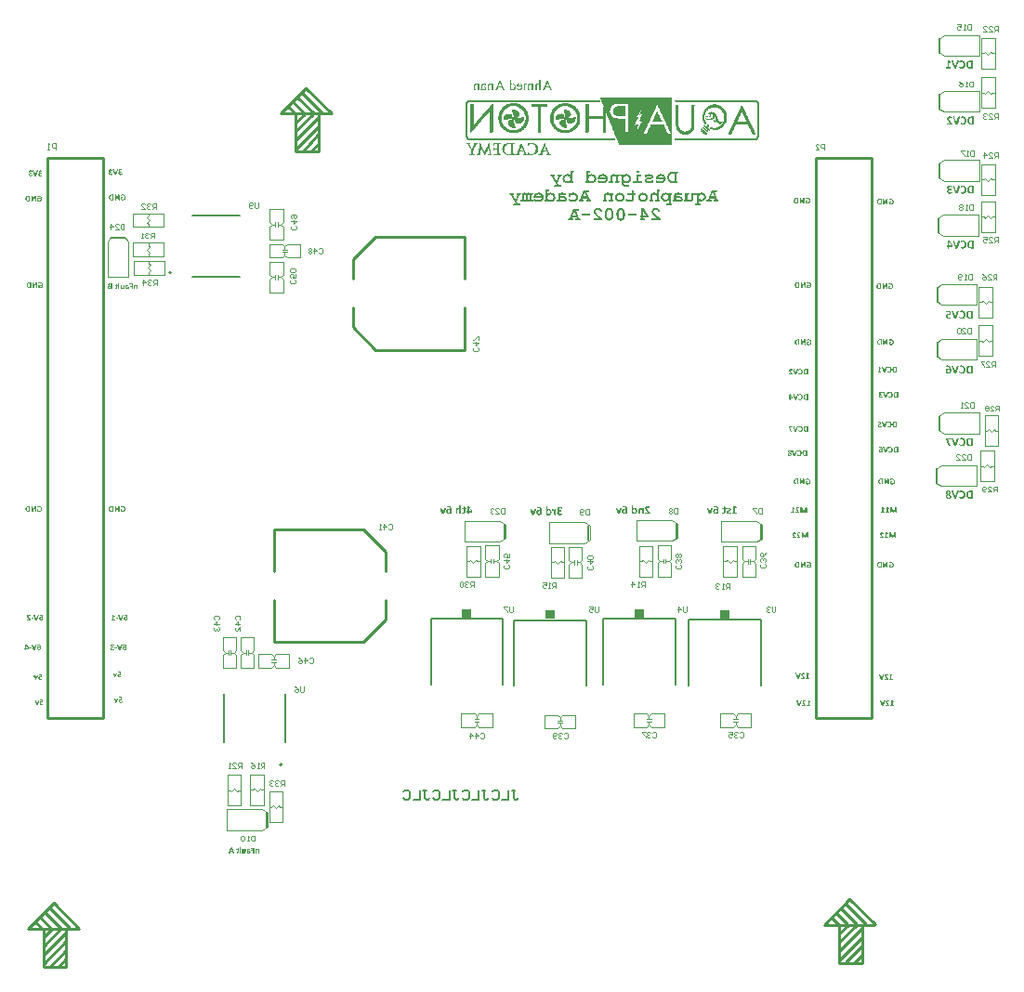
<source format=gbo>
G04*
G04 #@! TF.GenerationSoftware,Altium Limited,Altium Designer,22.5.1 (42)*
G04*
G04 Layer_Color=32896*
%FSLAX44Y44*%
%MOMM*%
G71*
G04*
G04 #@! TF.SameCoordinates,7C753EF8-EF55-4721-AF4D-FDC1614254BA*
G04*
G04*
G04 #@! TF.FilePolarity,Positive*
G04*
G01*
G75*
%ADD10C,0.2000*%
%ADD12C,0.1000*%
%ADD13C,0.2540*%
%ADD14C,0.1500*%
%ADD15C,0.1270*%
%ADD17C,0.2032*%
G36*
X126484Y308188D02*
X126828D01*
Y307844D01*
X127172D01*
Y307156D01*
X127516D01*
Y306812D01*
X126484D01*
Y306469D01*
X96578D01*
Y306812D01*
X95547D01*
Y306469D01*
X93828D01*
Y306812D01*
X92109D01*
Y306469D01*
X49484D01*
Y306812D01*
X49141D01*
Y306469D01*
X46734D01*
Y306812D01*
X45703D01*
Y306469D01*
X7547D01*
Y306125D01*
X7203D01*
Y305438D01*
X6859D01*
Y274844D01*
X7203D01*
Y274156D01*
X7547D01*
Y273813D01*
X8234D01*
Y273469D01*
X141266D01*
Y271750D01*
X7547D01*
Y272094D01*
X6859D01*
Y272437D01*
X6172D01*
Y272781D01*
X5828D01*
Y273125D01*
X5484D01*
Y274156D01*
X5141D01*
Y306125D01*
X5484D01*
Y306812D01*
X5828D01*
Y307500D01*
X6516D01*
Y307844D01*
X6859D01*
Y308188D01*
X7547D01*
Y308531D01*
X126484D01*
Y308188D01*
D02*
G37*
G36*
X226172Y294781D02*
X225828D01*
Y295469D01*
X226172D01*
Y294781D01*
D02*
G37*
G36*
X192828Y310250D02*
X193172D01*
Y267625D01*
X192828D01*
Y267281D01*
X145734D01*
Y266938D01*
X145391D01*
Y267281D01*
X144703D01*
Y267969D01*
X144359D01*
Y269000D01*
X144016D01*
Y269688D01*
X143672D01*
Y270375D01*
X143328D01*
Y271406D01*
X142984D01*
Y272094D01*
X142641D01*
Y273125D01*
X142297D01*
Y273813D01*
X141953D01*
Y274844D01*
X141609D01*
Y275531D01*
X141266D01*
Y276562D01*
X140922D01*
Y277250D01*
X140578D01*
Y277938D01*
X140234D01*
Y278969D01*
X139891D01*
Y280000D01*
X139547D01*
Y280688D01*
X139203D01*
Y281375D01*
X138859D01*
Y282406D01*
X138516D01*
Y283094D01*
X138172D01*
Y284125D01*
X137828D01*
Y285156D01*
X137484D01*
Y285844D01*
X137141D01*
Y286531D01*
X136797D01*
Y287563D01*
X136453D01*
Y288250D01*
X136109D01*
Y289281D01*
X135766D01*
Y289969D01*
X135422D01*
Y291000D01*
X135078D01*
Y291688D01*
X134734D01*
Y292719D01*
X134391D01*
Y293406D01*
X134047D01*
Y294094D01*
X133703D01*
Y295125D01*
X133359D01*
Y296156D01*
X133016D01*
Y278625D01*
X130266D01*
Y278969D01*
X129922D01*
Y279312D01*
X130266D01*
Y291344D01*
X117203D01*
Y278969D01*
X116859D01*
Y278625D01*
X114453D01*
Y278969D01*
X114109D01*
Y304750D01*
X114453D01*
Y305094D01*
X117203D01*
Y294094D01*
X130266D01*
Y299250D01*
X129922D01*
Y299594D01*
X130266D01*
Y302000D01*
X130609D01*
Y302687D01*
X130266D01*
Y303719D01*
X129922D01*
Y304406D01*
X129578D01*
Y305438D01*
X129234D01*
Y306125D01*
X128891D01*
Y306812D01*
X128547D01*
Y307844D01*
X128203D01*
Y308875D01*
X127859D01*
Y310594D01*
X192828D01*
Y310250D01*
D02*
G37*
G36*
X228234Y289281D02*
X227547D01*
Y289625D01*
X228234D01*
Y289281D01*
D02*
G37*
G36*
X229266Y288594D02*
X228922D01*
Y288937D01*
X229266D01*
Y288594D01*
D02*
G37*
G36*
X234422Y286531D02*
X234078D01*
Y286875D01*
X234422D01*
Y286531D01*
D02*
G37*
G36*
X234078Y286187D02*
X233734D01*
Y286531D01*
X234078D01*
Y286187D01*
D02*
G37*
G36*
X29891Y278969D02*
X29547D01*
Y278625D01*
X27141D01*
Y278969D01*
X26797D01*
Y297875D01*
X26453D01*
Y297531D01*
X26109D01*
Y297188D01*
X25766D01*
Y296500D01*
X25078D01*
Y295812D01*
X24734D01*
Y295469D01*
X24391D01*
Y295125D01*
X24047D01*
Y294781D01*
X23703D01*
Y294438D01*
X23359D01*
Y294094D01*
X23016D01*
Y293406D01*
X22672D01*
Y293062D01*
X22328D01*
Y292719D01*
X21984D01*
Y292375D01*
X21641D01*
Y292031D01*
X21297D01*
Y291688D01*
X20953D01*
Y291000D01*
X20266D01*
Y290312D01*
X19922D01*
Y289969D01*
X19578D01*
Y289625D01*
X19234D01*
Y289281D01*
X18891D01*
Y288937D01*
X18547D01*
Y288594D01*
X18203D01*
Y288250D01*
X17859D01*
Y287563D01*
X17516D01*
Y287219D01*
X17172D01*
Y286875D01*
X16828D01*
Y286531D01*
X16484D01*
Y286187D01*
X16141D01*
Y285844D01*
X15797D01*
Y285156D01*
X15453D01*
Y284813D01*
X15109D01*
Y284469D01*
X14766D01*
Y284125D01*
X14422D01*
Y283781D01*
X14078D01*
Y283438D01*
X13734D01*
Y282750D01*
X13391D01*
Y282406D01*
X13047D01*
Y282062D01*
X12703D01*
Y281719D01*
X12359D01*
Y281375D01*
X12016D01*
Y281031D01*
X11672D01*
Y280688D01*
X11328D01*
Y280000D01*
X10984D01*
Y279656D01*
X10641D01*
Y279312D01*
X10297D01*
Y278969D01*
X9953D01*
Y278625D01*
X9266D01*
Y305094D01*
X12016D01*
Y285500D01*
X12359D01*
Y285844D01*
X12703D01*
Y286531D01*
X13047D01*
Y286875D01*
X13391D01*
Y287219D01*
X13734D01*
Y287563D01*
X14078D01*
Y287906D01*
X14422D01*
Y288250D01*
X14766D01*
Y288594D01*
X15109D01*
Y289281D01*
X15453D01*
Y289625D01*
X15797D01*
Y289969D01*
X16141D01*
Y290312D01*
X16484D01*
Y290656D01*
X16828D01*
Y291000D01*
X17172D01*
Y291344D01*
X17516D01*
Y292031D01*
X17859D01*
Y292375D01*
X18203D01*
Y292719D01*
X18547D01*
Y293062D01*
X18891D01*
Y293406D01*
X19234D01*
Y293750D01*
X19578D01*
Y294094D01*
X19922D01*
Y294781D01*
X20266D01*
Y295125D01*
X20609D01*
Y295469D01*
X20953D01*
Y295812D01*
X21297D01*
Y296156D01*
X21641D01*
Y296500D01*
X21984D01*
Y297188D01*
X22328D01*
Y297531D01*
X22672D01*
Y297875D01*
X23016D01*
Y298219D01*
X23359D01*
Y298563D01*
X23703D01*
Y298906D01*
X24047D01*
Y299250D01*
X24391D01*
Y299937D01*
X24734D01*
Y300281D01*
X25078D01*
Y300625D01*
X25422D01*
Y300969D01*
X25766D01*
Y301313D01*
X26109D01*
Y301656D01*
X26453D01*
Y302344D01*
X26797D01*
Y302687D01*
X27141D01*
Y303031D01*
X27484D01*
Y303375D01*
X27828D01*
Y303719D01*
X28172D01*
Y304062D01*
X28516D01*
Y304406D01*
X28859D01*
Y305094D01*
X29891D01*
Y278969D01*
D02*
G37*
G36*
X226172Y285844D02*
X226516D01*
Y285500D01*
X226859D01*
Y284813D01*
X226516D01*
Y283781D01*
X226172D01*
Y283094D01*
X225828D01*
Y282750D01*
X226172D01*
Y282406D01*
X226859D01*
Y282062D01*
X227203D01*
Y281375D01*
X227547D01*
Y281031D01*
X227203D01*
Y280344D01*
X226516D01*
Y280688D01*
X226172D01*
Y281031D01*
X225484D01*
Y281375D01*
X225141D01*
Y281719D01*
X224797D01*
Y282062D01*
X224453D01*
Y282406D01*
X223766D01*
Y282750D01*
X223422D01*
Y283094D01*
X223078D01*
Y283438D01*
X222734D01*
Y283781D01*
X222047D01*
Y284469D01*
X221703D01*
Y285156D01*
X222047D01*
Y285500D01*
X223078D01*
Y285156D01*
X223422D01*
Y284813D01*
X223766D01*
Y284469D01*
X224109D01*
Y284125D01*
X225141D01*
Y286187D01*
X226172D01*
Y285844D01*
D02*
G37*
G36*
X233734Y304062D02*
X235109D01*
Y303719D01*
X236141D01*
Y303375D01*
X236828D01*
Y303031D01*
X237172D01*
Y302687D01*
X237859D01*
Y302344D01*
X238203D01*
Y302000D01*
X238891D01*
Y301656D01*
X239234D01*
Y301313D01*
X239578D01*
Y300969D01*
X239922D01*
Y300625D01*
X240266D01*
Y300281D01*
X240609D01*
Y299594D01*
X240953D01*
Y299250D01*
X241297D01*
Y298563D01*
X241641D01*
Y297875D01*
X241984D01*
Y297188D01*
X242328D01*
Y295812D01*
X242672D01*
Y294781D01*
X243016D01*
Y290656D01*
X242672D01*
Y289281D01*
X242328D01*
Y288250D01*
X241984D01*
Y287563D01*
X241641D01*
Y286875D01*
X241297D01*
Y286187D01*
X240953D01*
Y285844D01*
X240609D01*
Y285500D01*
X240266D01*
Y284813D01*
X239922D01*
Y284469D01*
X239578D01*
Y284125D01*
X239234D01*
Y283781D01*
X238891D01*
Y283438D01*
X238547D01*
Y283094D01*
X238203D01*
Y282750D01*
X237516D01*
Y282406D01*
X237172D01*
Y282062D01*
X236141D01*
Y281719D01*
X235453D01*
Y281375D01*
X234422D01*
Y281031D01*
X230641D01*
Y281375D01*
X229609D01*
Y281719D01*
X228578D01*
Y282062D01*
X227547D01*
Y282406D01*
X227203D01*
Y283094D01*
X227547D01*
Y283438D01*
X227891D01*
Y283781D01*
X228922D01*
Y283438D01*
X230297D01*
Y283094D01*
X233391D01*
Y283438D01*
X234766D01*
Y283781D01*
X235453D01*
Y284125D01*
X236141D01*
Y284469D01*
X236484D01*
Y284813D01*
X237172D01*
Y285156D01*
X237516D01*
Y285500D01*
X237859D01*
Y285844D01*
X238203D01*
Y286187D01*
X238547D01*
Y286875D01*
X238891D01*
Y287219D01*
X239234D01*
Y287906D01*
X239578D01*
Y288594D01*
X239922D01*
Y289625D01*
X240266D01*
Y290656D01*
X240609D01*
Y294094D01*
X240266D01*
Y295125D01*
X239922D01*
Y296156D01*
X239578D01*
Y297188D01*
X239234D01*
Y297531D01*
X238891D01*
Y298219D01*
X238547D01*
Y298563D01*
X238203D01*
Y298906D01*
X237859D01*
Y299250D01*
X237516D01*
Y299594D01*
X237172D01*
Y299937D01*
X236828D01*
Y300281D01*
X236484D01*
Y300625D01*
X235797D01*
Y300969D01*
X235109D01*
Y301313D01*
X234078D01*
Y301656D01*
X229266D01*
Y301313D01*
X228234D01*
Y300969D01*
X227547D01*
Y300625D01*
X226859D01*
Y300281D01*
X226172D01*
Y299937D01*
X225828D01*
Y299594D01*
X225484D01*
Y299250D01*
X225141D01*
Y298906D01*
X224797D01*
Y298563D01*
X224453D01*
Y297875D01*
X224109D01*
Y297531D01*
X223766D01*
Y296844D01*
X223422D01*
Y295812D01*
X223078D01*
Y294781D01*
X222734D01*
Y292031D01*
X223078D01*
Y292375D01*
X223422D01*
Y292031D01*
X223766D01*
Y291688D01*
X224453D01*
Y291344D01*
X225484D01*
Y291000D01*
X225828D01*
Y291344D01*
X226172D01*
Y291000D01*
X226516D01*
Y291344D01*
X227547D01*
Y291000D01*
X227891D01*
Y291344D01*
X228234D01*
Y291688D01*
X228922D01*
Y292031D01*
X229953D01*
Y293062D01*
X230297D01*
Y294094D01*
X229953D01*
Y294781D01*
X229609D01*
Y295125D01*
X229266D01*
Y295469D01*
X228578D01*
Y295812D01*
X228234D01*
Y293062D01*
X227547D01*
Y292719D01*
X227203D01*
Y293062D01*
X226516D01*
Y293406D01*
X226172D01*
Y293062D01*
X225484D01*
Y292719D01*
X224453D01*
Y292375D01*
X224109D01*
Y293062D01*
X223422D01*
Y293406D01*
X224453D01*
Y293750D01*
X224797D01*
Y294094D01*
X225484D01*
Y294438D01*
X225828D01*
Y294094D01*
X226516D01*
Y294438D01*
X226859D01*
Y294094D01*
X227547D01*
Y295125D01*
X227203D01*
Y295469D01*
X226859D01*
Y295125D01*
X226516D01*
Y295469D01*
X226172D01*
Y296500D01*
X226859D01*
Y296844D01*
X227203D01*
Y297188D01*
X227547D01*
Y297531D01*
X228578D01*
Y297875D01*
X228922D01*
Y297531D01*
X230641D01*
Y297188D01*
X230984D01*
Y296844D01*
X231328D01*
Y296500D01*
X232016D01*
Y296156D01*
X232703D01*
Y295125D01*
X233391D01*
Y294438D01*
X233047D01*
Y294094D01*
X234078D01*
Y292719D01*
X234422D01*
Y291344D01*
X234766D01*
Y289969D01*
X235109D01*
Y289625D01*
X235797D01*
Y289281D01*
X236141D01*
Y288937D01*
X237172D01*
Y288594D01*
X239234D01*
Y288250D01*
X238891D01*
Y287906D01*
X238547D01*
Y287219D01*
X238203D01*
Y286875D01*
X237516D01*
Y286531D01*
X236141D01*
Y286875D01*
X235109D01*
Y287219D01*
X234766D01*
Y287563D01*
X234422D01*
Y287906D01*
X234078D01*
Y288250D01*
X233734D01*
Y288594D01*
X233391D01*
Y288937D01*
X233047D01*
Y288594D01*
X232703D01*
Y288250D01*
X232016D01*
Y288594D01*
X231328D01*
Y288937D01*
X230984D01*
Y289281D01*
X231328D01*
Y289625D01*
X230641D01*
Y290312D01*
X232016D01*
Y289625D01*
X232359D01*
Y289969D01*
X232703D01*
Y293750D01*
X232359D01*
Y293062D01*
X232016D01*
Y292375D01*
X231672D01*
Y292031D01*
X231328D01*
Y291344D01*
X230641D01*
Y291000D01*
X229953D01*
Y290656D01*
X229266D01*
Y290312D01*
X225141D01*
Y290656D01*
X224109D01*
Y291000D01*
X223766D01*
Y291344D01*
X223078D01*
Y291688D01*
X222734D01*
Y290656D01*
X223078D01*
Y289281D01*
X223422D01*
Y288594D01*
X223766D01*
Y287906D01*
X224109D01*
Y287563D01*
X224453D01*
Y285844D01*
X223078D01*
Y286187D01*
X222734D01*
Y286875D01*
X222391D01*
Y287219D01*
X222047D01*
Y287906D01*
X221703D01*
Y288937D01*
X221359D01*
Y289625D01*
X221016D01*
Y291000D01*
X220672D01*
Y294438D01*
X221016D01*
Y295812D01*
X221359D01*
Y296844D01*
X221703D01*
Y297875D01*
X222047D01*
Y298563D01*
X222391D01*
Y299250D01*
X222734D01*
Y299594D01*
X223078D01*
Y299937D01*
X223422D01*
Y300281D01*
X223766D01*
Y300969D01*
X224109D01*
Y301313D01*
X224797D01*
Y301656D01*
X225141D01*
Y302000D01*
X225484D01*
Y302344D01*
X225828D01*
Y302687D01*
X226516D01*
Y303031D01*
X226859D01*
Y303375D01*
X227891D01*
Y303719D01*
X228578D01*
Y304062D01*
X229953D01*
Y304406D01*
X233734D01*
Y304062D01*
D02*
G37*
G36*
X213797Y303375D02*
X213453D01*
Y303031D01*
X213797D01*
Y302687D01*
X213453D01*
Y283094D01*
X213109D01*
Y282062D01*
X212766D01*
Y281031D01*
X212422D01*
Y280688D01*
X212078D01*
Y280000D01*
X211734D01*
Y279656D01*
X211391D01*
Y279312D01*
X211047D01*
Y278969D01*
X210359D01*
Y278625D01*
X210016D01*
Y278281D01*
X209672D01*
Y277938D01*
X208984D01*
Y277594D01*
X207953D01*
Y277250D01*
X206578D01*
Y276906D01*
X202797D01*
Y277250D01*
X201766D01*
Y277594D01*
X200734D01*
Y277938D01*
X200047D01*
Y278281D01*
X199703D01*
Y278625D01*
X199359D01*
Y278969D01*
X199016D01*
Y279312D01*
X198672D01*
Y279656D01*
X198328D01*
Y280000D01*
X197984D01*
Y280344D01*
X197641D01*
Y281031D01*
X197297D01*
Y281375D01*
X196953D01*
Y282406D01*
X196609D01*
Y284125D01*
X196266D01*
Y292031D01*
Y292375D01*
Y303719D01*
X199016D01*
Y284125D01*
X199359D01*
Y283094D01*
X199703D01*
Y282406D01*
X200047D01*
Y282062D01*
X200391D01*
Y281375D01*
X201078D01*
Y281031D01*
X201422D01*
Y280688D01*
X201766D01*
Y280344D01*
X202453D01*
Y280000D01*
X203828D01*
Y279656D01*
X205891D01*
Y280000D01*
X206922D01*
Y280344D01*
X207953D01*
Y280688D01*
X208297D01*
Y281031D01*
X208984D01*
Y281375D01*
X209328D01*
Y281719D01*
X209672D01*
Y282062D01*
X210016D01*
Y282750D01*
X210359D01*
Y284125D01*
X210703D01*
Y303719D01*
X213797D01*
Y303375D01*
D02*
G37*
G36*
X221703Y283438D02*
X222391D01*
Y283094D01*
X222734D01*
Y282750D01*
X223078D01*
Y282406D01*
X223422D01*
Y282062D01*
X223766D01*
Y281719D01*
X224109D01*
Y281375D01*
X224797D01*
Y281031D01*
X225141D01*
Y280688D01*
X225484D01*
Y280344D01*
X225828D01*
Y280000D01*
X226172D01*
Y278969D01*
X225828D01*
Y278625D01*
X225484D01*
Y278969D01*
X224797D01*
Y279312D01*
X224453D01*
Y279656D01*
X224109D01*
Y280000D01*
X223422D01*
Y280688D01*
X222734D01*
Y281031D01*
X222391D01*
Y281375D01*
X222047D01*
Y281719D01*
X221703D01*
Y282062D01*
X221359D01*
Y282406D01*
X220672D01*
Y283781D01*
X221703D01*
Y283438D01*
D02*
G37*
G36*
X79391Y302344D02*
X73547D01*
Y278969D01*
X73203D01*
Y278625D01*
X70797D01*
Y302344D01*
X64609D01*
Y303031D01*
X64953D01*
Y303375D01*
X64609D01*
Y304062D01*
X64953D01*
Y304406D01*
X64609D01*
Y304750D01*
X64953D01*
Y305094D01*
X79391D01*
Y302344D01*
D02*
G37*
G36*
X98984Y305094D02*
X100016D01*
Y304750D01*
X100703D01*
Y304406D01*
X101734D01*
Y304062D01*
X102422D01*
Y303719D01*
X102766D01*
Y303375D01*
X103453D01*
Y303031D01*
X104141D01*
Y302687D01*
X104484D01*
Y302344D01*
X104828D01*
Y302000D01*
X105172D01*
Y301656D01*
X105516D01*
Y301313D01*
X105859D01*
Y300969D01*
X106203D01*
Y300625D01*
X106547D01*
Y300281D01*
X106891D01*
Y299594D01*
X107234D01*
Y299250D01*
X107578D01*
Y298563D01*
X107922D01*
Y297875D01*
X108266D01*
Y296844D01*
X108609D01*
Y296156D01*
X108953D01*
Y294781D01*
X109297D01*
Y288937D01*
X108953D01*
Y287219D01*
X108609D01*
Y286531D01*
X108266D01*
Y285844D01*
X107922D01*
Y285156D01*
X107578D01*
Y284469D01*
X107234D01*
Y284125D01*
X106891D01*
Y283781D01*
X106547D01*
Y283094D01*
X106203D01*
Y282750D01*
X105859D01*
Y282406D01*
X105516D01*
Y282062D01*
X105172D01*
Y281719D01*
X104828D01*
Y281375D01*
X104484D01*
Y281031D01*
X103797D01*
Y280688D01*
X103453D01*
Y280344D01*
X102766D01*
Y280000D01*
X102422D01*
Y279656D01*
X101734D01*
Y279312D01*
X100703D01*
Y278969D01*
X100016D01*
Y278625D01*
X98297D01*
Y278281D01*
X93141D01*
Y278625D01*
X91422D01*
Y278969D01*
X90391D01*
Y279312D01*
X89703D01*
Y279656D01*
X89016D01*
Y280000D01*
X88328D01*
Y280344D01*
X87984D01*
Y280688D01*
X87297D01*
Y281031D01*
X86953D01*
Y281375D01*
X86609D01*
Y281719D01*
X86266D01*
Y282062D01*
X85578D01*
Y282750D01*
X85234D01*
Y283094D01*
X84891D01*
Y283438D01*
X84547D01*
Y283781D01*
X84203D01*
Y284469D01*
X83859D01*
Y284813D01*
X83516D01*
Y285500D01*
X83172D01*
Y286187D01*
X82828D01*
Y286875D01*
X82484D01*
Y287906D01*
X82141D01*
Y289969D01*
X81797D01*
Y293750D01*
X82141D01*
Y295812D01*
X82484D01*
Y296844D01*
X82828D01*
Y297531D01*
X83172D01*
Y298219D01*
X83516D01*
Y298906D01*
X83859D01*
Y299594D01*
X84203D01*
Y299937D01*
X84547D01*
Y300281D01*
X84891D01*
Y300969D01*
X85234D01*
Y301313D01*
X85578D01*
Y301656D01*
X85922D01*
Y302000D01*
X86609D01*
Y302687D01*
X87297D01*
Y303031D01*
X87641D01*
Y303375D01*
X88328D01*
Y303719D01*
X88672D01*
Y304062D01*
X89359D01*
Y304406D01*
X90391D01*
Y304750D01*
X91078D01*
Y305094D01*
X92453D01*
Y305438D01*
X98984D01*
Y305094D01*
D02*
G37*
G36*
X51891D02*
X52922D01*
Y304750D01*
X53953D01*
Y304406D01*
X54641D01*
Y304062D01*
X55328D01*
Y303719D01*
X55672D01*
Y303375D01*
X56359D01*
Y303031D01*
X57047D01*
Y302687D01*
X57391D01*
Y302344D01*
X57734D01*
Y302000D01*
X58078D01*
Y301656D01*
X58422D01*
Y301313D01*
X58766D01*
Y300969D01*
X59109D01*
Y300625D01*
X59453D01*
Y299937D01*
X59797D01*
Y299594D01*
X60141D01*
Y298906D01*
X60484D01*
Y298563D01*
X60828D01*
Y297875D01*
X61172D01*
Y296844D01*
X61516D01*
Y296156D01*
X61859D01*
Y294438D01*
X62203D01*
Y288937D01*
X61859D01*
Y287563D01*
X61516D01*
Y286531D01*
X61172D01*
Y285844D01*
X60828D01*
Y285156D01*
X60484D01*
Y284469D01*
X60141D01*
Y284125D01*
X59797D01*
Y283781D01*
X59453D01*
Y283094D01*
X59109D01*
Y282750D01*
X58766D01*
Y282406D01*
X58422D01*
Y282062D01*
X58078D01*
Y281719D01*
X57734D01*
Y281375D01*
X57391D01*
Y281031D01*
X56703D01*
Y280688D01*
X56359D01*
Y280344D01*
X55672D01*
Y280000D01*
X55328D01*
Y279656D01*
X54641D01*
Y279312D01*
X53609D01*
Y278969D01*
X52922D01*
Y278625D01*
X50859D01*
Y278281D01*
X45703D01*
Y278625D01*
X44328D01*
Y278969D01*
X43297D01*
Y279312D01*
X42609D01*
Y279656D01*
X41922D01*
Y280000D01*
X41234D01*
Y280344D01*
X40891D01*
Y280688D01*
X40203D01*
Y281031D01*
X39859D01*
Y281375D01*
X39516D01*
Y281719D01*
X39172D01*
Y282062D01*
X38484D01*
Y282406D01*
X38141D01*
Y283094D01*
X37797D01*
Y283438D01*
X37453D01*
Y283781D01*
X37109D01*
Y284469D01*
X36766D01*
Y284813D01*
X36422D01*
Y285500D01*
X36078D01*
Y286187D01*
X35734D01*
Y286875D01*
X35391D01*
Y287906D01*
X35047D01*
Y289969D01*
X34703D01*
Y294094D01*
X35047D01*
Y296156D01*
X35391D01*
Y296844D01*
X35734D01*
Y297531D01*
X36078D01*
Y298219D01*
X36422D01*
Y298906D01*
X36766D01*
Y299594D01*
X37109D01*
Y299937D01*
X37453D01*
Y300281D01*
X37797D01*
Y300969D01*
X38141D01*
Y301313D01*
X38484D01*
Y301656D01*
X38828D01*
Y302000D01*
X39172D01*
Y302344D01*
X39859D01*
Y302687D01*
X40203D01*
Y303031D01*
X40547D01*
Y303375D01*
X41234D01*
Y303719D01*
X41578D01*
Y304062D01*
X42266D01*
Y304406D01*
X43297D01*
Y304750D01*
X43984D01*
Y305094D01*
X45359D01*
Y305438D01*
X51891D01*
Y305094D01*
D02*
G37*
G36*
X257109Y303031D02*
X257453D01*
Y302344D01*
X257797D01*
Y301313D01*
X258141D01*
Y300625D01*
X258484D01*
Y299937D01*
X258828D01*
Y299250D01*
X259172D01*
Y298563D01*
X259516D01*
Y297875D01*
X259859D01*
Y297188D01*
X260203D01*
Y296156D01*
X260547D01*
Y295469D01*
X260891D01*
Y294781D01*
X261234D01*
Y294094D01*
X261578D01*
Y293406D01*
X261922D01*
Y292719D01*
X262266D01*
Y292031D01*
X262609D01*
Y291000D01*
X262953D01*
Y290312D01*
X263297D01*
Y289625D01*
X263641D01*
Y288937D01*
X263984D01*
Y288250D01*
X264328D01*
Y287563D01*
X264672D01*
Y286875D01*
X265016D01*
Y286187D01*
X265359D01*
Y285156D01*
X265703D01*
Y284469D01*
X266047D01*
Y283781D01*
X266391D01*
Y283094D01*
X266734D01*
Y282406D01*
X267078D01*
Y281719D01*
X267422D01*
Y280688D01*
X267766D01*
Y280344D01*
X268109D01*
Y279656D01*
X268453D01*
Y278625D01*
X268797D01*
Y277938D01*
X269141D01*
Y277250D01*
X266047D01*
Y277938D01*
X265703D01*
Y278625D01*
X265359D01*
Y279312D01*
X265016D01*
Y280000D01*
X264672D01*
Y281031D01*
X264328D01*
Y281719D01*
X263984D01*
Y282406D01*
X263641D01*
Y283094D01*
X263297D01*
Y283781D01*
X262953D01*
Y284469D01*
X262609D01*
Y285156D01*
X262266D01*
Y285844D01*
X250922D01*
Y285156D01*
X250578D01*
Y284125D01*
X250234D01*
Y283781D01*
X249891D01*
Y283094D01*
X249547D01*
Y282062D01*
X249203D01*
Y281375D01*
X248859D01*
Y280688D01*
X248516D01*
Y280000D01*
X248172D01*
Y279312D01*
X247828D01*
Y278625D01*
X247484D01*
Y277938D01*
X247141D01*
Y277250D01*
X244047D01*
Y277594D01*
X244391D01*
Y278281D01*
X244734D01*
Y279312D01*
X245078D01*
Y280000D01*
X245422D01*
Y280688D01*
X245766D01*
Y281375D01*
X246109D01*
Y282406D01*
X246453D01*
Y282750D01*
X246797D01*
Y283781D01*
X247141D01*
Y284469D01*
X247484D01*
Y285156D01*
X247828D01*
Y285844D01*
X248172D01*
Y286531D01*
X248516D01*
Y287219D01*
X248859D01*
Y288250D01*
X249203D01*
Y288937D01*
X249547D01*
Y289625D01*
X249891D01*
Y290312D01*
X250234D01*
Y291000D01*
X250578D01*
Y292031D01*
X250922D01*
Y292719D01*
X251266D01*
Y293406D01*
X251609D01*
Y293750D01*
Y294094D01*
X251953D01*
Y294781D01*
X252297D01*
Y295469D01*
X252641D01*
Y296156D01*
X252984D01*
Y296844D01*
X253328D01*
Y297531D01*
X253672D01*
Y298219D01*
X254016D01*
Y299250D01*
X254359D01*
Y299937D01*
X254703D01*
Y300625D01*
X255047D01*
Y301313D01*
X255391D01*
Y302344D01*
X255734D01*
Y303031D01*
X256078D01*
Y303375D01*
X257109D01*
Y303031D01*
D02*
G37*
G36*
X220328Y282062D02*
X220672D01*
Y281719D01*
X221016D01*
Y281375D01*
X221359D01*
Y281031D01*
X222047D01*
Y280688D01*
X222391D01*
Y280344D01*
X222734D01*
Y280000D01*
X223078D01*
Y279656D01*
X223422D01*
Y279312D01*
X224109D01*
Y278969D01*
X224453D01*
Y278625D01*
X224797D01*
Y278281D01*
X225141D01*
Y277594D01*
X224797D01*
Y277250D01*
X223766D01*
Y276906D01*
X222391D01*
Y277250D01*
X222047D01*
Y277594D01*
X221359D01*
Y277938D01*
X221016D01*
Y278281D01*
X220672D01*
Y278625D01*
X220328D01*
Y278969D01*
X219984D01*
Y279312D01*
X219641D01*
Y279656D01*
X219297D01*
Y280344D01*
X219641D01*
Y281031D01*
X219297D01*
Y282062D01*
X219641D01*
Y282406D01*
X220328D01*
Y282062D01*
D02*
G37*
G36*
X269484Y308188D02*
X270516D01*
Y307844D01*
X270859D01*
Y307500D01*
X271203D01*
Y307156D01*
X271547D01*
Y306812D01*
X271891D01*
Y306125D01*
X272234D01*
Y274156D01*
X271891D01*
Y273469D01*
X271547D01*
Y272781D01*
X271203D01*
Y272437D01*
X270516D01*
Y272094D01*
X269828D01*
Y271750D01*
X195234D01*
Y273469D01*
X269141D01*
Y273813D01*
X269828D01*
Y274156D01*
X270172D01*
Y274844D01*
X270516D01*
Y305438D01*
X270172D01*
Y306125D01*
X269828D01*
Y306469D01*
X268453D01*
Y306812D01*
X267766D01*
Y306469D01*
X267078D01*
Y306812D01*
X266734D01*
Y306469D01*
X230984D01*
Y306812D01*
X228234D01*
Y306469D01*
X197984D01*
Y306812D01*
X197641D01*
Y306469D01*
X197297D01*
Y306812D01*
X195922D01*
Y307156D01*
X195578D01*
Y307500D01*
X195234D01*
Y308531D01*
X269484D01*
Y308188D01*
D02*
G37*
G36*
X36766Y268656D02*
X35734D01*
Y267969D01*
X35391D01*
Y261781D01*
Y261437D01*
Y259719D01*
X35734D01*
Y258687D01*
X36766D01*
Y258344D01*
X29891D01*
Y260406D01*
X30234D01*
Y259719D01*
X30578D01*
Y259375D01*
X33328D01*
Y259719D01*
X33672D01*
Y263500D01*
X31609D01*
Y263156D01*
X31266D01*
Y262812D01*
X30922D01*
Y262125D01*
X30578D01*
Y263500D01*
X30234D01*
Y264875D01*
X30922D01*
Y264531D01*
X31266D01*
Y264188D01*
X33672D01*
Y268312D01*
X31609D01*
Y267969D01*
X30922D01*
Y266938D01*
X30578D01*
Y267625D01*
X30234D01*
Y269000D01*
X36766D01*
Y268656D01*
D02*
G37*
G36*
X16141D02*
X15453D01*
Y268312D01*
X15109D01*
Y267969D01*
X14766D01*
Y267625D01*
X14422D01*
Y266938D01*
X14078D01*
Y266594D01*
X13734D01*
Y265906D01*
X13391D01*
Y265219D01*
X13047D01*
Y264875D01*
X12703D01*
Y264188D01*
X12359D01*
Y263500D01*
X12016D01*
Y262469D01*
X11672D01*
Y259375D01*
X12016D01*
Y258687D01*
X13047D01*
Y258344D01*
X8234D01*
Y258687D01*
X9609D01*
Y259375D01*
X9953D01*
Y262812D01*
X9609D01*
Y263844D01*
X9266D01*
Y264531D01*
X8922D01*
Y264875D01*
X8578D01*
Y265562D01*
X8234D01*
Y266250D01*
X7891D01*
Y266938D01*
X7547D01*
Y267281D01*
X7203D01*
Y267969D01*
X6859D01*
Y268312D01*
X6172D01*
Y268656D01*
X5484D01*
Y269000D01*
X8922D01*
Y268656D01*
X8234D01*
Y267969D01*
X8578D01*
Y267281D01*
X8922D01*
Y266594D01*
X9266D01*
Y265906D01*
X9609D01*
Y265219D01*
X9953D01*
Y264875D01*
X10297D01*
Y264188D01*
X10641D01*
Y264531D01*
X10984D01*
Y265219D01*
X11328D01*
Y265906D01*
X11672D01*
Y266594D01*
X12016D01*
Y267281D01*
X12359D01*
Y267625D01*
X12703D01*
Y267969D01*
Y268312D01*
Y268656D01*
X12359D01*
Y269000D01*
X16141D01*
Y268656D01*
D02*
G37*
G36*
X26453Y267969D02*
X26797D01*
Y265562D01*
X27141D01*
Y263500D01*
X27484D01*
Y261094D01*
X27828D01*
Y259031D01*
X28172D01*
Y258687D01*
X28859D01*
Y258344D01*
X25422D01*
Y258687D01*
X26453D01*
Y262125D01*
X26109D01*
Y264531D01*
X25766D01*
Y264188D01*
X25422D01*
Y263156D01*
X25078D01*
Y262812D01*
X24734D01*
Y261781D01*
X24391D01*
Y261094D01*
X24047D01*
Y260406D01*
X23703D01*
Y259719D01*
X23359D01*
Y259031D01*
X23016D01*
Y258687D01*
X22672D01*
Y258344D01*
X21984D01*
Y259031D01*
X21641D01*
Y259719D01*
X21297D01*
Y260406D01*
X20953D01*
Y261094D01*
X20609D01*
Y261781D01*
X20266D01*
Y262812D01*
X19922D01*
Y263156D01*
X19578D01*
Y264188D01*
X19234D01*
Y264875D01*
X18891D01*
Y262812D01*
X18547D01*
Y260406D01*
X18203D01*
Y258687D01*
X18547D01*
Y258344D01*
X14766D01*
Y258687D01*
X15797D01*
Y259031D01*
X16141D01*
Y259719D01*
X16484D01*
Y262125D01*
X16828D01*
Y264188D01*
X17172D01*
Y266594D01*
X17516D01*
Y269000D01*
X18547D01*
Y267969D01*
X18891D01*
Y267281D01*
X19234D01*
Y266594D01*
X19578D01*
Y265906D01*
X19922D01*
Y265219D01*
X20266D01*
Y264531D01*
X20609D01*
Y263844D01*
X20953D01*
Y263156D01*
X21297D01*
Y262469D01*
X21641D01*
Y261781D01*
X21984D01*
Y261437D01*
X22328D01*
Y262125D01*
X22672D01*
Y262812D01*
X23016D01*
Y263500D01*
X23359D01*
Y264188D01*
X23703D01*
Y264875D01*
X24047D01*
Y265906D01*
X24391D01*
Y266250D01*
X24734D01*
Y266938D01*
X25078D01*
Y267625D01*
X25422D01*
Y268312D01*
X25766D01*
Y269000D01*
X26453D01*
Y267969D01*
D02*
G37*
G36*
X67359Y268656D02*
X68391D01*
Y268312D01*
X69078D01*
Y267969D01*
X69422D01*
Y267625D01*
X69766D01*
Y267281D01*
X70109D01*
Y266594D01*
X70453D01*
Y266250D01*
X70797D01*
Y265219D01*
X71141D01*
Y262125D01*
X70797D01*
Y261094D01*
X70453D01*
Y260750D01*
X70109D01*
Y260406D01*
X69766D01*
Y259719D01*
X69422D01*
Y259375D01*
X68734D01*
Y259031D01*
X68047D01*
Y258687D01*
X67016D01*
Y258344D01*
X61859D01*
Y258687D01*
X61516D01*
Y260406D01*
X61172D01*
Y261094D01*
X61859D01*
Y260406D01*
X62203D01*
Y259719D01*
X62891D01*
Y259375D01*
X66328D01*
Y259719D01*
X67016D01*
Y260063D01*
X67359D01*
Y260406D01*
X67703D01*
Y260750D01*
X68047D01*
Y261437D01*
X68391D01*
Y261781D01*
X68734D01*
Y263156D01*
X69078D01*
Y264875D01*
X68734D01*
Y266250D01*
X68391D01*
Y266938D01*
X68047D01*
Y267281D01*
X67703D01*
Y267625D01*
X67016D01*
Y267969D01*
X65984D01*
Y268312D01*
X64266D01*
Y267969D01*
X63234D01*
Y267625D01*
X62547D01*
Y267281D01*
X62203D01*
Y266594D01*
X61859D01*
Y265906D01*
X61516D01*
Y268312D01*
X61172D01*
Y268656D01*
X61859D01*
Y269000D01*
X67359D01*
Y268656D01*
D02*
G37*
G36*
X77328Y268312D02*
X77672D01*
Y267281D01*
X78016D01*
Y266250D01*
X78359D01*
Y265562D01*
X78703D01*
Y264875D01*
X79047D01*
Y263844D01*
X79391D01*
Y263156D01*
X79734D01*
Y262125D01*
X80078D01*
Y261094D01*
X80422D01*
Y260406D01*
X80766D01*
Y259719D01*
X81109D01*
Y259031D01*
X81797D01*
Y258687D01*
X82484D01*
Y258344D01*
X78703D01*
Y258687D01*
X79734D01*
Y259719D01*
X79391D01*
Y260406D01*
X79047D01*
Y261437D01*
X78703D01*
Y261781D01*
X75609D01*
Y260750D01*
X75266D01*
Y260063D01*
X74922D01*
Y259031D01*
X74578D01*
Y258687D01*
X74922D01*
Y258344D01*
X71141D01*
Y258687D01*
X72172D01*
Y259031D01*
X72516D01*
Y259719D01*
X72859D01*
Y260063D01*
X73203D01*
Y261094D01*
X73547D01*
Y262125D01*
X73891D01*
Y262812D01*
X74234D01*
Y263500D01*
X74578D01*
Y264531D01*
X74922D01*
Y265219D01*
X75266D01*
Y266250D01*
X75609D01*
Y266938D01*
X75953D01*
Y267969D01*
X76297D01*
Y268656D01*
X76641D01*
Y269000D01*
X77328D01*
Y268312D01*
D02*
G37*
G36*
X56016D02*
X56359D01*
Y267281D01*
X56703D01*
Y266594D01*
X57047D01*
Y265562D01*
X57391D01*
Y264875D01*
X57734D01*
Y263844D01*
X58078D01*
Y263156D01*
X58422D01*
Y262125D01*
X58766D01*
Y261437D01*
X59109D01*
Y260406D01*
X59453D01*
Y259719D01*
X59797D01*
Y259031D01*
X60141D01*
Y258687D01*
X61172D01*
Y258344D01*
X57391D01*
Y258687D01*
X58422D01*
Y259719D01*
X58078D01*
Y260406D01*
X57734D01*
Y261437D01*
X57391D01*
Y261781D01*
X54297D01*
Y261094D01*
X53953D01*
Y260063D01*
X53609D01*
Y259375D01*
X53266D01*
Y258687D01*
X53609D01*
Y258344D01*
X49828D01*
Y258687D01*
X50859D01*
Y259031D01*
X51203D01*
Y259375D01*
X51547D01*
Y260063D01*
X51891D01*
Y261094D01*
X52234D01*
Y261781D01*
X52578D01*
Y262125D01*
Y262812D01*
X52922D01*
Y263500D01*
X53266D01*
Y264531D01*
X53609D01*
Y265219D01*
X53953D01*
Y266250D01*
X54297D01*
Y267281D01*
X54641D01*
Y267969D01*
X54984D01*
Y268656D01*
X55328D01*
Y269000D01*
X56016D01*
Y268312D01*
D02*
G37*
G36*
X49484Y268656D02*
X48453D01*
Y267969D01*
X48109D01*
Y267625D01*
Y267281D01*
Y259719D01*
X48453D01*
Y258687D01*
X49484D01*
Y258344D01*
X46391D01*
Y258000D01*
X45703D01*
Y258344D01*
X42266D01*
Y258687D01*
X41234D01*
Y259031D01*
X40547D01*
Y259375D01*
X40203D01*
Y259719D01*
X39859D01*
Y260063D01*
X39516D01*
Y260406D01*
X39172D01*
Y260750D01*
X38828D01*
Y261781D01*
X38484D01*
Y263156D01*
X38141D01*
Y264531D01*
X38484D01*
Y265906D01*
X38828D01*
Y266938D01*
X39172D01*
Y267281D01*
X39516D01*
Y267625D01*
X39859D01*
Y267969D01*
X40203D01*
Y268312D01*
X40891D01*
Y268656D01*
X41922D01*
Y269000D01*
X49484D01*
Y268656D01*
D02*
G37*
G36*
X167318Y-163393D02*
X158682D01*
Y-155773D01*
X167318D01*
Y-163393D01*
D02*
G37*
G36*
X10318D02*
X1682D01*
Y-155773D01*
X10318D01*
Y-163393D01*
D02*
G37*
G36*
X245318Y-164393D02*
X236682D01*
Y-156773D01*
X245318D01*
Y-164393D01*
D02*
G37*
G36*
X86318Y-164553D02*
X77682D01*
Y-156933D01*
X86318D01*
Y-164553D01*
D02*
G37*
G36*
X162917Y242216D02*
X160811D01*
Y244088D01*
X162917D01*
Y242216D01*
D02*
G37*
G36*
X172652Y240928D02*
X173217Y240831D01*
X173705Y240694D01*
X173919Y240616D01*
X174114Y240538D01*
X174290Y240441D01*
X174446Y240362D01*
X174563Y240284D01*
X174680Y240226D01*
X174758Y240167D01*
X174817Y240128D01*
X174856Y240109D01*
X174875Y240089D01*
X175129Y239836D01*
X175324Y239582D01*
X175460Y239329D01*
X175558Y239075D01*
X175617Y238860D01*
X175636Y238685D01*
X175656Y238568D01*
Y238548D01*
Y238529D01*
X175617Y238197D01*
X175539Y237885D01*
X175441Y237631D01*
X175304Y237397D01*
X175168Y237222D01*
X175070Y237085D01*
X174992Y237007D01*
X174953Y236968D01*
X174797Y236851D01*
X174622Y236754D01*
X174427Y236656D01*
X174212Y236578D01*
X173744Y236422D01*
X173256Y236305D01*
X172827Y236227D01*
X172632Y236188D01*
X172456Y236149D01*
X172300Y236129D01*
X172203D01*
X172125Y236110D01*
X172105D01*
X171852Y236071D01*
X171618Y236051D01*
X171403Y236012D01*
X171208Y235993D01*
X171032Y235954D01*
X170876Y235934D01*
X170623Y235876D01*
X170428Y235817D01*
X170311Y235778D01*
X170233Y235759D01*
X170213Y235739D01*
X170057Y235642D01*
X169940Y235544D01*
X169862Y235447D01*
X169803Y235369D01*
X169764Y235271D01*
X169745Y235212D01*
Y235173D01*
Y235154D01*
X169764Y235076D01*
X169803Y235018D01*
X169901Y234881D01*
X170018Y234803D01*
X170057Y234764D01*
X170077D01*
X170350Y234647D01*
X170642Y234549D01*
X170974Y234491D01*
X171266Y234432D01*
X171540Y234413D01*
X171774Y234393D01*
X172242D01*
X172495Y234413D01*
X172710Y234452D01*
X172905Y234471D01*
X173061Y234510D01*
X173198Y234530D01*
X173276Y234549D01*
X173295D01*
X173490Y234627D01*
X173685Y234705D01*
X173841Y234803D01*
X173978Y234881D01*
X174095Y234959D01*
X174173Y235018D01*
X174232Y235056D01*
X174251Y235076D01*
X174310Y235232D01*
X174368Y235349D01*
X174427Y235466D01*
X174485Y235544D01*
X174524Y235603D01*
X174563Y235642D01*
X174583Y235681D01*
X174602D01*
X174778Y235778D01*
X174953Y235837D01*
X175012Y235856D01*
X175129D01*
X175265Y235837D01*
X175402Y235817D01*
X175597Y235720D01*
X175675Y235661D01*
X175734Y235622D01*
X175753Y235603D01*
X175773Y235583D01*
X175851Y235466D01*
X175909Y235330D01*
X175968Y235018D01*
X175987Y234881D01*
X176007Y234764D01*
Y234686D01*
Y234666D01*
Y234081D01*
X175987Y233867D01*
X175968Y233671D01*
X175929Y233515D01*
X175890Y233379D01*
X175851Y233281D01*
X175812Y233223D01*
X175773Y233184D01*
Y233164D01*
X175675Y233086D01*
X175558Y233028D01*
X175343Y232950D01*
X175246Y232930D01*
X175168Y232911D01*
X175109D01*
X174992Y232930D01*
X174895Y232950D01*
X174836Y232969D01*
X174817D01*
X174700Y233028D01*
X174622Y233086D01*
X174563Y233125D01*
X174544Y233145D01*
X174134Y232989D01*
X173919Y232930D01*
X173744Y232872D01*
X173588Y232833D01*
X173471Y232794D01*
X173373Y232774D01*
X173354D01*
X172847Y232696D01*
X172612Y232677D01*
X172398Y232657D01*
X172203Y232638D01*
X171930D01*
X171579Y232657D01*
X171247Y232677D01*
X170935Y232716D01*
X170642Y232774D01*
X170369Y232852D01*
X170116Y232930D01*
X169881Y233008D01*
X169667Y233106D01*
X169472Y233184D01*
X169296Y233262D01*
X169160Y233340D01*
X169043Y233418D01*
X168945Y233476D01*
X168887Y233515D01*
X168848Y233554D01*
X168828D01*
X168672Y233671D01*
X168555Y233808D01*
X168340Y234062D01*
X168184Y234335D01*
X168087Y234588D01*
X168028Y234803D01*
X168009Y234978D01*
X167989Y235096D01*
Y235115D01*
Y235135D01*
X168009Y235388D01*
X168067Y235642D01*
X168145Y235856D01*
X168223Y236071D01*
X168321Y236227D01*
X168399Y236344D01*
X168457Y236441D01*
X168477Y236461D01*
X168672Y236676D01*
X168906Y236871D01*
X169121Y237027D01*
X169355Y237163D01*
X169550Y237261D01*
X169706Y237339D01*
X169823Y237378D01*
X169842Y237397D01*
X169862D01*
X169998Y237436D01*
X170154Y237495D01*
X170525Y237573D01*
X170935Y237670D01*
X171345Y237729D01*
X171715Y237807D01*
X171871Y237826D01*
X172008Y237846D01*
X172125Y237866D01*
X172222D01*
X172281Y237885D01*
X172300D01*
X172632Y237943D01*
X172905Y237983D01*
X173120Y238041D01*
X173295Y238080D01*
X173412Y238100D01*
X173490Y238139D01*
X173529Y238158D01*
X173549D01*
X173666Y238236D01*
X173744Y238295D01*
X173822Y238373D01*
X173861Y238431D01*
X173900Y238509D01*
Y238548D01*
X173880Y238607D01*
X173861Y238665D01*
X173763Y238763D01*
X173685Y238841D01*
X173666Y238860D01*
X173646D01*
X173393Y238977D01*
X173139Y239056D01*
X172866Y239133D01*
X172593Y239172D01*
X172359Y239192D01*
X172183Y239212D01*
X172008D01*
X171637Y239192D01*
X171462Y239172D01*
X171306Y239153D01*
X171188Y239114D01*
X171091Y239095D01*
X171032Y239075D01*
X171013D01*
X170662Y238958D01*
X170506Y238880D01*
X170369Y238821D01*
X170252Y238763D01*
X170174Y238704D01*
X170116Y238685D01*
X170096Y238665D01*
X170018Y238451D01*
X169921Y238275D01*
X169842Y238178D01*
X169803Y238139D01*
X169608Y238022D01*
X169433Y237963D01*
X169355D01*
X169296Y237943D01*
X169238D01*
X169062Y237963D01*
X168926Y238002D01*
X168789Y238061D01*
X168692Y238139D01*
X168613Y238217D01*
X168555Y238275D01*
X168516Y238314D01*
X168496Y238334D01*
X168457Y238431D01*
X168418Y238548D01*
X168379Y238802D01*
X168360Y238919D01*
Y239016D01*
Y239095D01*
Y239114D01*
Y239543D01*
X168379Y239777D01*
X168399Y239953D01*
X168438Y240109D01*
X168477Y240245D01*
X168535Y240343D01*
X168575Y240401D01*
X168594Y240441D01*
X168613Y240460D01*
X168711Y240557D01*
X168809Y240616D01*
X169004Y240694D01*
X169082Y240714D01*
X169160Y240733D01*
X169218D01*
X169316Y240714D01*
X169394Y240694D01*
X169452Y240675D01*
X169472Y240655D01*
X169569Y240597D01*
X169686Y240538D01*
X169745Y240499D01*
X169784Y240480D01*
X170174Y240636D01*
X170350Y240714D01*
X170506Y240753D01*
X170642Y240792D01*
X170759Y240831D01*
X170837Y240850D01*
X170857D01*
X171286Y240928D01*
X171481Y240948D01*
X171657D01*
X171813Y240967D01*
X172339D01*
X172652Y240928D01*
D02*
G37*
G36*
X151720Y240967D02*
X152032Y240928D01*
X152325Y240870D01*
X152618Y240792D01*
X153125Y240597D01*
X153359Y240499D01*
X153554Y240382D01*
X153749Y240265D01*
X153905Y240167D01*
X154061Y240050D01*
X154178Y239972D01*
X154276Y239894D01*
X154334Y239836D01*
X154373Y239797D01*
X154393Y239777D01*
X154607Y239543D01*
X154783Y239309D01*
X154958Y239056D01*
X155095Y238802D01*
X155212Y238548D01*
X155310Y238295D01*
X155446Y237826D01*
X155505Y237612D01*
X155544Y237417D01*
X155563Y237241D01*
X155583Y237085D01*
X155602Y236968D01*
Y236871D01*
Y236812D01*
Y236793D01*
X155583Y236461D01*
X155544Y236168D01*
X155485Y235876D01*
X155407Y235583D01*
X155212Y235076D01*
X155114Y234861D01*
X154998Y234647D01*
X154880Y234471D01*
X154783Y234296D01*
X154666Y234159D01*
X154588Y234042D01*
X154510Y233945D01*
X154451Y233886D01*
X154412Y233847D01*
X154393Y233827D01*
X154159Y233613D01*
X153925Y233437D01*
X153671Y233281D01*
X153417Y233145D01*
X153164Y233028D01*
X152910Y232930D01*
X152442Y232794D01*
X152227Y232735D01*
X152013Y232696D01*
X151837Y232677D01*
X151681Y232657D01*
X151564Y232638D01*
X151389D01*
X150920Y232677D01*
X150706Y232696D01*
X150530Y232735D01*
X150374Y232774D01*
X150238Y232794D01*
X150160Y232833D01*
X150140D01*
X149691Y232989D01*
X149496Y233086D01*
X149301Y233164D01*
X149145Y233262D01*
X149028Y233320D01*
X148950Y233359D01*
X148931Y233379D01*
Y232540D01*
X148950Y232306D01*
X149009Y232072D01*
X149067Y231896D01*
X149145Y231721D01*
X149243Y231604D01*
X149301Y231506D01*
X149360Y231448D01*
X149379Y231428D01*
X149555Y231272D01*
X149769Y231175D01*
X149984Y231096D01*
X150179Y231038D01*
X150355Y230999D01*
X150511Y230979D01*
X152832D01*
X153027Y230940D01*
X153183Y230901D01*
X153320Y230862D01*
X153417Y230823D01*
X153476Y230784D01*
X153515Y230765D01*
X153534Y230745D01*
X153632Y230648D01*
X153691Y230531D01*
X153769Y230336D01*
X153788Y230238D01*
X153807Y230160D01*
Y230121D01*
Y230102D01*
X153788Y229965D01*
X153769Y229848D01*
X153671Y229653D01*
X153632Y229575D01*
X153593Y229516D01*
X153573Y229497D01*
X153554Y229477D01*
X153437Y229399D01*
X153300Y229341D01*
X152988Y229263D01*
X152852Y229243D01*
X152735Y229224D01*
X150628D01*
X150257Y229243D01*
X149906Y229302D01*
X149594Y229380D01*
X149321Y229477D01*
X149106Y229575D01*
X148931Y229653D01*
X148833Y229711D01*
X148794Y229731D01*
X148502Y229926D01*
X148267Y230141D01*
X148053Y230336D01*
X147877Y230531D01*
X147760Y230687D01*
X147663Y230823D01*
X147604Y230901D01*
X147585Y230940D01*
X147448Y231214D01*
X147351Y231487D01*
X147273Y231760D01*
X147234Y232013D01*
X147195Y232228D01*
X147175Y232404D01*
Y232521D01*
Y232540D01*
Y232560D01*
Y238977D01*
X146882D01*
X146648Y238997D01*
X146453Y239016D01*
X146297Y239056D01*
X146161Y239095D01*
X146063Y239133D01*
X146005Y239172D01*
X145966Y239212D01*
X145946D01*
X145849Y239309D01*
X145790Y239407D01*
X145712Y239621D01*
X145693Y239719D01*
X145673Y239797D01*
Y239836D01*
Y239855D01*
X145693Y239992D01*
X145712Y240109D01*
X145810Y240323D01*
X145868Y240382D01*
X145907Y240441D01*
X145927Y240460D01*
X145946Y240480D01*
X146063Y240557D01*
X146200Y240636D01*
X146512Y240694D01*
X146648Y240714D01*
X146765Y240733D01*
X148931D01*
Y240206D01*
X149360Y240460D01*
X149555Y240557D01*
X149731Y240655D01*
X149887Y240714D01*
X150004Y240753D01*
X150082Y240792D01*
X150101D01*
X150550Y240909D01*
X150764Y240948D01*
X150979Y240967D01*
X151135Y240987D01*
X151389D01*
X151720Y240967D01*
D02*
G37*
G36*
X102543Y244069D02*
X102738Y244049D01*
X102913Y244010D01*
X103050Y243971D01*
X103147Y243913D01*
X103206Y243874D01*
X103245Y243854D01*
X103264Y243835D01*
X103342Y243737D01*
X103401Y243640D01*
X103479Y243445D01*
X103498Y243347D01*
X103518Y243269D01*
Y243230D01*
Y243211D01*
X103498Y243074D01*
X103479Y242937D01*
X103381Y242742D01*
X103342Y242664D01*
X103303Y242606D01*
X103284Y242586D01*
X103264Y242567D01*
X103147Y242489D01*
X102991Y242430D01*
X102679Y242372D01*
X102543Y242352D01*
X102426Y242333D01*
X102016D01*
Y234666D01*
X102309D01*
X102543Y234647D01*
X102738Y234627D01*
X102913Y234588D01*
X103050Y234549D01*
X103147Y234491D01*
X103206Y234452D01*
X103245Y234432D01*
X103264Y234413D01*
X103342Y234315D01*
X103401Y234218D01*
X103479Y234023D01*
X103498Y233925D01*
X103518Y233847D01*
Y233808D01*
Y233789D01*
X103498Y233652D01*
X103479Y233515D01*
X103381Y233320D01*
X103342Y233242D01*
X103303Y233184D01*
X103284Y233164D01*
X103264Y233145D01*
X103147Y233067D01*
X102991Y233008D01*
X102679Y232950D01*
X102543Y232930D01*
X102426Y232911D01*
X100260D01*
Y233340D01*
X99812Y233106D01*
X99597Y233028D01*
X99402Y232950D01*
X99246Y232891D01*
X99129Y232852D01*
X99031Y232813D01*
X99012D01*
X98524Y232716D01*
X98290Y232677D01*
X98075Y232657D01*
X97900D01*
X97763Y232638D01*
X97646D01*
X97276Y232657D01*
X96944Y232696D01*
X96612Y232735D01*
X96300Y232813D01*
X96027Y232891D01*
X95754Y232989D01*
X95520Y233106D01*
X95305Y233203D01*
X95110Y233301D01*
X94935Y233418D01*
X94779Y233515D01*
X94662Y233593D01*
X94564Y233671D01*
X94506Y233730D01*
X94467Y233750D01*
X94447Y233769D01*
X94233Y233984D01*
X94038Y234218D01*
X93881Y234471D01*
X93745Y234705D01*
X93608Y234939D01*
X93511Y235173D01*
X93374Y235642D01*
X93316Y235837D01*
X93277Y236032D01*
X93257Y236207D01*
X93238Y236344D01*
X93218Y236481D01*
Y236558D01*
Y236617D01*
Y236637D01*
X93238Y236968D01*
X93277Y237280D01*
X93335Y237592D01*
X93413Y237866D01*
X93628Y238392D01*
X93745Y238626D01*
X93862Y238841D01*
X93979Y239036D01*
X94096Y239212D01*
X94213Y239348D01*
X94311Y239465D01*
X94389Y239563D01*
X94447Y239641D01*
X94486Y239680D01*
X94506Y239699D01*
X94740Y239914D01*
X94993Y240109D01*
X95266Y240284D01*
X95520Y240441D01*
X95793Y240557D01*
X96047Y240655D01*
X96534Y240811D01*
X96749Y240870D01*
X96964Y240909D01*
X97139Y240928D01*
X97295Y240948D01*
X97432Y240967D01*
X97861D01*
X98115Y240928D01*
X98329Y240909D01*
X98544Y240870D01*
X98700Y240831D01*
X98836Y240792D01*
X98914Y240772D01*
X98953Y240753D01*
X99207Y240655D01*
X99441Y240557D01*
X99656Y240460D01*
X99851Y240343D01*
X100026Y240265D01*
X100143Y240187D01*
X100221Y240128D01*
X100260Y240109D01*
Y244088D01*
X102309D01*
X102543Y244069D01*
D02*
G37*
G36*
X91736Y240714D02*
X91931Y240694D01*
X92087Y240655D01*
X92223Y240616D01*
X92321Y240557D01*
X92379Y240518D01*
X92418Y240499D01*
X92438Y240480D01*
X92516Y240382D01*
X92574Y240284D01*
X92652Y240089D01*
X92672Y239992D01*
X92691Y239914D01*
Y239875D01*
Y239855D01*
X92672Y239719D01*
X92652Y239582D01*
X92555Y239387D01*
X92516Y239309D01*
X92477Y239251D01*
X92457Y239231D01*
X92438Y239212D01*
X92321Y239133D01*
X92184Y239075D01*
X91872Y239016D01*
X91716Y238997D01*
X91599Y238977D01*
X91502D01*
X88419Y232911D01*
X89395Y230979D01*
X91384D01*
X91580Y230940D01*
X91755Y230901D01*
X91892Y230862D01*
X91989Y230823D01*
X92048Y230784D01*
X92087Y230765D01*
X92106Y230745D01*
X92184Y230648D01*
X92243Y230550D01*
X92321Y230336D01*
X92340Y230238D01*
X92360Y230180D01*
Y230121D01*
Y230102D01*
X92340Y229965D01*
X92321Y229848D01*
X92223Y229653D01*
X92184Y229575D01*
X92145Y229516D01*
X92126Y229497D01*
X92106Y229477D01*
X91989Y229399D01*
X91833Y229341D01*
X91521Y229263D01*
X91384Y229243D01*
X91267Y229224D01*
X86781D01*
X86547Y229243D01*
X86352Y229263D01*
X86176Y229302D01*
X86039Y229360D01*
X85942Y229399D01*
X85883Y229438D01*
X85844Y229458D01*
X85825Y229477D01*
X85727Y229575D01*
X85669Y229673D01*
X85591Y229887D01*
X85571Y229965D01*
X85552Y230043D01*
Y230082D01*
Y230102D01*
X85571Y230258D01*
X85630Y230414D01*
X85727Y230550D01*
X85825Y230687D01*
X85922Y230804D01*
X86020Y230901D01*
X86079Y230960D01*
X86098Y230979D01*
X87444D01*
X83386Y238977D01*
X83152Y238997D01*
X82957Y239016D01*
X82801Y239056D01*
X82665Y239095D01*
X82567Y239133D01*
X82509Y239172D01*
X82470Y239212D01*
X82450D01*
X82353Y239309D01*
X82294Y239407D01*
X82216Y239621D01*
X82197Y239719D01*
X82177Y239797D01*
Y239836D01*
Y239855D01*
X82197Y239992D01*
X82216Y240109D01*
X82314Y240323D01*
X82372Y240382D01*
X82411Y240441D01*
X82431Y240460D01*
X82450Y240480D01*
X82567Y240557D01*
X82704Y240636D01*
X83016Y240694D01*
X83152Y240714D01*
X83270Y240733D01*
X85357D01*
X85591Y240714D01*
X85786Y240694D01*
X85942Y240655D01*
X86079Y240616D01*
X86176Y240557D01*
X86235Y240518D01*
X86274Y240499D01*
X86293Y240480D01*
X86371Y240382D01*
X86430Y240284D01*
X86508Y240089D01*
X86527Y239992D01*
X86547Y239914D01*
Y239875D01*
Y239855D01*
X86527Y239719D01*
X86508Y239582D01*
X86410Y239387D01*
X86371Y239309D01*
X86332Y239251D01*
X86313Y239231D01*
X86293Y239212D01*
X86176Y239133D01*
X86039Y239075D01*
X85727Y239016D01*
X85571Y238997D01*
X85454Y238977D01*
X85357D01*
X87424Y234861D01*
X89531Y238977D01*
X89297Y238997D01*
X89102Y239016D01*
X88946Y239056D01*
X88809Y239095D01*
X88712Y239133D01*
X88653Y239172D01*
X88615Y239212D01*
X88595D01*
X88497Y239309D01*
X88439Y239407D01*
X88361Y239621D01*
X88341Y239719D01*
X88322Y239797D01*
Y239836D01*
Y239855D01*
X88341Y239992D01*
X88361Y240109D01*
X88458Y240323D01*
X88517Y240382D01*
X88556Y240441D01*
X88575Y240460D01*
X88595Y240480D01*
X88712Y240557D01*
X88848Y240636D01*
X89161Y240694D01*
X89297Y240714D01*
X89414Y240733D01*
X91502D01*
X91736Y240714D01*
D02*
G37*
G36*
X183127Y240948D02*
X183439Y240909D01*
X183751Y240850D01*
X184044Y240792D01*
X184590Y240597D01*
X184824Y240499D01*
X185039Y240382D01*
X185253Y240265D01*
X185429Y240167D01*
X185585Y240070D01*
X185721Y239972D01*
X185819Y239914D01*
X185897Y239855D01*
X185936Y239816D01*
X185955Y239797D01*
X186189Y239563D01*
X186404Y239329D01*
X186580Y239075D01*
X186736Y238841D01*
X186872Y238568D01*
X186989Y238334D01*
X187087Y238080D01*
X187145Y237846D01*
X187204Y237631D01*
X187243Y237417D01*
X187282Y237241D01*
X187301Y237085D01*
X187321Y236949D01*
Y236851D01*
Y236793D01*
Y236773D01*
X187301Y236461D01*
X187262Y236149D01*
X187204Y235856D01*
X187126Y235564D01*
X186911Y235076D01*
X186814Y234842D01*
X186677Y234647D01*
X186560Y234452D01*
X186463Y234296D01*
X186346Y234159D01*
X186248Y234042D01*
X186170Y233945D01*
X186111Y233886D01*
X186072Y233847D01*
X186053Y233827D01*
X185799Y233613D01*
X185546Y233437D01*
X185273Y233281D01*
X185000Y233145D01*
X184707Y233028D01*
X184434Y232930D01*
X183888Y232794D01*
X183634Y232735D01*
X183419Y232696D01*
X183205Y232677D01*
X183029Y232657D01*
X182873Y232638D01*
X182678D01*
X182210Y232657D01*
X181761Y232677D01*
X181332Y232716D01*
X180942Y232774D01*
X180610Y232833D01*
X180474Y232852D01*
X180357Y232872D01*
X180259Y232891D01*
X180181D01*
X180142Y232911D01*
X180123D01*
X179889Y232969D01*
X179655Y233028D01*
X179459Y233067D01*
X179284Y233125D01*
X179128Y233184D01*
X178991Y233223D01*
X178777Y233320D01*
X178621Y233398D01*
X178523Y233457D01*
X178465Y233496D01*
X178445Y233515D01*
X178348Y233613D01*
X178289Y233710D01*
X178211Y233906D01*
X178192Y233984D01*
X178172Y234042D01*
Y234081D01*
Y234101D01*
X178192Y234237D01*
X178211Y234374D01*
X178289Y234569D01*
X178348Y234647D01*
X178387Y234705D01*
X178406Y234725D01*
X178426Y234744D01*
X178523Y234822D01*
X178621Y234900D01*
X178796Y234959D01*
X178894Y234978D01*
X178952Y234998D01*
X179128D01*
X179264Y234978D01*
X179576Y234920D01*
X179713Y234881D01*
X179830Y234842D01*
X179908Y234822D01*
X179947D01*
X180532Y234686D01*
X181040Y234569D01*
X181488Y234491D01*
X181859Y234452D01*
X182015Y234432D01*
X182152Y234413D01*
X182269D01*
X182366Y234393D01*
X182542D01*
X182971Y234413D01*
X183341Y234452D01*
X183673Y234530D01*
X183946Y234608D01*
X184161Y234666D01*
X184317Y234744D01*
X184414Y234783D01*
X184453Y234803D01*
X184687Y234978D01*
X184883Y235154D01*
X185058Y235349D01*
X185195Y235525D01*
X185292Y235681D01*
X185351Y235817D01*
X185390Y235895D01*
X185409Y235934D01*
X178172D01*
X178192Y236676D01*
X178211Y236988D01*
X178230Y237280D01*
X178270Y237534D01*
X178328Y237749D01*
X178387Y237924D01*
X178426Y238061D01*
X178445Y238158D01*
X178465Y238178D01*
X178621Y238529D01*
X178796Y238821D01*
X178972Y239095D01*
X179128Y239329D01*
X179264Y239504D01*
X179382Y239641D01*
X179459Y239738D01*
X179479Y239758D01*
X179674Y239914D01*
X179869Y240070D01*
X180103Y240206D01*
X180318Y240343D01*
X180513Y240441D01*
X180669Y240518D01*
X180786Y240557D01*
X180805Y240577D01*
X180825D01*
X181176Y240714D01*
X181508Y240811D01*
X181839Y240870D01*
X182152Y240928D01*
X182405Y240948D01*
X182620Y240967D01*
X182795D01*
X183127Y240948D01*
D02*
G37*
G36*
X130262D02*
X130574Y240909D01*
X130887Y240850D01*
X131179Y240792D01*
X131725Y240597D01*
X131959Y240499D01*
X132174Y240382D01*
X132389Y240265D01*
X132564Y240167D01*
X132720Y240070D01*
X132857Y239972D01*
X132954Y239914D01*
X133032Y239855D01*
X133071Y239816D01*
X133091Y239797D01*
X133325Y239563D01*
X133539Y239329D01*
X133715Y239075D01*
X133871Y238841D01*
X134008Y238568D01*
X134125Y238334D01*
X134222Y238080D01*
X134281Y237846D01*
X134339Y237631D01*
X134378Y237417D01*
X134417Y237241D01*
X134437Y237085D01*
X134456Y236949D01*
Y236851D01*
Y236793D01*
Y236773D01*
X134437Y236461D01*
X134398Y236149D01*
X134339Y235856D01*
X134261Y235564D01*
X134047Y235076D01*
X133949Y234842D01*
X133813Y234647D01*
X133696Y234452D01*
X133598Y234296D01*
X133481Y234159D01*
X133384Y234042D01*
X133305Y233945D01*
X133247Y233886D01*
X133208Y233847D01*
X133188Y233827D01*
X132935Y233613D01*
X132681Y233437D01*
X132408Y233281D01*
X132135Y233145D01*
X131842Y233028D01*
X131569Y232930D01*
X131023Y232794D01*
X130770Y232735D01*
X130555Y232696D01*
X130340Y232677D01*
X130165Y232657D01*
X130009Y232638D01*
X129814D01*
X129346Y232657D01*
X128897Y232677D01*
X128468Y232716D01*
X128077Y232774D01*
X127746Y232833D01*
X127609Y232852D01*
X127492Y232872D01*
X127395Y232891D01*
X127317D01*
X127278Y232911D01*
X127258D01*
X127024Y232969D01*
X126790Y233028D01*
X126595Y233067D01*
X126419Y233125D01*
X126263Y233184D01*
X126127Y233223D01*
X125912Y233320D01*
X125756Y233398D01*
X125659Y233457D01*
X125600Y233496D01*
X125581Y233515D01*
X125483Y233613D01*
X125424Y233710D01*
X125346Y233906D01*
X125327Y233984D01*
X125308Y234042D01*
Y234081D01*
Y234101D01*
X125327Y234237D01*
X125346Y234374D01*
X125424Y234569D01*
X125483Y234647D01*
X125522Y234705D01*
X125542Y234725D01*
X125561Y234744D01*
X125659Y234822D01*
X125756Y234900D01*
X125932Y234959D01*
X126029Y234978D01*
X126088Y234998D01*
X126263D01*
X126400Y234978D01*
X126712Y234920D01*
X126849Y234881D01*
X126966Y234842D01*
X127044Y234822D01*
X127083D01*
X127668Y234686D01*
X128175Y234569D01*
X128624Y234491D01*
X128994Y234452D01*
X129150Y234432D01*
X129287Y234413D01*
X129404D01*
X129501Y234393D01*
X129677D01*
X130106Y234413D01*
X130477Y234452D01*
X130808Y234530D01*
X131082Y234608D01*
X131296Y234666D01*
X131452Y234744D01*
X131550Y234783D01*
X131589Y234803D01*
X131823Y234978D01*
X132018Y235154D01*
X132193Y235349D01*
X132330Y235525D01*
X132428Y235681D01*
X132486Y235817D01*
X132525Y235895D01*
X132545Y235934D01*
X125308D01*
X125327Y236676D01*
X125346Y236988D01*
X125366Y237280D01*
X125405Y237534D01*
X125464Y237749D01*
X125522Y237924D01*
X125561Y238061D01*
X125581Y238158D01*
X125600Y238178D01*
X125756Y238529D01*
X125932Y238821D01*
X126107Y239095D01*
X126263Y239329D01*
X126400Y239504D01*
X126517Y239641D01*
X126595Y239738D01*
X126615Y239758D01*
X126810Y239914D01*
X127005Y240070D01*
X127239Y240206D01*
X127453Y240343D01*
X127648Y240441D01*
X127804Y240518D01*
X127921Y240557D01*
X127941Y240577D01*
X127961D01*
X128312Y240714D01*
X128643Y240811D01*
X128975Y240870D01*
X129287Y240928D01*
X129541Y240948D01*
X129755Y240967D01*
X129931D01*
X130262Y240948D01*
D02*
G37*
G36*
X197348Y243328D02*
X197543Y243308D01*
X197718Y243269D01*
X197855Y243230D01*
X197952Y243172D01*
X198011Y243132D01*
X198050Y243113D01*
X198069Y243093D01*
X198147Y242996D01*
X198206Y242898D01*
X198284Y242703D01*
X198303Y242606D01*
X198323Y242528D01*
Y242489D01*
Y242469D01*
X198303Y242333D01*
X198284Y242196D01*
X198186Y242001D01*
X198147Y241923D01*
X198108Y241864D01*
X198089Y241845D01*
X198069Y241826D01*
X197952Y241747D01*
X197796Y241689D01*
X197484Y241630D01*
X197348Y241611D01*
X197230Y241591D01*
X197113D01*
Y234666D01*
X197348Y234647D01*
X197543Y234627D01*
X197718Y234588D01*
X197855Y234549D01*
X197952Y234491D01*
X198011Y234452D01*
X198050Y234432D01*
X198069Y234413D01*
X198147Y234315D01*
X198206Y234218D01*
X198284Y234023D01*
X198303Y233925D01*
X198323Y233847D01*
Y233808D01*
Y233789D01*
X198303Y233652D01*
X198284Y233515D01*
X198186Y233320D01*
X198147Y233242D01*
X198108Y233184D01*
X198089Y233164D01*
X198069Y233145D01*
X197952Y233067D01*
X197796Y233008D01*
X197484Y232950D01*
X197348Y232930D01*
X197230Y232911D01*
X193544D01*
X193056Y232930D01*
X192607Y232969D01*
X192217Y233028D01*
X191886Y233106D01*
X191632Y233184D01*
X191437Y233242D01*
X191320Y233281D01*
X191281Y233301D01*
X191066Y233418D01*
X190871Y233535D01*
X190676Y233671D01*
X190501Y233789D01*
X190345Y233906D01*
X190228Y234003D01*
X190149Y234081D01*
X190130Y234101D01*
X189915Y234315D01*
X189701Y234549D01*
X189525Y234783D01*
X189389Y235018D01*
X189272Y235212D01*
X189194Y235369D01*
X189135Y235466D01*
X189116Y235505D01*
X188979Y235837D01*
X188881Y236188D01*
X188823Y236520D01*
X188764Y236832D01*
X188745Y237105D01*
X188725Y237300D01*
Y237378D01*
Y237436D01*
Y237475D01*
Y237495D01*
Y238353D01*
Y238685D01*
X188764Y238977D01*
X188784Y239251D01*
X188823Y239465D01*
X188862Y239641D01*
X188901Y239777D01*
X188920Y239875D01*
X188940Y239894D01*
X189135Y240362D01*
X189233Y240577D01*
X189330Y240772D01*
X189428Y240948D01*
X189506Y241065D01*
X189545Y241162D01*
X189564Y241182D01*
X189720Y241416D01*
X189857Y241611D01*
X189993Y241786D01*
X190110Y241923D01*
X190228Y242040D01*
X190306Y242138D01*
X190345Y242177D01*
X190364Y242196D01*
X190559Y242372D01*
X190793Y242528D01*
X191008Y242664D01*
X191222Y242781D01*
X191417Y242879D01*
X191574Y242937D01*
X191671Y242976D01*
X191691Y242996D01*
X191710D01*
X192022Y243113D01*
X192315Y243191D01*
X192607Y243249D01*
X192861Y243288D01*
X193076Y243308D01*
X193232Y243328D01*
X193388D01*
X197113Y243347D01*
X197348Y243328D01*
D02*
G37*
G36*
X163990Y240714D02*
X164185Y240694D01*
X164361Y240655D01*
X164498Y240616D01*
X164595Y240557D01*
X164653Y240518D01*
X164692Y240499D01*
X164712Y240480D01*
X164790Y240382D01*
X164849Y240284D01*
X164927Y240089D01*
X164946Y239992D01*
X164966Y239914D01*
Y239875D01*
Y239855D01*
X164946Y239719D01*
X164927Y239582D01*
X164829Y239387D01*
X164790Y239309D01*
X164751Y239251D01*
X164732Y239231D01*
X164712Y239212D01*
X164595Y239133D01*
X164439Y239075D01*
X164127Y239016D01*
X163990Y238997D01*
X163873Y238977D01*
X162332D01*
Y234666D01*
X164458D01*
X164692Y234647D01*
X164888Y234627D01*
X165063Y234588D01*
X165200Y234549D01*
X165297Y234491D01*
X165356Y234452D01*
X165395Y234432D01*
X165414Y234413D01*
X165492Y234315D01*
X165551Y234218D01*
X165629Y234023D01*
X165648Y233925D01*
X165668Y233847D01*
Y233808D01*
Y233789D01*
X165648Y233652D01*
X165629Y233515D01*
X165531Y233320D01*
X165492Y233242D01*
X165453Y233184D01*
X165434Y233164D01*
X165414Y233145D01*
X165297Y233067D01*
X165141Y233008D01*
X164829Y232950D01*
X164692Y232930D01*
X164576Y232911D01*
X158450D01*
X158216Y232930D01*
X158021Y232950D01*
X157865Y232989D01*
X157729Y233028D01*
X157631Y233067D01*
X157572Y233106D01*
X157533Y233145D01*
X157514D01*
X157416Y233242D01*
X157358Y233340D01*
X157280Y233554D01*
X157260Y233652D01*
X157241Y233730D01*
Y233769D01*
Y233789D01*
X157260Y233925D01*
X157280Y234042D01*
X157377Y234257D01*
X157436Y234315D01*
X157475Y234374D01*
X157494Y234393D01*
X157514Y234413D01*
X157631Y234491D01*
X157767Y234569D01*
X158080Y234627D01*
X158216Y234647D01*
X158333Y234666D01*
X160576D01*
Y240733D01*
X163756D01*
X163990Y240714D01*
D02*
G37*
G36*
X140269Y240928D02*
X140484Y240909D01*
X140679Y240870D01*
X140835Y240831D01*
X140952Y240792D01*
X141030Y240772D01*
X141050Y240753D01*
X141460Y240577D01*
X141635Y240480D01*
X141791Y240382D01*
X141928Y240304D01*
X142025Y240226D01*
X142084Y240187D01*
X142103Y240167D01*
Y240733D01*
X143859D01*
X144093Y240714D01*
X144288Y240694D01*
X144464Y240655D01*
X144600Y240616D01*
X144698Y240557D01*
X144756Y240518D01*
X144795Y240499D01*
X144815Y240480D01*
X144893Y240382D01*
X144951Y240284D01*
X145029Y240089D01*
X145049Y239992D01*
X145068Y239914D01*
Y239875D01*
Y239855D01*
X145049Y239719D01*
X145029Y239582D01*
X144932Y239387D01*
X144893Y239309D01*
X144854Y239251D01*
X144834Y239231D01*
X144815Y239212D01*
X144698Y239133D01*
X144542Y239075D01*
X144229Y239016D01*
X144093Y238997D01*
X143976Y238977D01*
X143859D01*
Y234666D01*
X144093D01*
X144288Y234647D01*
X144425Y234608D01*
X144542Y234588D01*
X144620Y234549D01*
X144678Y234510D01*
X144717Y234491D01*
X144834Y234374D01*
X144912Y234257D01*
X144990Y234140D01*
X145029Y234023D01*
X145049Y233925D01*
X145068Y233847D01*
Y233808D01*
Y233789D01*
X145049Y233652D01*
X145029Y233515D01*
X144932Y233320D01*
X144893Y233242D01*
X144854Y233184D01*
X144834Y233164D01*
X144815Y233145D01*
X144698Y233067D01*
X144542Y233008D01*
X144229Y232950D01*
X144093Y232930D01*
X143976Y232911D01*
X142103D01*
X141869Y232930D01*
X141674Y232950D01*
X141518Y232989D01*
X141381Y233028D01*
X141284Y233067D01*
X141225Y233106D01*
X141186Y233145D01*
X141167D01*
X141069Y233242D01*
X141011Y233340D01*
X140933Y233554D01*
X140913Y233652D01*
X140894Y233730D01*
Y233769D01*
Y233789D01*
X140913Y233925D01*
X140952Y234062D01*
X141069Y234296D01*
X141147Y234374D01*
X141206Y234432D01*
X141245Y234471D01*
X141264Y234491D01*
X141342Y234549D01*
X141460Y234588D01*
X141752Y234647D01*
X141889Y234666D01*
X142103D01*
Y237983D01*
X141850Y238236D01*
X141635Y238451D01*
X141420Y238626D01*
X141264Y238743D01*
X141128Y238841D01*
X141030Y238919D01*
X140972Y238938D01*
X140952Y238958D01*
X140777Y239036D01*
X140582Y239114D01*
X140406Y239153D01*
X140231Y239172D01*
X140074Y239192D01*
X139957Y239212D01*
X139860D01*
X139567Y239192D01*
X139314Y239153D01*
X139119Y239095D01*
X138943Y239036D01*
X138806Y238977D01*
X138709Y238919D01*
X138650Y238880D01*
X138631Y238860D01*
X138533Y238743D01*
X138455Y238607D01*
X138397Y238470D01*
X138358Y238334D01*
X138338Y238197D01*
X138319Y238100D01*
Y238022D01*
Y238002D01*
Y234666D01*
X138553Y234647D01*
X138748Y234627D01*
X138924Y234588D01*
X139060Y234549D01*
X139158Y234491D01*
X139216Y234452D01*
X139255Y234432D01*
X139275Y234413D01*
X139353Y234315D01*
X139411Y234218D01*
X139489Y234023D01*
X139509Y233925D01*
X139528Y233847D01*
Y233808D01*
Y233789D01*
X139509Y233652D01*
X139489Y233515D01*
X139392Y233320D01*
X139353Y233242D01*
X139314Y233184D01*
X139294Y233164D01*
X139275Y233145D01*
X139158Y233067D01*
X139002Y233008D01*
X138689Y232950D01*
X138553Y232930D01*
X138436Y232911D01*
X136563D01*
X136329Y232930D01*
X136134Y232950D01*
X135978Y232989D01*
X135841Y233028D01*
X135744Y233067D01*
X135685Y233106D01*
X135646Y233145D01*
X135627D01*
X135529Y233242D01*
X135471Y233340D01*
X135393Y233554D01*
X135373Y233652D01*
X135354Y233730D01*
Y233769D01*
Y233789D01*
X135373Y233925D01*
X135393Y234042D01*
X135490Y234257D01*
X135549Y234315D01*
X135588Y234374D01*
X135607Y234393D01*
X135627Y234413D01*
X135744Y234491D01*
X135880Y234569D01*
X136193Y234627D01*
X136329Y234647D01*
X136446Y234666D01*
X136563D01*
Y237943D01*
X136602Y238392D01*
X136680Y238802D01*
X136797Y239153D01*
X136934Y239446D01*
X137070Y239680D01*
X137187Y239855D01*
X137265Y239953D01*
X137304Y239992D01*
X137480Y240167D01*
X137675Y240323D01*
X137870Y240441D01*
X138085Y240557D01*
X138494Y240733D01*
X138884Y240850D01*
X139236Y240909D01*
X139392Y240948D01*
X139528D01*
X139626Y240967D01*
X140035D01*
X140269Y240928D01*
D02*
G37*
G36*
X117407Y244069D02*
X117602Y244049D01*
X117778Y244010D01*
X117914Y243971D01*
X118012Y243913D01*
X118070Y243874D01*
X118109Y243854D01*
X118129Y243835D01*
X118207Y243737D01*
X118265Y243640D01*
X118343Y243445D01*
X118363Y243347D01*
X118382Y243269D01*
Y243230D01*
Y243211D01*
X118363Y243074D01*
X118343Y242937D01*
X118246Y242742D01*
X118207Y242664D01*
X118168Y242606D01*
X118148Y242586D01*
X118129Y242567D01*
X118012Y242489D01*
X117856Y242430D01*
X117544Y242372D01*
X117407Y242352D01*
X117290Y242333D01*
X116880D01*
Y240109D01*
X117134Y240265D01*
X117368Y240382D01*
X117583Y240499D01*
X117797Y240597D01*
X117953Y240655D01*
X118090Y240714D01*
X118168Y240753D01*
X118207D01*
X118461Y240831D01*
X118695Y240870D01*
X118929Y240909D01*
X119124Y240948D01*
X119299D01*
X119436Y240967D01*
X119553D01*
X119885Y240948D01*
X120216Y240909D01*
X120528Y240850D01*
X120801Y240772D01*
X121348Y240557D01*
X121582Y240460D01*
X121796Y240343D01*
X121991Y240206D01*
X122147Y240109D01*
X122303Y239992D01*
X122420Y239894D01*
X122518Y239816D01*
X122596Y239758D01*
X122635Y239719D01*
X122654Y239699D01*
X122869Y239465D01*
X123064Y239212D01*
X123240Y238938D01*
X123396Y238685D01*
X123513Y238431D01*
X123610Y238178D01*
X123766Y237690D01*
X123825Y237475D01*
X123864Y237280D01*
X123883Y237085D01*
X123903Y236929D01*
X123923Y236812D01*
Y236715D01*
Y236656D01*
Y236637D01*
X123903Y236324D01*
X123864Y236012D01*
X123805Y235739D01*
X123727Y235466D01*
X123532Y234978D01*
X123435Y234764D01*
X123318Y234569D01*
X123201Y234374D01*
X123103Y234218D01*
X122986Y234081D01*
X122908Y233984D01*
X122830Y233886D01*
X122772Y233827D01*
X122732Y233789D01*
X122713Y233769D01*
X122479Y233574D01*
X122225Y233398D01*
X121972Y233242D01*
X121699Y233125D01*
X121426Y233008D01*
X121172Y232911D01*
X120665Y232774D01*
X120431Y232735D01*
X120216Y232696D01*
X120021Y232677D01*
X119846Y232657D01*
X119709Y232638D01*
X119514D01*
X119007Y232657D01*
X118773Y232696D01*
X118558Y232735D01*
X118402Y232755D01*
X118265Y232794D01*
X118168Y232813D01*
X118148D01*
X117661Y232969D01*
X117446Y233067D01*
X117270Y233145D01*
X117114Y233223D01*
X116978Y233281D01*
X116900Y233320D01*
X116880Y233340D01*
Y232911D01*
X114832D01*
X114598Y232930D01*
X114403Y232950D01*
X114247Y232989D01*
X114110Y233028D01*
X114013Y233067D01*
X113954Y233106D01*
X113915Y233145D01*
X113896D01*
X113798Y233242D01*
X113740Y233340D01*
X113662Y233554D01*
X113642Y233652D01*
X113623Y233730D01*
Y233769D01*
Y233789D01*
X113642Y233925D01*
X113662Y234042D01*
X113759Y234257D01*
X113818Y234315D01*
X113857Y234374D01*
X113876Y234393D01*
X113896Y234413D01*
X114013Y234491D01*
X114149Y234569D01*
X114461Y234627D01*
X114598Y234647D01*
X114715Y234666D01*
X115125D01*
Y244088D01*
X117173D01*
X117407Y244069D01*
D02*
G37*
G36*
X103196Y223996D02*
X103547Y223957D01*
X103879Y223898D01*
X104191Y223820D01*
X104484Y223723D01*
X104757Y223625D01*
X104991Y223508D01*
X105225Y223391D01*
X105420Y223274D01*
X105596Y223157D01*
X105751Y223060D01*
X105869Y222962D01*
X105966Y222884D01*
X106044Y222826D01*
X106083Y222786D01*
X106103Y222767D01*
X106317Y222533D01*
X106512Y222279D01*
X106688Y222026D01*
X106824Y221772D01*
X106941Y221499D01*
X107039Y221245D01*
X107195Y220758D01*
X107254Y220524D01*
X107293Y220329D01*
X107312Y220133D01*
X107332Y219977D01*
X107351Y219841D01*
Y219743D01*
Y219685D01*
Y219665D01*
X107332Y219295D01*
X107293Y218963D01*
X107215Y218631D01*
X107117Y218339D01*
X107000Y218046D01*
X106863Y217793D01*
X106727Y217558D01*
X106571Y217344D01*
X106434Y217168D01*
X106298Y216993D01*
X106161Y216856D01*
X106044Y216739D01*
X105947Y216642D01*
X105869Y216583D01*
X105830Y216544D01*
X105810Y216525D01*
X105576Y216369D01*
X105342Y216252D01*
X104815Y216037D01*
X104289Y215900D01*
X103781Y215783D01*
X103547Y215764D01*
X103313Y215725D01*
X103118Y215705D01*
X102942D01*
X102806Y215686D01*
X102201D01*
X101792Y215725D01*
X101440Y215764D01*
X101089Y215803D01*
X100777Y215861D01*
X100504Y215939D01*
X100251Y215998D01*
X100016Y216076D01*
X99802Y216154D01*
X99626Y216213D01*
X99470Y216291D01*
X99353Y216349D01*
X99256Y216388D01*
X99197Y216427D01*
X99158Y216466D01*
X99139D01*
X98865Y216661D01*
X98670Y216856D01*
X98514Y217051D01*
X98417Y217227D01*
X98358Y217363D01*
X98339Y217481D01*
X98319Y217558D01*
Y217578D01*
X98339Y217715D01*
X98358Y217832D01*
X98456Y218027D01*
X98514Y218105D01*
X98553Y218163D01*
X98573Y218183D01*
X98592Y218202D01*
X98690Y218300D01*
X98787Y218358D01*
X99002Y218436D01*
X99080Y218456D01*
X99158Y218475D01*
X99217D01*
X99334Y218456D01*
X99451Y218417D01*
X99665Y218300D01*
X99763Y218241D01*
X99841Y218183D01*
X99880Y218144D01*
X99899Y218124D01*
X100173Y217910D01*
X100426Y217773D01*
X100524Y217715D01*
X100602Y217676D01*
X100660Y217656D01*
X100680D01*
X100953Y217578D01*
X101265Y217539D01*
X101558Y217500D01*
X101831Y217461D01*
X102084D01*
X102299Y217442D01*
X102786D01*
X103060Y217461D01*
X103313Y217500D01*
X103547Y217539D01*
X103781Y217578D01*
X103976Y217637D01*
X104152Y217676D01*
X104308Y217734D01*
X104445Y217793D01*
X104562Y217851D01*
X104737Y217929D01*
X104835Y218007D01*
X104874Y218027D01*
X105108Y218280D01*
X105283Y218534D01*
X105420Y218807D01*
X105498Y219080D01*
X105556Y219314D01*
X105576Y219490D01*
X105596Y219568D01*
Y219626D01*
Y219646D01*
Y219665D01*
X105556Y220055D01*
X105478Y220426D01*
X105361Y220738D01*
X105225Y221011D01*
X105088Y221226D01*
X104971Y221382D01*
X104893Y221479D01*
X104854Y221518D01*
X104542Y221772D01*
X104211Y221948D01*
X103879Y222084D01*
X103567Y222162D01*
X103274Y222221D01*
X103060Y222240D01*
X102962Y222260D01*
X102845D01*
X102455Y222240D01*
X102104Y222201D01*
X101811Y222123D01*
X101538Y222065D01*
X101343Y221987D01*
X101187Y221909D01*
X101109Y221870D01*
X101070Y221850D01*
X100933Y221753D01*
X100816Y221635D01*
X100738Y221499D01*
X100660Y221382D01*
X100621Y221284D01*
X100582Y221187D01*
X100563Y221128D01*
Y221109D01*
X100524Y220953D01*
X100485Y220816D01*
X100426Y220699D01*
X100387Y220621D01*
X100329Y220563D01*
X100309Y220524D01*
X100270Y220485D01*
X100075Y220368D01*
X99880Y220309D01*
X99802D01*
X99724Y220289D01*
X99665D01*
X99529Y220309D01*
X99392Y220329D01*
X99197Y220426D01*
X99119Y220465D01*
X99061Y220504D01*
X99041Y220524D01*
X99022Y220543D01*
X98944Y220660D01*
X98865Y220797D01*
X98807Y221089D01*
X98787Y221226D01*
X98768Y221343D01*
Y221421D01*
Y221441D01*
Y222591D01*
X98787Y222806D01*
X98807Y223001D01*
X98846Y223157D01*
X98885Y223274D01*
X98944Y223372D01*
X98982Y223430D01*
X99002Y223469D01*
X99022Y223489D01*
X99119Y223586D01*
X99217Y223645D01*
X99431Y223723D01*
X99509Y223742D01*
X99587Y223762D01*
X99646D01*
X99763Y223742D01*
X99880Y223723D01*
X100094Y223625D01*
X100192Y223567D01*
X100251Y223508D01*
X100289Y223489D01*
X100309Y223469D01*
X100719Y223645D01*
X100914Y223723D01*
X101089Y223781D01*
X101226Y223820D01*
X101362Y223859D01*
X101440Y223879D01*
X101460D01*
X101928Y223957D01*
X102162Y223976D01*
X102377Y223996D01*
X102552Y224015D01*
X102825D01*
X103196Y223996D01*
D02*
G37*
G36*
X181166Y227117D02*
X181361Y227097D01*
X181537Y227059D01*
X181674Y227020D01*
X181771Y226961D01*
X181830Y226922D01*
X181869Y226903D01*
X181888Y226883D01*
X181966Y226785D01*
X182025Y226688D01*
X182103Y226493D01*
X182122Y226395D01*
X182142Y226317D01*
Y226278D01*
Y226259D01*
X182122Y226122D01*
X182103Y225986D01*
X182005Y225791D01*
X181966Y225713D01*
X181927Y225654D01*
X181908Y225634D01*
X181888Y225615D01*
X181771Y225537D01*
X181615Y225478D01*
X181303Y225420D01*
X181166Y225400D01*
X181049Y225381D01*
X180640D01*
Y217715D01*
X180874D01*
X181069Y217695D01*
X181205Y217656D01*
X181322Y217637D01*
X181400Y217598D01*
X181459Y217558D01*
X181498Y217539D01*
X181615Y217422D01*
X181693Y217305D01*
X181771Y217188D01*
X181810Y217071D01*
X181830Y216973D01*
X181849Y216895D01*
Y216856D01*
Y216837D01*
X181830Y216700D01*
X181810Y216564D01*
X181713Y216369D01*
X181674Y216291D01*
X181635Y216232D01*
X181615Y216213D01*
X181595Y216193D01*
X181479Y216115D01*
X181322Y216056D01*
X181010Y215998D01*
X180874Y215978D01*
X180757Y215959D01*
X178884D01*
X178650Y215978D01*
X178455Y215998D01*
X178299Y216037D01*
X178162Y216076D01*
X178065Y216115D01*
X178006Y216154D01*
X177967Y216193D01*
X177948D01*
X177850Y216291D01*
X177792Y216388D01*
X177714Y216603D01*
X177694Y216700D01*
X177675Y216778D01*
Y216817D01*
Y216837D01*
X177694Y216973D01*
X177733Y217110D01*
X177850Y217344D01*
X177928Y217422D01*
X177987Y217481D01*
X178026Y217519D01*
X178045Y217539D01*
X178123Y217598D01*
X178240Y217637D01*
X178533Y217695D01*
X178669Y217715D01*
X178884D01*
Y221031D01*
X178611Y221284D01*
X178377Y221499D01*
X178162Y221674D01*
X177987Y221811D01*
X177850Y221909D01*
X177753Y221987D01*
X177694Y222006D01*
X177675Y222026D01*
X177499Y222104D01*
X177304Y222162D01*
X177128Y222201D01*
X176972Y222240D01*
X176836D01*
X176719Y222260D01*
X176621D01*
X176348Y222240D01*
X176094Y222201D01*
X175880Y222143D01*
X175724Y222065D01*
X175587Y221987D01*
X175490Y221928D01*
X175431Y221889D01*
X175412Y221870D01*
X175314Y221753D01*
X175236Y221597D01*
X175178Y221441D01*
X175139Y221284D01*
X175119Y221148D01*
X175100Y221031D01*
Y220953D01*
Y220914D01*
Y217715D01*
X175334D01*
X175529Y217695D01*
X175665Y217656D01*
X175782Y217637D01*
X175860Y217598D01*
X175919Y217558D01*
X175958Y217539D01*
X176075Y217422D01*
X176153Y217305D01*
X176231Y217188D01*
X176270Y217071D01*
X176290Y216973D01*
X176309Y216895D01*
Y216856D01*
Y216837D01*
X176290Y216700D01*
X176270Y216564D01*
X176173Y216369D01*
X176133Y216291D01*
X176094Y216232D01*
X176075Y216213D01*
X176056Y216193D01*
X175938Y216115D01*
X175782Y216056D01*
X175470Y215998D01*
X175334Y215978D01*
X175217Y215959D01*
X173344D01*
X173110Y215978D01*
X172915Y215998D01*
X172759Y216037D01*
X172622Y216076D01*
X172525Y216115D01*
X172466Y216154D01*
X172427Y216193D01*
X172408D01*
X172310Y216291D01*
X172252Y216388D01*
X172174Y216603D01*
X172154Y216700D01*
X172134Y216778D01*
Y216817D01*
Y216837D01*
X172154Y216973D01*
X172193Y217110D01*
X172310Y217344D01*
X172388Y217422D01*
X172447Y217481D01*
X172486Y217519D01*
X172505Y217539D01*
X172583Y217598D01*
X172700Y217637D01*
X172993Y217695D01*
X173129Y217715D01*
X173344D01*
Y221031D01*
X173363Y221401D01*
X173422Y221714D01*
X173500Y222006D01*
X173578Y222260D01*
X173676Y222455D01*
X173754Y222591D01*
X173812Y222669D01*
X173832Y222708D01*
X174007Y222943D01*
X174222Y223157D01*
X174417Y223333D01*
X174592Y223469D01*
X174768Y223567D01*
X174905Y223645D01*
X174983Y223684D01*
X175022Y223703D01*
X175295Y223801D01*
X175568Y223879D01*
X175841Y223937D01*
X176094Y223976D01*
X176309Y223996D01*
X176485Y224015D01*
X176641D01*
X177050Y223996D01*
X177245Y223957D01*
X177421Y223937D01*
X177558Y223898D01*
X177675Y223859D01*
X177753Y223840D01*
X177772D01*
X178182Y223703D01*
X178377Y223625D01*
X178533Y223547D01*
X178689Y223489D01*
X178787Y223430D01*
X178864Y223391D01*
X178884Y223372D01*
Y227137D01*
X180932D01*
X181166Y227117D01*
D02*
G37*
G36*
X62231Y223996D02*
X62368Y223957D01*
X62485Y223937D01*
X62582Y223898D01*
X62660Y223859D01*
X62699Y223840D01*
X62719D01*
X62855Y223762D01*
X62972Y223684D01*
X63226Y223508D01*
X63323Y223411D01*
X63401Y223333D01*
X63460Y223294D01*
X63479Y223274D01*
Y223781D01*
X65235D01*
X65469Y223762D01*
X65664Y223742D01*
X65840Y223703D01*
X65957Y223664D01*
X66054Y223606D01*
X66113Y223567D01*
X66152Y223547D01*
X66171Y223528D01*
X66269Y223430D01*
X66328Y223333D01*
X66406Y223138D01*
X66425Y223040D01*
X66445Y222962D01*
Y222923D01*
Y222903D01*
X66425Y222767D01*
X66406Y222630D01*
X66308Y222435D01*
X66249Y222357D01*
X66210Y222299D01*
X66191Y222279D01*
X66171Y222260D01*
X66054Y222182D01*
X65918Y222123D01*
X65606Y222065D01*
X65469Y222045D01*
X65352Y222026D01*
X65235D01*
Y217715D01*
X65469Y217695D01*
X65664Y217676D01*
X65840Y217637D01*
X65957Y217598D01*
X66054Y217539D01*
X66113Y217500D01*
X66152Y217481D01*
X66171Y217461D01*
X66269Y217363D01*
X66328Y217266D01*
X66406Y217071D01*
X66425Y216973D01*
X66445Y216895D01*
Y216856D01*
Y216837D01*
X66425Y216700D01*
X66406Y216564D01*
X66308Y216369D01*
X66249Y216291D01*
X66210Y216232D01*
X66191Y216213D01*
X66171Y216193D01*
X66054Y216115D01*
X65918Y216056D01*
X65606Y215998D01*
X65469Y215978D01*
X65352Y215959D01*
X63479D01*
X63245Y215978D01*
X63050Y215998D01*
X62894Y216037D01*
X62758Y216076D01*
X62660Y216115D01*
X62602Y216154D01*
X62563Y216193D01*
X62543D01*
X62446Y216291D01*
X62387Y216388D01*
X62309Y216603D01*
X62290Y216700D01*
X62270Y216778D01*
Y216817D01*
Y216837D01*
X62290Y216973D01*
X62309Y217090D01*
X62407Y217305D01*
X62465Y217363D01*
X62504Y217422D01*
X62524Y217442D01*
X62543Y217461D01*
X62660Y217539D01*
X62797Y217617D01*
X63109Y217676D01*
X63245Y217695D01*
X63362Y217715D01*
X63479D01*
Y221284D01*
X63323Y221479D01*
X63187Y221655D01*
X63070Y221792D01*
X62972Y221889D01*
X62894Y221967D01*
X62836Y222026D01*
X62797Y222065D01*
X62777D01*
X62543Y222182D01*
X62348Y222240D01*
X62270Y222260D01*
X62153D01*
X61958Y222240D01*
X61821Y222182D01*
X61724Y222104D01*
X61704Y222084D01*
X61646Y222026D01*
X61607Y221928D01*
X61568Y221753D01*
X61548Y221674D01*
Y221597D01*
Y221558D01*
Y221538D01*
Y215959D01*
X59793D01*
X59559Y215978D01*
X59363Y215998D01*
X59207Y216037D01*
X59071Y216076D01*
X58973Y216115D01*
X58915Y216154D01*
X58876Y216193D01*
X58856D01*
X58759Y216291D01*
X58700Y216388D01*
X58622Y216603D01*
X58603Y216700D01*
X58583Y216778D01*
Y216817D01*
Y216837D01*
X58603Y216973D01*
X58622Y217090D01*
X58720Y217305D01*
X58778Y217363D01*
X58817Y217422D01*
X58837Y217442D01*
X58856Y217461D01*
X58973Y217539D01*
X59110Y217617D01*
X59422Y217676D01*
X59559Y217695D01*
X59675Y217715D01*
X59793D01*
Y221284D01*
X59637Y221479D01*
X59480Y221655D01*
X59363Y221811D01*
X59246Y221909D01*
X59149Y222006D01*
X59090Y222065D01*
X59051Y222084D01*
X59032Y222104D01*
X58837Y222201D01*
X58661Y222240D01*
X58583Y222260D01*
X58486D01*
X58291Y222240D01*
X58154Y222182D01*
X58056Y222123D01*
X58037Y222104D01*
X57978Y222026D01*
X57939Y221948D01*
X57900Y221772D01*
X57881Y221674D01*
Y221597D01*
Y221558D01*
Y221538D01*
Y215959D01*
X56125D01*
X55891Y215978D01*
X55696Y215998D01*
X55540Y216037D01*
X55403Y216076D01*
X55306Y216115D01*
X55247Y216154D01*
X55208Y216193D01*
X55189D01*
X55091Y216291D01*
X55033Y216388D01*
X54955Y216603D01*
X54935Y216700D01*
X54916Y216778D01*
Y216817D01*
Y216837D01*
X54935Y216973D01*
X54955Y217090D01*
X55052Y217305D01*
X55111Y217363D01*
X55150Y217422D01*
X55169Y217442D01*
X55189Y217461D01*
X55306Y217539D01*
X55443Y217617D01*
X55755Y217676D01*
X55891Y217695D01*
X56008Y217715D01*
X56125D01*
Y221674D01*
X56164Y222065D01*
X56262Y222435D01*
X56379Y222747D01*
X56535Y223001D01*
X56691Y223216D01*
X56808Y223372D01*
X56905Y223450D01*
X56944Y223489D01*
X57179Y223664D01*
X57452Y223801D01*
X57705Y223879D01*
X57959Y223957D01*
X58193Y223996D01*
X58369Y224015D01*
X58525D01*
X58876Y223976D01*
X59032Y223957D01*
X59188Y223918D01*
X59305Y223879D01*
X59402Y223859D01*
X59461Y223820D01*
X59480D01*
X59656Y223742D01*
X59832Y223664D01*
X59988Y223567D01*
X60124Y223469D01*
X60241Y223391D01*
X60339Y223313D01*
X60397Y223274D01*
X60417Y223255D01*
X60670Y223508D01*
X60924Y223684D01*
X61021Y223742D01*
X61100Y223781D01*
X61139Y223820D01*
X61158D01*
X61431Y223937D01*
X61685Y223996D01*
X61782Y224015D01*
X61919D01*
X62231Y223996D01*
D02*
G37*
G36*
X219986Y223996D02*
X220298Y223957D01*
X220610Y223898D01*
X220903Y223820D01*
X221429Y223625D01*
X221663Y223508D01*
X221878Y223411D01*
X222073Y223294D01*
X222229Y223177D01*
X222385Y223079D01*
X222502Y222981D01*
X222600Y222903D01*
X222678Y222845D01*
X222717Y222806D01*
X222736Y222787D01*
X222951Y222552D01*
X223146Y222318D01*
X223321Y222065D01*
X223477Y221831D01*
X223594Y221577D01*
X223692Y221343D01*
X223848Y220914D01*
X223907Y220719D01*
X223946Y220524D01*
X223965Y220368D01*
X223985Y220231D01*
X224004Y220114D01*
Y220036D01*
Y219977D01*
Y219958D01*
X223985Y219646D01*
X223946Y219334D01*
X223868Y219041D01*
X223770Y218768D01*
X223536Y218280D01*
X223400Y218046D01*
X223243Y217851D01*
X223107Y217676D01*
X222970Y217519D01*
X222853Y217383D01*
X222736Y217285D01*
X222639Y217188D01*
X222561Y217129D01*
X222522Y217090D01*
X222502Y217071D01*
X222268Y216915D01*
X222014Y216759D01*
X221527Y216525D01*
X221059Y216369D01*
X220610Y216252D01*
X220415Y216213D01*
X220239Y216193D01*
X220083Y216154D01*
X219947D01*
X219830Y216134D01*
X219674D01*
X219166Y216173D01*
X218952Y216193D01*
X218737Y216232D01*
X218581Y216271D01*
X218445Y216291D01*
X218347Y216330D01*
X218328D01*
X217840Y216505D01*
X217606Y216603D01*
X217411Y216700D01*
X217235Y216778D01*
X217118Y216856D01*
X217021Y216895D01*
X217001Y216915D01*
Y214028D01*
X218289D01*
X218484Y213989D01*
X218659Y213950D01*
X218796Y213911D01*
X218893Y213872D01*
X218952Y213833D01*
X218991Y213813D01*
X219010Y213794D01*
X219088Y213696D01*
X219147Y213599D01*
X219225Y213384D01*
X219244Y213286D01*
X219264Y213228D01*
Y213169D01*
Y213150D01*
X219244Y213013D01*
X219225Y212896D01*
X219127Y212701D01*
X219088Y212623D01*
X219049Y212565D01*
X219030Y212545D01*
X219010Y212526D01*
X218893Y212448D01*
X218737Y212389D01*
X218425Y212311D01*
X218289Y212292D01*
X218172Y212272D01*
X214933D01*
X214699Y212292D01*
X214504Y212311D01*
X214348Y212350D01*
X214212Y212409D01*
X214114Y212448D01*
X214056Y212487D01*
X214016Y212506D01*
X213997Y212526D01*
X213899Y212623D01*
X213841Y212721D01*
X213763Y212935D01*
X213743Y213013D01*
X213724Y213091D01*
Y213130D01*
Y213150D01*
X213743Y213286D01*
X213763Y213423D01*
X213860Y213618D01*
X213919Y213696D01*
X213958Y213755D01*
X213978Y213774D01*
X213997Y213794D01*
X214114Y213872D01*
X214251Y213930D01*
X214563Y214008D01*
X214699D01*
X214816Y214028D01*
X215245D01*
Y222026D01*
X214933D01*
X214699Y222045D01*
X214504Y222065D01*
X214348Y222104D01*
X214212Y222143D01*
X214114Y222182D01*
X214056Y222221D01*
X214016Y222260D01*
X213997D01*
X213899Y222357D01*
X213841Y222455D01*
X213779Y222624D01*
X213685Y222435D01*
X213646Y222357D01*
X213607Y222299D01*
X213587Y222279D01*
X213568Y222260D01*
X213451Y222182D01*
X213295Y222123D01*
X212983Y222065D01*
X212846Y222045D01*
X212729Y222026D01*
X212319D01*
Y218222D01*
X212300Y217968D01*
X212280Y217734D01*
X212241Y217539D01*
X212183Y217383D01*
X212144Y217246D01*
X212105Y217129D01*
X212085Y217071D01*
X212066Y217051D01*
X211910Y216817D01*
X211754Y216622D01*
X211578Y216447D01*
X211422Y216310D01*
X211266Y216193D01*
X211149Y216115D01*
X211071Y216056D01*
X211051Y216037D01*
X210798Y215920D01*
X210544Y215842D01*
X210291Y215764D01*
X210056Y215725D01*
X209862Y215705D01*
X209686Y215686D01*
X209549D01*
X209081Y215705D01*
X208867Y215744D01*
X208652Y215783D01*
X208496Y215803D01*
X208359Y215842D01*
X208281Y215861D01*
X208242D01*
X207716Y215998D01*
X207462Y216096D01*
X207248Y216173D01*
X207052Y216252D01*
X206916Y216310D01*
X206818Y216349D01*
X206779Y216369D01*
Y215959D01*
X205024D01*
X204790Y215979D01*
X204594Y215998D01*
X204438Y216037D01*
X204302Y216076D01*
X204204Y216115D01*
X204146Y216154D01*
X204107Y216193D01*
X204087D01*
X203990Y216291D01*
X203931Y216388D01*
X203853Y216603D01*
X203834Y216700D01*
X203814Y216778D01*
Y216817D01*
Y216837D01*
X203834Y216973D01*
X203853Y217090D01*
X203951Y217305D01*
X204009Y217363D01*
X204048Y217422D01*
X204068Y217442D01*
X204087Y217461D01*
X204204Y217539D01*
X204341Y217617D01*
X204653Y217676D01*
X204790Y217695D01*
X204907Y217715D01*
X205024D01*
Y223781D01*
X207423D01*
X207657Y223762D01*
X207852Y223742D01*
X208028Y223703D01*
X208164Y223664D01*
X208262Y223606D01*
X208320Y223567D01*
X208359Y223547D01*
X208379Y223528D01*
X208457Y223430D01*
X208515Y223333D01*
X208594Y223138D01*
X208613Y223040D01*
X208633Y222962D01*
Y222923D01*
Y222903D01*
X208613Y222767D01*
X208594Y222630D01*
X208496Y222435D01*
X208457Y222357D01*
X208418Y222299D01*
X208398Y222279D01*
X208379Y222260D01*
X208262Y222182D01*
X208106Y222123D01*
X207794Y222065D01*
X207657Y222045D01*
X207540Y222026D01*
X206779D01*
Y218397D01*
X207111Y218202D01*
X207404Y218046D01*
X207677Y217910D01*
X207891Y217812D01*
X208067Y217734D01*
X208203Y217676D01*
X208301Y217656D01*
X208320Y217637D01*
X208750Y217519D01*
X208945Y217481D01*
X209120Y217461D01*
X209257D01*
X209374Y217442D01*
X209471D01*
X209666Y217461D01*
X209842Y217481D01*
X209979Y217519D01*
X210096Y217578D01*
X210193Y217617D01*
X210252Y217656D01*
X210291Y217676D01*
X210310Y217695D01*
X210388Y217812D01*
X210447Y217929D01*
X210525Y218202D01*
X210544Y218319D01*
X210564Y218417D01*
Y218495D01*
Y218514D01*
Y223781D01*
X212612D01*
X212846Y223762D01*
X213041Y223742D01*
X213217Y223703D01*
X213353Y223664D01*
X213451Y223606D01*
X213509Y223567D01*
X213548Y223547D01*
X213568Y223528D01*
X213646Y223430D01*
X213704Y223333D01*
X213769Y223171D01*
X213860Y223372D01*
X213919Y223430D01*
X213958Y223489D01*
X213978Y223508D01*
X213997Y223528D01*
X214114Y223606D01*
X214251Y223684D01*
X214563Y223742D01*
X214699Y223762D01*
X214816Y223781D01*
X217001D01*
Y223177D01*
X217469Y223450D01*
X217684Y223547D01*
X217879Y223645D01*
X218055Y223703D01*
X218172Y223762D01*
X218250Y223801D01*
X218289D01*
X218542Y223879D01*
X218776Y223918D01*
X219010Y223957D01*
X219225Y223996D01*
X219401D01*
X219537Y224015D01*
X219654D01*
X219986Y223996D01*
D02*
G37*
G36*
X198742D02*
X198957Y223976D01*
X199152Y223957D01*
X199308Y223937D01*
X199445Y223918D01*
X199523Y223898D01*
X199562D01*
X200049Y223801D01*
X200283Y223762D01*
X200478Y223703D01*
X200654Y223664D01*
X200771Y223645D01*
X200849Y223606D01*
X200888D01*
X201064Y223567D01*
X201200Y223508D01*
X201317Y223469D01*
X201415Y223430D01*
X201473Y223411D01*
X201512Y223391D01*
X201551Y223372D01*
X201649Y223294D01*
X201727Y223196D01*
X201766Y223138D01*
X201786Y223099D01*
X201824Y222981D01*
X201844Y222864D01*
X201863Y222767D01*
Y222747D01*
Y222728D01*
X201844Y222591D01*
X201824Y222455D01*
X201747Y222260D01*
X201707Y222182D01*
X201668Y222123D01*
X201629Y222104D01*
Y222084D01*
X201532Y222006D01*
X201434Y221948D01*
X201239Y221870D01*
X201142Y221850D01*
X201083Y221831D01*
X200927D01*
X200810Y221850D01*
X200576Y221889D01*
X200459D01*
X200381Y221909D01*
X200322Y221928D01*
X200303D01*
X199854Y222045D01*
X199445Y222123D01*
X199093Y222182D01*
X198801Y222221D01*
X198567Y222240D01*
X198391Y222260D01*
X198255D01*
X197923Y222240D01*
X197650Y222221D01*
X197416Y222182D01*
X197240Y222123D01*
X197104Y222065D01*
X197026Y222026D01*
X196967Y222006D01*
X196948Y221987D01*
X196831Y221889D01*
X196753Y221772D01*
X196675Y221675D01*
X196636Y221577D01*
X196616Y221479D01*
X196597Y221402D01*
Y221362D01*
Y221343D01*
Y220914D01*
X196987Y220972D01*
X197338Y221011D01*
X197670Y221050D01*
X197943Y221070D01*
X198157Y221089D01*
X198469D01*
X198840Y221070D01*
X199172Y221050D01*
X199503Y221011D01*
X199815Y220933D01*
X200088Y220875D01*
X200342Y220797D01*
X200576Y220699D01*
X200791Y220621D01*
X200986Y220524D01*
X201142Y220446D01*
X201278Y220348D01*
X201395Y220290D01*
X201493Y220231D01*
X201551Y220173D01*
X201590Y220153D01*
X201610Y220133D01*
X201805Y219958D01*
X201980Y219763D01*
X202137Y219587D01*
X202254Y219412D01*
X202371Y219236D01*
X202468Y219061D01*
X202605Y218748D01*
X202683Y218475D01*
X202722Y218280D01*
X202741Y218202D01*
Y218144D01*
Y218105D01*
Y218085D01*
X202722Y217910D01*
X202702Y217754D01*
X202605Y217442D01*
X202468Y217149D01*
X202293Y216915D01*
X202137Y216720D01*
X202000Y216564D01*
X201903Y216466D01*
X201863Y216427D01*
X201512Y216173D01*
X201122Y215998D01*
X200732Y215861D01*
X200361Y215783D01*
X200030Y215725D01*
X199893Y215705D01*
X199776D01*
X199679Y215686D01*
X199542D01*
X199035Y215705D01*
X198781Y215744D01*
X198567Y215783D01*
X198372Y215803D01*
X198216Y215842D01*
X198118Y215861D01*
X198079D01*
X197787Y215920D01*
X197513Y215998D01*
X197260Y216096D01*
X197045Y216173D01*
X196850Y216252D01*
X196714Y216310D01*
X196636Y216349D01*
X196597Y216369D01*
Y215959D01*
X194548D01*
X194314Y215979D01*
X194119Y215998D01*
X193963Y216037D01*
X193827Y216076D01*
X193729Y216115D01*
X193671Y216154D01*
X193631Y216193D01*
X193612D01*
X193514Y216291D01*
X193456Y216388D01*
X193378Y216603D01*
X193358Y216700D01*
X193339Y216778D01*
Y216817D01*
Y216837D01*
X193358Y216973D01*
X193378Y217090D01*
X193475Y217305D01*
X193534Y217363D01*
X193573Y217422D01*
X193592Y217442D01*
X193612Y217461D01*
X193729Y217539D01*
X193866Y217617D01*
X194178Y217676D01*
X194314Y217695D01*
X194431Y217715D01*
X194841D01*
Y221343D01*
Y221577D01*
X194880Y221792D01*
X194977Y222182D01*
X195133Y222513D01*
X195290Y222787D01*
X195465Y223001D01*
X195621Y223157D01*
X195719Y223255D01*
X195738Y223294D01*
X195758D01*
X196128Y223528D01*
X196538Y223703D01*
X196967Y223840D01*
X197377Y223918D01*
X197747Y223976D01*
X197903Y223996D01*
X198040D01*
X198157Y224015D01*
X198313D01*
X198742Y223996D01*
D02*
G37*
G36*
X93013Y223996D02*
X93228Y223976D01*
X93423Y223957D01*
X93579Y223937D01*
X93716Y223918D01*
X93794Y223898D01*
X93833D01*
X94320Y223801D01*
X94554Y223762D01*
X94749Y223703D01*
X94925Y223664D01*
X95042Y223645D01*
X95120Y223606D01*
X95159D01*
X95335Y223567D01*
X95471Y223508D01*
X95588Y223469D01*
X95686Y223430D01*
X95744Y223411D01*
X95783Y223391D01*
X95822Y223372D01*
X95920Y223294D01*
X95998Y223196D01*
X96037Y223138D01*
X96056Y223099D01*
X96096Y222981D01*
X96115Y222864D01*
X96135Y222767D01*
Y222747D01*
Y222728D01*
X96115Y222591D01*
X96096Y222455D01*
X96017Y222260D01*
X95978Y222182D01*
X95939Y222123D01*
X95900Y222104D01*
Y222084D01*
X95803Y222006D01*
X95705Y221948D01*
X95510Y221870D01*
X95413Y221850D01*
X95354Y221831D01*
X95198D01*
X95081Y221850D01*
X94847Y221889D01*
X94730D01*
X94652Y221909D01*
X94593Y221928D01*
X94574D01*
X94125Y222045D01*
X93716Y222123D01*
X93364Y222182D01*
X93072Y222221D01*
X92838Y222240D01*
X92662Y222260D01*
X92526D01*
X92194Y222240D01*
X91921Y222221D01*
X91687Y222182D01*
X91511Y222123D01*
X91375Y222065D01*
X91297Y222026D01*
X91238Y222006D01*
X91219Y221987D01*
X91102Y221889D01*
X91024Y221772D01*
X90946Y221674D01*
X90906Y221577D01*
X90887Y221479D01*
X90868Y221401D01*
Y221362D01*
Y221343D01*
Y220914D01*
X91258Y220972D01*
X91609Y221011D01*
X91940Y221050D01*
X92213Y221070D01*
X92428Y221089D01*
X92740D01*
X93111Y221070D01*
X93442Y221050D01*
X93774Y221011D01*
X94086Y220933D01*
X94359Y220875D01*
X94613Y220797D01*
X94847Y220699D01*
X95062Y220621D01*
X95257Y220524D01*
X95413Y220446D01*
X95549Y220348D01*
X95666Y220289D01*
X95764Y220231D01*
X95822Y220173D01*
X95861Y220153D01*
X95881Y220133D01*
X96076Y219958D01*
X96251Y219763D01*
X96408Y219587D01*
X96525Y219412D01*
X96642Y219236D01*
X96739Y219061D01*
X96876Y218748D01*
X96954Y218475D01*
X96993Y218280D01*
X97012Y218202D01*
Y218144D01*
Y218105D01*
Y218085D01*
X96993Y217910D01*
X96973Y217754D01*
X96876Y217442D01*
X96739Y217149D01*
X96564Y216915D01*
X96408Y216720D01*
X96271Y216564D01*
X96173Y216466D01*
X96135Y216427D01*
X95783Y216173D01*
X95393Y215998D01*
X95003Y215861D01*
X94632Y215783D01*
X94301Y215725D01*
X94164Y215705D01*
X94047D01*
X93950Y215686D01*
X93813D01*
X93306Y215705D01*
X93052Y215744D01*
X92838Y215783D01*
X92643Y215803D01*
X92487Y215842D01*
X92389Y215861D01*
X92350D01*
X92058Y215920D01*
X91784Y215998D01*
X91531Y216096D01*
X91316Y216173D01*
X91121Y216252D01*
X90985Y216310D01*
X90906Y216349D01*
X90868Y216369D01*
Y215959D01*
X88819D01*
X88585Y215978D01*
X88390Y215998D01*
X88234Y216037D01*
X88097Y216076D01*
X88000Y216115D01*
X87942Y216154D01*
X87902Y216193D01*
X87883D01*
X87785Y216291D01*
X87727Y216388D01*
X87649Y216603D01*
X87629Y216700D01*
X87610Y216778D01*
Y216817D01*
Y216837D01*
X87629Y216973D01*
X87649Y217090D01*
X87746Y217305D01*
X87805Y217363D01*
X87844Y217422D01*
X87863Y217442D01*
X87883Y217461D01*
X88000Y217539D01*
X88137Y217617D01*
X88449Y217676D01*
X88585Y217695D01*
X88702Y217715D01*
X89112D01*
Y221343D01*
Y221577D01*
X89151Y221792D01*
X89248Y222182D01*
X89404Y222513D01*
X89561Y222786D01*
X89736Y223001D01*
X89892Y223157D01*
X89990Y223255D01*
X90009Y223294D01*
X90029D01*
X90399Y223528D01*
X90809Y223703D01*
X91238Y223840D01*
X91648Y223918D01*
X92018Y223976D01*
X92175Y223996D01*
X92311D01*
X92428Y224015D01*
X92584D01*
X93013Y223996D01*
D02*
G37*
G36*
X54467Y223762D02*
X54662Y223742D01*
X54818Y223703D01*
X54955Y223664D01*
X55052Y223606D01*
X55111Y223567D01*
X55150Y223547D01*
X55169Y223528D01*
X55247Y223430D01*
X55306Y223333D01*
X55384Y223138D01*
X55403Y223040D01*
X55423Y222962D01*
Y222923D01*
Y222903D01*
X55403Y222767D01*
X55384Y222630D01*
X55286Y222435D01*
X55247Y222357D01*
X55208Y222299D01*
X55189Y222279D01*
X55169Y222260D01*
X55052Y222182D01*
X54916Y222123D01*
X54604Y222065D01*
X54448Y222045D01*
X54331Y222026D01*
X54233D01*
X51151Y215959D01*
X52126Y214028D01*
X54116D01*
X54311Y213989D01*
X54487Y213950D01*
X54623Y213911D01*
X54721Y213872D01*
X54779Y213833D01*
X54818Y213813D01*
X54838Y213794D01*
X54916Y213696D01*
X54974Y213599D01*
X55052Y213384D01*
X55072Y213286D01*
X55091Y213228D01*
Y213169D01*
Y213150D01*
X55072Y213013D01*
X55052Y212896D01*
X54955Y212701D01*
X54916Y212623D01*
X54877Y212565D01*
X54857Y212545D01*
X54838Y212526D01*
X54721Y212448D01*
X54565Y212389D01*
X54253Y212311D01*
X54116Y212292D01*
X53999Y212272D01*
X49512D01*
X49278Y212292D01*
X49083Y212311D01*
X48907Y212350D01*
X48771Y212409D01*
X48674Y212448D01*
X48615Y212487D01*
X48576Y212506D01*
X48556Y212526D01*
X48459Y212623D01*
X48400Y212721D01*
X48322Y212935D01*
X48303Y213013D01*
X48283Y213091D01*
Y213130D01*
Y213150D01*
X48303Y213306D01*
X48361Y213462D01*
X48459Y213599D01*
X48556Y213735D01*
X48654Y213852D01*
X48752Y213950D01*
X48810Y214008D01*
X48829Y214028D01*
X50175D01*
X46118Y222026D01*
X45884Y222045D01*
X45689Y222065D01*
X45533Y222104D01*
X45396Y222143D01*
X45299Y222182D01*
X45240Y222221D01*
X45201Y222260D01*
X45182D01*
X45084Y222357D01*
X45026Y222455D01*
X44948Y222669D01*
X44928Y222767D01*
X44909Y222845D01*
Y222884D01*
Y222903D01*
X44928Y223040D01*
X44948Y223157D01*
X45045Y223372D01*
X45104Y223430D01*
X45143Y223489D01*
X45162Y223508D01*
X45182Y223528D01*
X45299Y223606D01*
X45435Y223684D01*
X45747Y223742D01*
X45884Y223762D01*
X46001Y223781D01*
X48088D01*
X48322Y223762D01*
X48517Y223742D01*
X48674Y223703D01*
X48810Y223664D01*
X48907Y223606D01*
X48966Y223567D01*
X49005Y223547D01*
X49025Y223528D01*
X49103Y223430D01*
X49161Y223333D01*
X49239Y223138D01*
X49259Y223040D01*
X49278Y222962D01*
Y222923D01*
Y222903D01*
X49259Y222767D01*
X49239Y222630D01*
X49142Y222435D01*
X49103Y222357D01*
X49064Y222299D01*
X49044Y222279D01*
X49025Y222260D01*
X48907Y222182D01*
X48771Y222123D01*
X48459Y222065D01*
X48303Y222045D01*
X48186Y222026D01*
X48088D01*
X50156Y217910D01*
X52263Y222026D01*
X52029Y222045D01*
X51834Y222065D01*
X51678Y222104D01*
X51541Y222143D01*
X51444Y222182D01*
X51385Y222221D01*
X51346Y222260D01*
X51326D01*
X51229Y222357D01*
X51170Y222455D01*
X51092Y222669D01*
X51073Y222767D01*
X51053Y222845D01*
Y222884D01*
Y222903D01*
X51073Y223040D01*
X51092Y223157D01*
X51190Y223372D01*
X51248Y223430D01*
X51287Y223489D01*
X51307Y223508D01*
X51326Y223528D01*
X51444Y223606D01*
X51580Y223684D01*
X51892Y223742D01*
X52029Y223762D01*
X52146Y223781D01*
X54233D01*
X54467Y223762D01*
D02*
G37*
G36*
X157368Y226532D02*
X157504Y226512D01*
X157699Y226415D01*
X157777Y226356D01*
X157836Y226317D01*
X157855Y226298D01*
X157875Y226278D01*
X157953Y226161D01*
X158011Y226025D01*
X158070Y225713D01*
X158089Y225576D01*
X158109Y225459D01*
Y225381D01*
Y225361D01*
Y223781D01*
X158753D01*
X158967Y223762D01*
X159162Y223742D01*
X159318Y223703D01*
X159455Y223664D01*
X159552Y223606D01*
X159611Y223567D01*
X159650Y223547D01*
X159669Y223528D01*
X159747Y223430D01*
X159806Y223333D01*
X159884Y223118D01*
X159903Y223040D01*
X159923Y222962D01*
Y222923D01*
Y222903D01*
X159903Y222767D01*
X159884Y222630D01*
X159787Y222435D01*
X159747Y222357D01*
X159708Y222299D01*
X159689Y222279D01*
X159669Y222260D01*
X159552Y222182D01*
X159416Y222123D01*
X159104Y222065D01*
X158967Y222045D01*
X158850Y222026D01*
X158109D01*
Y218124D01*
X158070Y217754D01*
X157972Y217422D01*
X157855Y217129D01*
X157699Y216876D01*
X157543Y216661D01*
X157426Y216505D01*
X157329Y216427D01*
X157290Y216388D01*
X156938Y216154D01*
X156568Y215978D01*
X156158Y215861D01*
X155749Y215783D01*
X155397Y215725D01*
X155241Y215705D01*
X155105D01*
X154988Y215686D01*
X154832D01*
X154500Y215705D01*
X154149Y215744D01*
X153778Y215783D01*
X153447Y215861D01*
X153174Y215920D01*
X153037Y215939D01*
X152939Y215959D01*
X152842Y215978D01*
X152783Y215998D01*
X152744Y216017D01*
X152725D01*
X152491Y216076D01*
X152296Y216154D01*
X151945Y216271D01*
X151652Y216408D01*
X151418Y216505D01*
X151262Y216603D01*
X151145Y216681D01*
X151086Y216739D01*
X151067Y216759D01*
X150969Y216856D01*
X150891Y216954D01*
X150852Y217051D01*
X150813Y217149D01*
X150794Y217227D01*
X150774Y217285D01*
Y217324D01*
Y217344D01*
X150794Y217481D01*
X150813Y217598D01*
X150911Y217793D01*
X150969Y217871D01*
X151008Y217929D01*
X151028Y217949D01*
X151047Y217968D01*
X151145Y218066D01*
X151242Y218124D01*
X151437Y218202D01*
X151515Y218222D01*
X151574Y218241D01*
X151730D01*
X151847Y218202D01*
X152081Y218124D01*
X152179Y218085D01*
X152257Y218046D01*
X152315Y218027D01*
X152335Y218007D01*
X152764Y217812D01*
X153212Y217676D01*
X153622Y217578D01*
X154012Y217519D01*
X154344Y217481D01*
X154480Y217461D01*
X154598Y217442D01*
X154832D01*
X155163Y217461D01*
X155436Y217481D01*
X155651Y217519D01*
X155827Y217578D01*
X155963Y217637D01*
X156061Y217676D01*
X156119Y217695D01*
X156139Y217715D01*
X156217Y217793D01*
X156256Y217910D01*
X156334Y218163D01*
Y218280D01*
X156353Y218378D01*
Y218456D01*
Y218475D01*
Y222026D01*
X153096D01*
X152861Y222045D01*
X152686Y222065D01*
X152530Y222104D01*
X152393Y222143D01*
X152296Y222182D01*
X152237Y222221D01*
X152198Y222260D01*
X152179D01*
X152081Y222357D01*
X152023Y222474D01*
X151945Y222669D01*
X151925Y222747D01*
X151906Y222826D01*
Y222864D01*
Y222884D01*
X151925Y223020D01*
X151945Y223157D01*
X152042Y223352D01*
X152101Y223430D01*
X152140Y223489D01*
X152159Y223508D01*
X152179Y223528D01*
X152296Y223606D01*
X152432Y223684D01*
X152744Y223742D01*
X152881Y223762D01*
X152998Y223781D01*
X156353D01*
Y225361D01*
X156373Y225595D01*
X156392Y225771D01*
X156431Y225927D01*
X156470Y226064D01*
X156529Y226161D01*
X156568Y226220D01*
X156587Y226259D01*
X156607Y226278D01*
X156704Y226376D01*
X156802Y226434D01*
X157016Y226512D01*
X157094Y226532D01*
X157172Y226551D01*
X157231D01*
X157368Y226532D01*
D02*
G37*
G36*
X71848Y223996D02*
X72160Y223957D01*
X72472Y223898D01*
X72765Y223840D01*
X73311Y223645D01*
X73545Y223547D01*
X73760Y223430D01*
X73974Y223313D01*
X74150Y223216D01*
X74306Y223118D01*
X74443Y223020D01*
X74540Y222962D01*
X74618Y222903D01*
X74657Y222864D01*
X74677Y222845D01*
X74911Y222611D01*
X75125Y222377D01*
X75301Y222123D01*
X75457Y221889D01*
X75593Y221616D01*
X75710Y221382D01*
X75808Y221128D01*
X75866Y220894D01*
X75925Y220680D01*
X75964Y220465D01*
X76003Y220289D01*
X76023Y220133D01*
X76042Y219997D01*
Y219899D01*
Y219841D01*
Y219821D01*
X76023Y219509D01*
X75984Y219197D01*
X75925Y218904D01*
X75847Y218612D01*
X75632Y218124D01*
X75535Y217890D01*
X75398Y217695D01*
X75281Y217500D01*
X75184Y217344D01*
X75067Y217207D01*
X74969Y217090D01*
X74891Y216993D01*
X74833Y216934D01*
X74794Y216895D01*
X74774Y216876D01*
X74521Y216661D01*
X74267Y216486D01*
X73994Y216330D01*
X73721Y216193D01*
X73428Y216076D01*
X73155Y215978D01*
X72609Y215842D01*
X72355Y215783D01*
X72141Y215744D01*
X71926Y215725D01*
X71750Y215705D01*
X71594Y215686D01*
X71399D01*
X70931Y215705D01*
X70483Y215725D01*
X70053Y215764D01*
X69663Y215822D01*
X69332Y215881D01*
X69195Y215900D01*
X69078Y215920D01*
X68980Y215939D01*
X68902D01*
X68863Y215959D01*
X68844D01*
X68610Y216017D01*
X68376Y216076D01*
X68181Y216115D01*
X68005Y216173D01*
X67849Y216232D01*
X67712Y216271D01*
X67498Y216369D01*
X67342Y216447D01*
X67244Y216505D01*
X67186Y216544D01*
X67166Y216564D01*
X67069Y216661D01*
X67010Y216759D01*
X66932Y216954D01*
X66913Y217032D01*
X66893Y217090D01*
Y217129D01*
Y217149D01*
X66913Y217285D01*
X66932Y217422D01*
X67010Y217617D01*
X67069Y217695D01*
X67108Y217754D01*
X67127Y217773D01*
X67147Y217793D01*
X67244Y217871D01*
X67342Y217949D01*
X67517Y218007D01*
X67615Y218027D01*
X67674Y218046D01*
X67849D01*
X67986Y218027D01*
X68298Y217968D01*
X68434Y217929D01*
X68551Y217890D01*
X68629Y217871D01*
X68668D01*
X69254Y217734D01*
X69761Y217617D01*
X70209Y217539D01*
X70580Y217500D01*
X70736Y217481D01*
X70873Y217461D01*
X70990D01*
X71087Y217442D01*
X71263D01*
X71692Y217461D01*
X72063Y217500D01*
X72394Y217578D01*
X72667Y217656D01*
X72882Y217715D01*
X73038Y217793D01*
X73135Y217832D01*
X73175Y217851D01*
X73409Y218027D01*
X73604Y218202D01*
X73779Y218397D01*
X73916Y218573D01*
X74013Y218729D01*
X74072Y218866D01*
X74111Y218944D01*
X74130Y218983D01*
X66893D01*
X66913Y219724D01*
X66932Y220036D01*
X66952Y220329D01*
X66991Y220582D01*
X67049Y220797D01*
X67108Y220972D01*
X67147Y221109D01*
X67166Y221206D01*
X67186Y221226D01*
X67342Y221577D01*
X67517Y221870D01*
X67693Y222143D01*
X67849Y222377D01*
X67986Y222552D01*
X68103Y222689D01*
X68181Y222786D01*
X68200Y222806D01*
X68395Y222962D01*
X68590Y223118D01*
X68824Y223255D01*
X69039Y223391D01*
X69234Y223489D01*
X69390Y223567D01*
X69507Y223606D01*
X69527Y223625D01*
X69546D01*
X69897Y223762D01*
X70229Y223859D01*
X70560Y223918D01*
X70873Y223976D01*
X71126Y223996D01*
X71341Y224015D01*
X71516D01*
X71848Y223996D01*
D02*
G37*
G36*
X232978Y226376D02*
X233173Y226356D01*
X233329Y226317D01*
X233465Y226278D01*
X233563Y226220D01*
X233621Y226181D01*
X233660Y226161D01*
X233680Y226142D01*
X233758Y226044D01*
X233816Y225947D01*
X233894Y225752D01*
X233914Y225654D01*
X233933Y225576D01*
Y225537D01*
Y225518D01*
X233914Y225381D01*
X233894Y225244D01*
X233797Y225049D01*
X233758Y224971D01*
X233719Y224913D01*
X233699Y224893D01*
X233680Y224874D01*
X233563Y224796D01*
X233426Y224737D01*
X233114Y224679D01*
X232958Y224659D01*
X232841Y224640D01*
X231593D01*
X234401Y217715D01*
X234636Y217695D01*
X234831Y217676D01*
X234987Y217637D01*
X235104Y217598D01*
X235201Y217539D01*
X235260Y217500D01*
X235299Y217481D01*
X235318Y217461D01*
X235416Y217363D01*
X235474Y217266D01*
X235552Y217071D01*
X235572Y216973D01*
X235592Y216895D01*
Y216856D01*
Y216837D01*
X235572Y216700D01*
X235552Y216564D01*
X235455Y216369D01*
X235396Y216291D01*
X235357Y216232D01*
X235338Y216213D01*
X235318Y216193D01*
X235201Y216115D01*
X235065Y216056D01*
X234772Y215998D01*
X234616Y215979D01*
X234499Y215959D01*
X232080D01*
X231846Y215979D01*
X231651Y215998D01*
X231475Y216037D01*
X231339Y216076D01*
X231241Y216115D01*
X231183Y216154D01*
X231144Y216193D01*
X231124D01*
X231027Y216291D01*
X230968Y216388D01*
X230890Y216603D01*
X230871Y216700D01*
X230851Y216778D01*
Y216817D01*
Y216837D01*
X230871Y216973D01*
X230890Y217090D01*
X230988Y217305D01*
X231046Y217363D01*
X231085Y217422D01*
X231105Y217442D01*
X231124Y217461D01*
X231241Y217539D01*
X231397Y217617D01*
X231709Y217676D01*
X231846Y217695D01*
X231963Y217715D01*
X232509D01*
X232061Y218807D01*
X227769D01*
X227320Y217715D01*
X227750D01*
X227984Y217695D01*
X228179Y217676D01*
X228354Y217637D01*
X228491Y217598D01*
X228588Y217539D01*
X228647Y217500D01*
X228686Y217481D01*
X228705Y217461D01*
X228783Y217363D01*
X228842Y217266D01*
X228920Y217071D01*
X228939Y216973D01*
X228959Y216895D01*
Y216856D01*
Y216837D01*
X228939Y216700D01*
X228920Y216564D01*
X228822Y216369D01*
X228783Y216291D01*
X228744Y216232D01*
X228725Y216213D01*
X228705Y216193D01*
X228588Y216115D01*
X228432Y216056D01*
X228120Y215998D01*
X227984Y215979D01*
X227867Y215959D01*
X225428D01*
X225194Y215979D01*
X224999Y215998D01*
X224843Y216037D01*
X224706Y216076D01*
X224609Y216115D01*
X224550Y216154D01*
X224511Y216193D01*
X224492D01*
X224394Y216291D01*
X224336Y216388D01*
X224258Y216603D01*
X224238Y216700D01*
X224219Y216778D01*
Y216817D01*
Y216837D01*
X224238Y216973D01*
X224277Y217110D01*
X224394Y217344D01*
X224472Y217422D01*
X224531Y217481D01*
X224570Y217519D01*
X224589Y217539D01*
X224667Y217598D01*
X224785Y217637D01*
X225077Y217695D01*
X225214Y217715D01*
X225428D01*
X228979Y226395D01*
X232743D01*
X232978Y226376D01*
D02*
G37*
G36*
X134720Y223976D02*
X134934Y223957D01*
X135129Y223918D01*
X135285Y223879D01*
X135402Y223840D01*
X135480Y223820D01*
X135500Y223801D01*
X135910Y223625D01*
X136085Y223528D01*
X136241Y223430D01*
X136378Y223352D01*
X136475Y223274D01*
X136534Y223235D01*
X136553Y223216D01*
Y223781D01*
X138309D01*
X138543Y223762D01*
X138738Y223742D01*
X138914Y223703D01*
X139050Y223664D01*
X139148Y223606D01*
X139206Y223567D01*
X139245Y223547D01*
X139265Y223528D01*
X139343Y223430D01*
X139401Y223333D01*
X139480Y223138D01*
X139499Y223040D01*
X139518Y222962D01*
Y222923D01*
Y222903D01*
X139499Y222767D01*
X139480Y222630D01*
X139382Y222435D01*
X139343Y222357D01*
X139304Y222299D01*
X139284Y222279D01*
X139265Y222260D01*
X139148Y222182D01*
X138992Y222123D01*
X138680Y222065D01*
X138543Y222045D01*
X138426Y222026D01*
X138309D01*
Y217715D01*
X138543D01*
X138738Y217695D01*
X138875Y217656D01*
X138992Y217637D01*
X139070Y217598D01*
X139128Y217558D01*
X139167Y217539D01*
X139284Y217422D01*
X139362Y217305D01*
X139440Y217188D01*
X139480Y217071D01*
X139499Y216973D01*
X139518Y216895D01*
Y216856D01*
Y216837D01*
X139499Y216700D01*
X139480Y216564D01*
X139382Y216369D01*
X139343Y216291D01*
X139304Y216232D01*
X139284Y216213D01*
X139265Y216193D01*
X139148Y216115D01*
X138992Y216056D01*
X138680Y215998D01*
X138543Y215978D01*
X138426Y215959D01*
X136553D01*
X136319Y215978D01*
X136124Y215998D01*
X135968Y216037D01*
X135832Y216076D01*
X135734Y216115D01*
X135676Y216154D01*
X135637Y216193D01*
X135617D01*
X135520Y216291D01*
X135461Y216388D01*
X135383Y216603D01*
X135364Y216700D01*
X135344Y216778D01*
Y216817D01*
Y216837D01*
X135364Y216973D01*
X135402Y217110D01*
X135520Y217344D01*
X135597Y217422D01*
X135656Y217481D01*
X135695Y217519D01*
X135715Y217539D01*
X135793Y217598D01*
X135910Y217637D01*
X136202Y217695D01*
X136339Y217715D01*
X136553D01*
Y221031D01*
X136300Y221284D01*
X136085Y221499D01*
X135871Y221674D01*
X135715Y221792D01*
X135578Y221889D01*
X135480Y221967D01*
X135422Y221987D01*
X135402Y222006D01*
X135227Y222084D01*
X135032Y222162D01*
X134856Y222201D01*
X134681Y222221D01*
X134525Y222240D01*
X134408Y222260D01*
X134310D01*
X134017Y222240D01*
X133764Y222201D01*
X133569Y222143D01*
X133393Y222084D01*
X133257Y222026D01*
X133159Y221967D01*
X133101Y221928D01*
X133081Y221909D01*
X132984Y221792D01*
X132906Y221655D01*
X132847Y221518D01*
X132808Y221382D01*
X132788Y221245D01*
X132769Y221148D01*
Y221070D01*
Y221050D01*
Y217715D01*
X133003Y217695D01*
X133198Y217676D01*
X133374Y217637D01*
X133510Y217598D01*
X133608Y217539D01*
X133666Y217500D01*
X133705Y217481D01*
X133725Y217461D01*
X133803Y217363D01*
X133861Y217266D01*
X133939Y217071D01*
X133959Y216973D01*
X133978Y216895D01*
Y216856D01*
Y216837D01*
X133959Y216700D01*
X133939Y216564D01*
X133842Y216369D01*
X133803Y216291D01*
X133764Y216232D01*
X133744Y216213D01*
X133725Y216193D01*
X133608Y216115D01*
X133452Y216056D01*
X133140Y215998D01*
X133003Y215978D01*
X132886Y215959D01*
X131013D01*
X130779Y215978D01*
X130584Y215998D01*
X130428Y216037D01*
X130292Y216076D01*
X130194Y216115D01*
X130135Y216154D01*
X130097Y216193D01*
X130077D01*
X129979Y216291D01*
X129921Y216388D01*
X129843Y216603D01*
X129823Y216700D01*
X129804Y216778D01*
Y216817D01*
Y216837D01*
X129823Y216973D01*
X129843Y217090D01*
X129941Y217305D01*
X129999Y217363D01*
X130038Y217422D01*
X130057Y217442D01*
X130077Y217461D01*
X130194Y217539D01*
X130331Y217617D01*
X130643Y217676D01*
X130779Y217695D01*
X130896Y217715D01*
X131013D01*
Y220992D01*
X131052Y221441D01*
X131130Y221850D01*
X131247Y222201D01*
X131384Y222494D01*
X131521Y222728D01*
X131638Y222903D01*
X131716Y223001D01*
X131755Y223040D01*
X131930Y223216D01*
X132125Y223372D01*
X132320Y223489D01*
X132535Y223606D01*
X132945Y223781D01*
X133335Y223898D01*
X133686Y223957D01*
X133842Y223996D01*
X133978D01*
X134076Y224015D01*
X134486D01*
X134720Y223976D01*
D02*
G37*
G36*
X116676Y226376D02*
X116871Y226356D01*
X117027Y226317D01*
X117163Y226278D01*
X117261Y226220D01*
X117319Y226181D01*
X117358Y226161D01*
X117378Y226142D01*
X117456Y226044D01*
X117514Y225947D01*
X117592Y225751D01*
X117612Y225654D01*
X117631Y225576D01*
Y225537D01*
Y225518D01*
X117612Y225381D01*
X117592Y225244D01*
X117495Y225049D01*
X117456Y224971D01*
X117417Y224913D01*
X117397Y224893D01*
X117378Y224874D01*
X117261Y224796D01*
X117124Y224737D01*
X116812Y224679D01*
X116656Y224659D01*
X116539Y224640D01*
X115290D01*
X118100Y217715D01*
X118334Y217695D01*
X118529Y217676D01*
X118685Y217637D01*
X118802Y217598D01*
X118899Y217539D01*
X118958Y217500D01*
X118997Y217481D01*
X119016Y217461D01*
X119114Y217363D01*
X119172Y217266D01*
X119250Y217071D01*
X119270Y216973D01*
X119290Y216895D01*
Y216856D01*
Y216837D01*
X119270Y216700D01*
X119250Y216564D01*
X119153Y216369D01*
X119094Y216291D01*
X119055Y216232D01*
X119036Y216213D01*
X119016Y216193D01*
X118899Y216115D01*
X118763Y216056D01*
X118470Y215998D01*
X118314Y215978D01*
X118197Y215959D01*
X115778D01*
X115544Y215978D01*
X115349Y215998D01*
X115174Y216037D01*
X115037Y216076D01*
X114939Y216115D01*
X114881Y216154D01*
X114842Y216193D01*
X114822D01*
X114725Y216291D01*
X114666Y216388D01*
X114588Y216603D01*
X114569Y216700D01*
X114549Y216778D01*
Y216817D01*
Y216837D01*
X114569Y216973D01*
X114588Y217090D01*
X114686Y217305D01*
X114744Y217363D01*
X114783Y217422D01*
X114803Y217442D01*
X114822Y217461D01*
X114939Y217539D01*
X115096Y217617D01*
X115408Y217676D01*
X115544Y217695D01*
X115661Y217715D01*
X116207D01*
X115759Y218807D01*
X111467D01*
X111018Y217715D01*
X111448D01*
X111682Y217695D01*
X111877Y217676D01*
X112052Y217637D01*
X112189Y217598D01*
X112286Y217539D01*
X112345Y217500D01*
X112384Y217481D01*
X112403Y217461D01*
X112481Y217363D01*
X112540Y217266D01*
X112618Y217071D01*
X112638Y216973D01*
X112657Y216895D01*
Y216856D01*
Y216837D01*
X112638Y216700D01*
X112618Y216564D01*
X112521Y216369D01*
X112481Y216291D01*
X112443Y216232D01*
X112423Y216213D01*
X112403Y216193D01*
X112286Y216115D01*
X112130Y216056D01*
X111818Y215998D01*
X111682Y215978D01*
X111565Y215959D01*
X109126D01*
X108892Y215978D01*
X108697Y215998D01*
X108541Y216037D01*
X108405Y216076D01*
X108307Y216115D01*
X108248Y216154D01*
X108209Y216193D01*
X108190D01*
X108092Y216291D01*
X108034Y216388D01*
X107956Y216603D01*
X107936Y216700D01*
X107917Y216778D01*
Y216817D01*
Y216837D01*
X107936Y216973D01*
X107975Y217110D01*
X108092Y217344D01*
X108170Y217422D01*
X108229Y217481D01*
X108268Y217519D01*
X108287Y217539D01*
X108365Y217598D01*
X108483Y217637D01*
X108775Y217695D01*
X108912Y217715D01*
X109126D01*
X112677Y226395D01*
X116441D01*
X116676Y226376D01*
D02*
G37*
G36*
X166907Y223996D02*
X167316Y223918D01*
X167706Y223840D01*
X168057Y223723D01*
X168350Y223625D01*
X168467Y223567D01*
X168565Y223528D01*
X168643Y223489D01*
X168701Y223450D01*
X168740Y223430D01*
X168760D01*
X169150Y223196D01*
X169482Y222923D01*
X169774Y222669D01*
X170008Y222396D01*
X170203Y222162D01*
X170320Y221987D01*
X170379Y221909D01*
X170418Y221850D01*
X170437Y221831D01*
Y221811D01*
X170632Y221441D01*
X170769Y221070D01*
X170867Y220719D01*
X170925Y220407D01*
X170964Y220133D01*
X171003Y219919D01*
Y219841D01*
Y219782D01*
Y219763D01*
Y219743D01*
X170984Y219353D01*
X170906Y218983D01*
X170828Y218651D01*
X170711Y218339D01*
X170613Y218085D01*
X170515Y217910D01*
X170496Y217832D01*
X170457Y217773D01*
X170437Y217754D01*
Y217734D01*
X170203Y217402D01*
X169930Y217090D01*
X169657Y216837D01*
X169403Y216622D01*
X169150Y216447D01*
X168955Y216330D01*
X168877Y216291D01*
X168818Y216252D01*
X168799Y216232D01*
X168779D01*
X168350Y216056D01*
X167941Y215920D01*
X167550Y215822D01*
X167199Y215764D01*
X166907Y215725D01*
X166770Y215705D01*
X166672Y215686D01*
X166458D01*
X166009Y215705D01*
X165580Y215764D01*
X165190Y215861D01*
X164839Y215959D01*
X164546Y216056D01*
X164429Y216115D01*
X164332Y216154D01*
X164254Y216173D01*
X164195Y216213D01*
X164156Y216232D01*
X164137D01*
X163746Y216466D01*
X163395Y216700D01*
X163122Y216954D01*
X162888Y217207D01*
X162693Y217422D01*
X162556Y217598D01*
X162479Y217715D01*
X162459Y217734D01*
Y217754D01*
X162264Y218105D01*
X162127Y218456D01*
X162030Y218807D01*
X161971Y219100D01*
X161913Y219353D01*
X161893Y219548D01*
Y219626D01*
Y219685D01*
Y219704D01*
Y219724D01*
X161913Y220114D01*
X161991Y220504D01*
X162069Y220855D01*
X162186Y221167D01*
X162283Y221421D01*
X162381Y221616D01*
X162420Y221694D01*
X162459Y221753D01*
X162479Y221772D01*
Y221792D01*
X162713Y222162D01*
X162986Y222474D01*
X163259Y222747D01*
X163532Y222981D01*
X163766Y223157D01*
X163981Y223294D01*
X164058Y223352D01*
X164098Y223391D01*
X164137Y223411D01*
X164156D01*
X164566Y223606D01*
X164975Y223762D01*
X165366Y223859D01*
X165717Y223937D01*
X166029Y223976D01*
X166146Y223996D01*
X166263Y224015D01*
X166458D01*
X166907Y223996D01*
D02*
G37*
G36*
X145761D02*
X146170Y223918D01*
X146561Y223840D01*
X146912Y223723D01*
X147204Y223625D01*
X147321Y223567D01*
X147419Y223528D01*
X147497Y223489D01*
X147556Y223450D01*
X147594Y223430D01*
X147614D01*
X148004Y223196D01*
X148336Y222923D01*
X148628Y222669D01*
X148862Y222396D01*
X149058Y222162D01*
X149175Y221987D01*
X149233Y221909D01*
X149272Y221850D01*
X149292Y221831D01*
Y221811D01*
X149487Y221441D01*
X149623Y221070D01*
X149721Y220719D01*
X149779Y220407D01*
X149818Y220133D01*
X149857Y219919D01*
Y219841D01*
Y219782D01*
Y219763D01*
Y219743D01*
X149838Y219353D01*
X149760Y218983D01*
X149682Y218651D01*
X149565Y218339D01*
X149467Y218085D01*
X149370Y217910D01*
X149350Y217832D01*
X149311Y217773D01*
X149292Y217754D01*
Y217734D01*
X149058Y217402D01*
X148784Y217090D01*
X148511Y216837D01*
X148258Y216622D01*
X148004Y216447D01*
X147809Y216330D01*
X147731Y216291D01*
X147673Y216252D01*
X147653Y216232D01*
X147633D01*
X147204Y216056D01*
X146795Y215920D01*
X146404Y215822D01*
X146053Y215764D01*
X145761Y215725D01*
X145624Y215705D01*
X145527Y215686D01*
X145312D01*
X144864Y215705D01*
X144434Y215764D01*
X144044Y215861D01*
X143693Y215959D01*
X143400Y216056D01*
X143283Y216115D01*
X143186Y216154D01*
X143108Y216173D01*
X143049Y216213D01*
X143010Y216232D01*
X142991D01*
X142601Y216466D01*
X142249Y216700D01*
X141976Y216954D01*
X141742Y217207D01*
X141547Y217422D01*
X141411Y217598D01*
X141333Y217715D01*
X141313Y217734D01*
Y217754D01*
X141118Y218105D01*
X140982Y218456D01*
X140884Y218807D01*
X140826Y219100D01*
X140767Y219353D01*
X140747Y219548D01*
Y219626D01*
Y219685D01*
Y219704D01*
Y219724D01*
X140767Y220114D01*
X140845Y220504D01*
X140923Y220855D01*
X141040Y221167D01*
X141138Y221421D01*
X141235Y221616D01*
X141274Y221694D01*
X141313Y221753D01*
X141333Y221772D01*
Y221792D01*
X141567Y222162D01*
X141840Y222474D01*
X142113Y222747D01*
X142386Y222981D01*
X142620Y223157D01*
X142835Y223294D01*
X142913Y223352D01*
X142952Y223391D01*
X142991Y223411D01*
X143010D01*
X143420Y223606D01*
X143830Y223762D01*
X144220Y223859D01*
X144571Y223937D01*
X144883Y223976D01*
X145000Y223996D01*
X145117Y224015D01*
X145312D01*
X145761Y223996D01*
D02*
G37*
G36*
X80139Y227117D02*
X80334Y227097D01*
X80509Y227059D01*
X80646Y227020D01*
X80743Y226961D01*
X80802Y226922D01*
X80841Y226903D01*
X80860Y226883D01*
X80938Y226785D01*
X80997Y226688D01*
X81075Y226493D01*
X81094Y226395D01*
X81114Y226317D01*
Y226278D01*
Y226259D01*
X81094Y226122D01*
X81075Y225986D01*
X80977Y225791D01*
X80938Y225713D01*
X80899Y225654D01*
X80880Y225634D01*
X80860Y225615D01*
X80743Y225537D01*
X80587Y225478D01*
X80275Y225420D01*
X80139Y225400D01*
X80021Y225381D01*
X79612D01*
Y223157D01*
X79865Y223313D01*
X80100Y223430D01*
X80314Y223547D01*
X80529Y223645D01*
X80685Y223703D01*
X80821Y223762D01*
X80899Y223801D01*
X80938D01*
X81192Y223879D01*
X81426Y223918D01*
X81660Y223957D01*
X81855Y223996D01*
X82031D01*
X82167Y224015D01*
X82284D01*
X82616Y223996D01*
X82948Y223957D01*
X83260Y223898D01*
X83533Y223820D01*
X84079Y223606D01*
X84313Y223508D01*
X84528Y223391D01*
X84723Y223255D01*
X84879Y223157D01*
X85035Y223040D01*
X85152Y222943D01*
X85250Y222864D01*
X85328Y222806D01*
X85366Y222767D01*
X85386Y222747D01*
X85601Y222513D01*
X85796Y222260D01*
X85971Y221987D01*
X86127Y221733D01*
X86244Y221479D01*
X86342Y221226D01*
X86498Y220738D01*
X86556Y220524D01*
X86595Y220329D01*
X86615Y220133D01*
X86635Y219977D01*
X86654Y219860D01*
Y219763D01*
Y219704D01*
Y219685D01*
X86635Y219373D01*
X86595Y219061D01*
X86537Y218787D01*
X86459Y218514D01*
X86264Y218027D01*
X86166Y217812D01*
X86049Y217617D01*
X85932Y217422D01*
X85835Y217266D01*
X85718Y217129D01*
X85640Y217032D01*
X85562Y216934D01*
X85503Y216876D01*
X85464Y216837D01*
X85444Y216817D01*
X85210Y216622D01*
X84957Y216447D01*
X84703Y216291D01*
X84430Y216173D01*
X84157Y216056D01*
X83904Y215959D01*
X83396Y215822D01*
X83162Y215783D01*
X82948Y215744D01*
X82753Y215725D01*
X82577Y215705D01*
X82440Y215686D01*
X82245D01*
X81738Y215705D01*
X81504Y215744D01*
X81290Y215783D01*
X81133Y215803D01*
X80997Y215842D01*
X80899Y215861D01*
X80880D01*
X80392Y216017D01*
X80178Y216115D01*
X80002Y216193D01*
X79846Y216271D01*
X79709Y216330D01*
X79631Y216369D01*
X79612Y216388D01*
Y215959D01*
X77564D01*
X77330Y215978D01*
X77134Y215998D01*
X76978Y216037D01*
X76842Y216076D01*
X76744Y216115D01*
X76686Y216154D01*
X76647Y216193D01*
X76627D01*
X76530Y216291D01*
X76471Y216388D01*
X76393Y216603D01*
X76374Y216700D01*
X76354Y216778D01*
Y216817D01*
Y216837D01*
X76374Y216973D01*
X76393Y217090D01*
X76491Y217305D01*
X76549Y217363D01*
X76588Y217422D01*
X76608Y217442D01*
X76627Y217461D01*
X76744Y217539D01*
X76881Y217617D01*
X77193Y217676D01*
X77330Y217695D01*
X77447Y217715D01*
X77856D01*
Y227137D01*
X79904D01*
X80139Y227117D01*
D02*
G37*
G36*
X187721Y223976D02*
X187955Y223957D01*
X188150Y223918D01*
X188326Y223879D01*
X188462Y223840D01*
X188540Y223820D01*
X188579Y223801D01*
X189047Y223606D01*
X189262Y223508D01*
X189457Y223411D01*
X189613Y223313D01*
X189730Y223235D01*
X189808Y223196D01*
X189828Y223177D01*
Y223781D01*
X191876Y223781D01*
X192110Y223762D01*
X192305Y223742D01*
X192481Y223703D01*
X192617Y223664D01*
X192715Y223606D01*
X192773Y223567D01*
X192812Y223547D01*
X192832Y223528D01*
X192910Y223430D01*
X192968Y223333D01*
X193046Y223138D01*
X193066Y223040D01*
X193085Y222962D01*
Y222923D01*
Y222903D01*
X193066Y222767D01*
X193046Y222630D01*
X192949Y222435D01*
X192910Y222357D01*
X192871Y222299D01*
X192851Y222279D01*
X192832Y222260D01*
X192715Y222182D01*
X192559Y222123D01*
X192246Y222065D01*
X192110Y222045D01*
X191993Y222026D01*
X191583D01*
Y214028D01*
X192110D01*
X192305Y213989D01*
X192481Y213950D01*
X192617Y213911D01*
X192715Y213872D01*
X192773Y213833D01*
X192812Y213813D01*
X192832Y213794D01*
X192910Y213696D01*
X192968Y213599D01*
X193046Y213384D01*
X193066Y213286D01*
X193085Y213228D01*
Y213169D01*
Y213150D01*
X193066Y213013D01*
X193046Y212896D01*
X192949Y212701D01*
X192910Y212623D01*
X192871Y212565D01*
X192851Y212545D01*
X192832Y212526D01*
X192715Y212448D01*
X192559Y212389D01*
X192246Y212311D01*
X192110Y212292D01*
X191993Y212272D01*
X188774Y212272D01*
X188540Y212292D01*
X188345Y212311D01*
X188189Y212350D01*
X188052Y212409D01*
X187955Y212448D01*
X187896Y212487D01*
X187857Y212506D01*
X187838Y212526D01*
X187740Y212623D01*
X187682Y212721D01*
X187604Y212935D01*
X187584Y213013D01*
X187565Y213091D01*
Y213130D01*
Y213150D01*
X187584Y213286D01*
X187604Y213423D01*
X187701Y213618D01*
X187760Y213696D01*
X187799Y213755D01*
X187818Y213774D01*
X187838Y213794D01*
X187955Y213872D01*
X188091Y213930D01*
X188403Y214008D01*
X188540D01*
X188657Y214028D01*
X189828D01*
Y216934D01*
X189574Y216798D01*
X189340Y216661D01*
X189125Y216564D01*
X188930Y216486D01*
X188755Y216408D01*
X188638Y216369D01*
X188540Y216349D01*
X188521Y216330D01*
X188033Y216213D01*
X187799Y216173D01*
X187604Y216154D01*
X187428D01*
X187292Y216134D01*
X187175D01*
X186882Y216154D01*
X186589Y216173D01*
X186063Y216291D01*
X185575Y216427D01*
X185165Y216603D01*
X184990Y216700D01*
X184814Y216778D01*
X184678Y216856D01*
X184561Y216934D01*
X184463Y216993D01*
X184405Y217032D01*
X184366Y217051D01*
X184346Y217071D01*
X184073Y217285D01*
X183839Y217519D01*
X183644Y217754D01*
X183468Y218007D01*
X183312Y218241D01*
X183195Y218475D01*
X183098Y218709D01*
X183020Y218944D01*
X182961Y219158D01*
X182903Y219334D01*
X182864Y219509D01*
X182844Y219665D01*
X182824Y219782D01*
Y219880D01*
Y219938D01*
Y219958D01*
X182844Y220250D01*
X182883Y220543D01*
X182941Y220816D01*
X183020Y221070D01*
X183234Y221558D01*
X183468Y221967D01*
X183585Y222162D01*
X183702Y222318D01*
X183819Y222455D01*
X183917Y222572D01*
X183995Y222669D01*
X184053Y222728D01*
X184092Y222767D01*
X184112Y222786D01*
X184366Y223001D01*
X184619Y223196D01*
X184873Y223352D01*
X185146Y223489D01*
X185399Y223625D01*
X185653Y223723D01*
X186141Y223859D01*
X186375Y223918D01*
X186570Y223957D01*
X186745Y223976D01*
X186901Y223996D01*
X187038Y224015D01*
X187467D01*
X187721Y223976D01*
D02*
G37*
G36*
X178474Y210165D02*
X178845Y210107D01*
X179177Y210029D01*
X179489Y209951D01*
X179723Y209873D01*
X179918Y209795D01*
X180035Y209736D01*
X180054Y209717D01*
X180074D01*
X180406Y209522D01*
X180679Y209326D01*
X180913Y209112D01*
X181108Y208917D01*
X181264Y208741D01*
X181361Y208605D01*
X181439Y208507D01*
X181459Y208468D01*
X181615Y208195D01*
X181732Y207941D01*
X181810Y207727D01*
X181869Y207532D01*
X181908Y207376D01*
X181927Y207278D01*
Y207200D01*
Y207181D01*
X181908Y207064D01*
X181888Y206947D01*
X181791Y206751D01*
X181752Y206674D01*
X181713Y206615D01*
X181693Y206595D01*
X181674Y206576D01*
X181576Y206498D01*
X181459Y206439D01*
X181264Y206361D01*
X181166Y206342D01*
X181108Y206322D01*
X181049D01*
X180835Y206342D01*
X180659Y206400D01*
X180562Y206459D01*
X180523Y206478D01*
X180386Y206615D01*
X180269Y206791D01*
X180230Y206869D01*
X180191Y206927D01*
X180172Y206966D01*
Y206986D01*
X180093Y207200D01*
X180015Y207376D01*
X179918Y207512D01*
X179840Y207649D01*
X179781Y207746D01*
X179723Y207805D01*
X179684Y207844D01*
X179664Y207863D01*
X179411Y208058D01*
X179157Y208195D01*
X178904Y208293D01*
X178650Y208351D01*
X178435Y208410D01*
X178260Y208429D01*
X178104D01*
X177772Y208410D01*
X177479Y208351D01*
X177226Y208273D01*
X176992Y208176D01*
X176836Y208078D01*
X176699Y208000D01*
X176621Y207941D01*
X176602Y207922D01*
X176407Y207727D01*
X176270Y207532D01*
X176173Y207337D01*
X176114Y207161D01*
X176056Y207005D01*
X176036Y206888D01*
Y206810D01*
Y206771D01*
X176056Y206576D01*
X176114Y206381D01*
X176192Y206205D01*
X176290Y206030D01*
X176387Y205893D01*
X176465Y205776D01*
X176524Y205698D01*
X176543Y205679D01*
X176641Y205562D01*
X176777Y205445D01*
X177070Y205132D01*
X177440Y204781D01*
X177850Y204411D01*
X178318Y204001D01*
X178787Y203572D01*
X179781Y202714D01*
X180269Y202304D01*
X180718Y201914D01*
X181147Y201563D01*
X181518Y201250D01*
X181830Y200977D01*
X181966Y200880D01*
X182064Y200782D01*
X182161Y200704D01*
X182220Y200646D01*
X182259Y200626D01*
X182278Y200607D01*
Y198754D01*
X174261D01*
Y199592D01*
X174280Y199807D01*
X174300Y200002D01*
X174339Y200158D01*
X174378Y200275D01*
X174436Y200373D01*
X174475Y200431D01*
X174495Y200470D01*
X174514Y200490D01*
X174612Y200587D01*
X174709Y200646D01*
X174905Y200724D01*
X175002Y200743D01*
X175080Y200763D01*
X175139D01*
X175256Y200743D01*
X175353Y200724D01*
X175548Y200646D01*
X175626Y200587D01*
X175685Y200548D01*
X175724Y200529D01*
X175743Y200509D01*
X179586D01*
X179118Y200919D01*
X178689Y201290D01*
X178299Y201641D01*
X177928Y201953D01*
X177616Y202226D01*
X177323Y202479D01*
X177070Y202714D01*
X176836Y202909D01*
X176641Y203084D01*
X176485Y203240D01*
X176348Y203357D01*
X176231Y203455D01*
X176153Y203533D01*
X176094Y203591D01*
X176075Y203611D01*
X176056Y203630D01*
X175841Y203825D01*
X175665Y204021D01*
X175334Y204352D01*
X175080Y204645D01*
X174885Y204898D01*
X174748Y205093D01*
X174651Y205230D01*
X174612Y205327D01*
X174592Y205347D01*
X174495Y205581D01*
X174417Y205815D01*
X174358Y206049D01*
X174319Y206264D01*
X174300Y206439D01*
X174280Y206595D01*
Y206674D01*
Y206712D01*
X174300Y206986D01*
X174319Y207239D01*
X174456Y207707D01*
X174612Y208117D01*
X174807Y208488D01*
X175022Y208780D01*
X175100Y208897D01*
X175178Y208995D01*
X175256Y209073D01*
X175314Y209131D01*
X175334Y209151D01*
X175353Y209170D01*
X175568Y209346D01*
X175782Y209502D01*
X175997Y209639D01*
X176231Y209756D01*
X176680Y209931D01*
X177128Y210068D01*
X177499Y210126D01*
X177675Y210146D01*
X177811Y210165D01*
X177928Y210185D01*
X178084D01*
X178474Y210165D01*
D02*
G37*
G36*
X125610D02*
X125981Y210107D01*
X126312Y210029D01*
X126624Y209951D01*
X126858Y209873D01*
X127053Y209795D01*
X127170Y209736D01*
X127190Y209717D01*
X127209D01*
X127541Y209522D01*
X127814Y209326D01*
X128048Y209112D01*
X128243Y208917D01*
X128399Y208741D01*
X128497Y208605D01*
X128575Y208507D01*
X128595Y208468D01*
X128750Y208195D01*
X128868Y207941D01*
X128946Y207727D01*
X129004Y207532D01*
X129043Y207376D01*
X129063Y207278D01*
Y207200D01*
Y207181D01*
X129043Y207064D01*
X129024Y206947D01*
X128926Y206751D01*
X128887Y206674D01*
X128848Y206615D01*
X128828Y206595D01*
X128809Y206576D01*
X128712Y206498D01*
X128595Y206439D01*
X128399Y206361D01*
X128302Y206342D01*
X128243Y206322D01*
X128185D01*
X127970Y206342D01*
X127795Y206400D01*
X127697Y206459D01*
X127658Y206478D01*
X127522Y206615D01*
X127404Y206791D01*
X127366Y206869D01*
X127326Y206927D01*
X127307Y206966D01*
Y206986D01*
X127229Y207200D01*
X127151Y207376D01*
X127053Y207512D01*
X126975Y207649D01*
X126917Y207746D01*
X126858Y207805D01*
X126819Y207844D01*
X126800Y207863D01*
X126546Y208058D01*
X126293Y208195D01*
X126039Y208293D01*
X125785Y208351D01*
X125571Y208410D01*
X125395Y208429D01*
X125239D01*
X124908Y208410D01*
X124615Y208351D01*
X124361Y208273D01*
X124127Y208176D01*
X123971Y208078D01*
X123835Y208000D01*
X123757Y207941D01*
X123737Y207922D01*
X123542Y207727D01*
X123406Y207532D01*
X123308Y207337D01*
X123250Y207161D01*
X123191Y207005D01*
X123172Y206888D01*
Y206810D01*
Y206771D01*
X123191Y206576D01*
X123250Y206381D01*
X123328Y206205D01*
X123425Y206030D01*
X123523Y205893D01*
X123601Y205776D01*
X123659Y205698D01*
X123679Y205679D01*
X123776Y205562D01*
X123913Y205445D01*
X124205Y205132D01*
X124576Y204781D01*
X124986Y204411D01*
X125454Y204001D01*
X125922Y203572D01*
X126917Y202714D01*
X127404Y202304D01*
X127853Y201914D01*
X128282Y201563D01*
X128653Y201250D01*
X128965Y200977D01*
X129102Y200880D01*
X129199Y200782D01*
X129297Y200704D01*
X129355Y200646D01*
X129394Y200626D01*
X129414Y200607D01*
Y198754D01*
X121396D01*
Y199592D01*
X121416Y199807D01*
X121435Y200002D01*
X121474Y200158D01*
X121513Y200275D01*
X121572Y200373D01*
X121611Y200431D01*
X121630Y200470D01*
X121650Y200490D01*
X121747Y200587D01*
X121845Y200646D01*
X122040Y200724D01*
X122138Y200743D01*
X122216Y200763D01*
X122274D01*
X122391Y200743D01*
X122489Y200724D01*
X122684Y200646D01*
X122762Y200587D01*
X122820Y200548D01*
X122859Y200529D01*
X122879Y200509D01*
X126722D01*
X126254Y200919D01*
X125824Y201290D01*
X125434Y201641D01*
X125064Y201953D01*
X124752Y202226D01*
X124459Y202479D01*
X124205Y202714D01*
X123971Y202909D01*
X123776Y203084D01*
X123620Y203240D01*
X123484Y203357D01*
X123366Y203455D01*
X123288Y203533D01*
X123230Y203591D01*
X123210Y203611D01*
X123191Y203630D01*
X122976Y203825D01*
X122801Y204021D01*
X122469Y204352D01*
X122216Y204645D01*
X122021Y204898D01*
X121884Y205093D01*
X121786Y205230D01*
X121747Y205327D01*
X121728Y205347D01*
X121630Y205581D01*
X121552Y205815D01*
X121494Y206049D01*
X121455Y206264D01*
X121435Y206439D01*
X121416Y206595D01*
Y206674D01*
Y206712D01*
X121435Y206986D01*
X121455Y207239D01*
X121591Y207707D01*
X121747Y208117D01*
X121943Y208488D01*
X122157Y208780D01*
X122235Y208897D01*
X122313Y208995D01*
X122391Y209073D01*
X122450Y209131D01*
X122469Y209151D01*
X122489Y209170D01*
X122703Y209346D01*
X122918Y209502D01*
X123132Y209639D01*
X123366Y209756D01*
X123815Y209931D01*
X124264Y210068D01*
X124635Y210126D01*
X124810Y210146D01*
X124947Y210165D01*
X125064Y210185D01*
X125220D01*
X125610Y210165D01*
D02*
G37*
G36*
X160450Y202948D02*
X153096D01*
Y204567D01*
X160450D01*
Y202948D01*
D02*
G37*
G36*
X118158D02*
X110804D01*
Y204567D01*
X118158D01*
Y202948D01*
D02*
G37*
G36*
X171335Y202675D02*
Y201211D01*
X166536D01*
Y200509D01*
X167219D01*
X167453Y200490D01*
X167648Y200470D01*
X167823Y200431D01*
X167960Y200392D01*
X168057Y200334D01*
X168116Y200295D01*
X168155Y200275D01*
X168175Y200256D01*
X168253Y200158D01*
X168311Y200061D01*
X168389Y199865D01*
X168409Y199768D01*
X168428Y199690D01*
Y199651D01*
Y199631D01*
X168409Y199495D01*
X168389Y199358D01*
X168292Y199163D01*
X168253Y199085D01*
X168214Y199027D01*
X168194Y199007D01*
X168175Y198988D01*
X168057Y198910D01*
X167901Y198851D01*
X167589Y198793D01*
X167453Y198773D01*
X167336Y198754D01*
X164780D01*
X164546Y198773D01*
X164351Y198793D01*
X164195Y198832D01*
X164058Y198871D01*
X163961Y198910D01*
X163902Y198949D01*
X163864Y198988D01*
X163844D01*
X163746Y199085D01*
X163688Y199183D01*
X163610Y199397D01*
X163590Y199495D01*
X163571Y199573D01*
Y199612D01*
Y199631D01*
X163590Y199768D01*
X163610Y199885D01*
X163707Y200100D01*
X163766Y200158D01*
X163805Y200217D01*
X163825Y200236D01*
X163844Y200256D01*
X163961Y200334D01*
X164098Y200412D01*
X164410Y200470D01*
X164546Y200490D01*
X164663Y200509D01*
X164780D01*
Y201211D01*
X164546Y201231D01*
X164351Y201250D01*
X164195Y201290D01*
X164058Y201329D01*
X163961Y201367D01*
X163902Y201407D01*
X163864Y201446D01*
X163844D01*
X163746Y201543D01*
X163688Y201641D01*
X163610Y201855D01*
X163590Y201953D01*
X163571Y202031D01*
Y202070D01*
Y202089D01*
X163590Y202226D01*
X163610Y202343D01*
X163707Y202558D01*
X163766Y202616D01*
X163805Y202675D01*
X163825Y202694D01*
X163844Y202714D01*
X163961Y202792D01*
X164098Y202870D01*
X164410Y202928D01*
X164546Y202948D01*
X164663Y202967D01*
X164780D01*
Y209892D01*
X167121D01*
X171335Y202675D01*
D02*
G37*
G36*
X106980Y209170D02*
X107176Y209151D01*
X107332Y209112D01*
X107468Y209073D01*
X107566Y209014D01*
X107624Y208975D01*
X107663Y208956D01*
X107683Y208936D01*
X107761Y208839D01*
X107819Y208741D01*
X107897Y208546D01*
X107917Y208449D01*
X107936Y208371D01*
Y208332D01*
Y208312D01*
X107917Y208176D01*
X107897Y208039D01*
X107800Y207844D01*
X107761Y207766D01*
X107722Y207707D01*
X107702Y207688D01*
X107683Y207668D01*
X107566Y207590D01*
X107429Y207532D01*
X107117Y207473D01*
X106961Y207454D01*
X106844Y207434D01*
X105596D01*
X108405Y200509D01*
X108639Y200490D01*
X108834Y200470D01*
X108990Y200431D01*
X109107Y200392D01*
X109204Y200334D01*
X109263Y200295D01*
X109302Y200275D01*
X109321Y200256D01*
X109419Y200158D01*
X109477Y200061D01*
X109555Y199865D01*
X109575Y199768D01*
X109594Y199690D01*
Y199651D01*
Y199631D01*
X109575Y199495D01*
X109555Y199358D01*
X109458Y199163D01*
X109399Y199085D01*
X109360Y199027D01*
X109341Y199007D01*
X109321Y198988D01*
X109204Y198910D01*
X109068Y198851D01*
X108775Y198793D01*
X108619Y198773D01*
X108502Y198754D01*
X106083D01*
X105849Y198773D01*
X105654Y198793D01*
X105478Y198832D01*
X105342Y198871D01*
X105244Y198910D01*
X105186Y198949D01*
X105147Y198988D01*
X105127D01*
X105030Y199085D01*
X104971Y199183D01*
X104893Y199397D01*
X104874Y199495D01*
X104854Y199573D01*
Y199612D01*
Y199631D01*
X104874Y199768D01*
X104893Y199885D01*
X104991Y200100D01*
X105049Y200158D01*
X105088Y200217D01*
X105108Y200236D01*
X105127Y200256D01*
X105244Y200334D01*
X105400Y200412D01*
X105712Y200470D01*
X105849Y200490D01*
X105966Y200509D01*
X106512D01*
X106064Y201602D01*
X101772D01*
X101323Y200509D01*
X101753D01*
X101987Y200490D01*
X102182Y200470D01*
X102357Y200431D01*
X102494Y200392D01*
X102591Y200334D01*
X102650Y200295D01*
X102689Y200275D01*
X102708Y200256D01*
X102786Y200158D01*
X102845Y200061D01*
X102923Y199865D01*
X102942Y199768D01*
X102962Y199690D01*
Y199651D01*
Y199631D01*
X102942Y199495D01*
X102923Y199358D01*
X102825Y199163D01*
X102786Y199085D01*
X102747Y199027D01*
X102728Y199007D01*
X102708Y198988D01*
X102591Y198910D01*
X102435Y198851D01*
X102123Y198793D01*
X101987Y198773D01*
X101870Y198754D01*
X99431D01*
X99197Y198773D01*
X99002Y198793D01*
X98846Y198832D01*
X98709Y198871D01*
X98612Y198910D01*
X98553Y198949D01*
X98514Y198988D01*
X98495D01*
X98397Y199085D01*
X98339Y199183D01*
X98261Y199397D01*
X98241Y199495D01*
X98222Y199573D01*
Y199612D01*
Y199631D01*
X98241Y199768D01*
X98280Y199904D01*
X98397Y200139D01*
X98475Y200217D01*
X98534Y200275D01*
X98573Y200314D01*
X98592Y200334D01*
X98670Y200392D01*
X98787Y200431D01*
X99080Y200490D01*
X99217Y200509D01*
X99431D01*
X102982Y209190D01*
X106746D01*
X106980Y209170D01*
D02*
G37*
G36*
X146580Y210165D02*
X146912Y210126D01*
X147204Y210048D01*
X147477Y209931D01*
X147731Y209814D01*
X147965Y209678D01*
X148180Y209541D01*
X148375Y209405D01*
X148531Y209249D01*
X148687Y209112D01*
X148804Y208975D01*
X148921Y208858D01*
X148999Y208761D01*
X149058Y208683D01*
X149077Y208624D01*
X149096Y208605D01*
X149272Y208312D01*
X149409Y208020D01*
X149545Y207707D01*
X149662Y207415D01*
X149838Y206869D01*
X149955Y206361D01*
X149994Y206147D01*
X150013Y205932D01*
X150033Y205757D01*
X150052Y205601D01*
X150072Y205484D01*
Y205386D01*
Y205327D01*
Y205308D01*
Y203357D01*
X150052Y202831D01*
X149974Y202343D01*
X149877Y201894D01*
X149740Y201504D01*
X149682Y201309D01*
X149623Y201153D01*
X149584Y201016D01*
X149526Y200899D01*
X149487Y200821D01*
X149448Y200743D01*
X149428Y200704D01*
Y200685D01*
X149175Y200256D01*
X148921Y199885D01*
X148687Y199592D01*
X148472Y199358D01*
X148297Y199183D01*
X148141Y199066D01*
X148063Y198988D01*
X148024Y198968D01*
X147731Y198812D01*
X147438Y198695D01*
X147126Y198617D01*
X146853Y198559D01*
X146600Y198519D01*
X146404Y198500D01*
X146229D01*
X145897Y198519D01*
X145566Y198559D01*
X145273Y198636D01*
X145000Y198754D01*
X144746Y198871D01*
X144512Y198988D01*
X144298Y199144D01*
X144103Y199280D01*
X143947Y199417D01*
X143791Y199573D01*
X143673Y199690D01*
X143556Y199827D01*
X143478Y199924D01*
X143420Y200002D01*
X143400Y200041D01*
X143381Y200061D01*
X143205Y200353D01*
X143049Y200665D01*
X142913Y200958D01*
X142796Y201250D01*
X142620Y201797D01*
X142484Y202304D01*
X142445Y202519D01*
X142425Y202733D01*
X142406Y202909D01*
X142386Y203065D01*
X142367Y203182D01*
Y203279D01*
Y203338D01*
Y203357D01*
Y205308D01*
X142386Y205835D01*
X142464Y206322D01*
X142581Y206771D01*
X142698Y207181D01*
X142776Y207356D01*
X142835Y207512D01*
X142893Y207649D01*
X142932Y207766D01*
X142991Y207863D01*
X143010Y207922D01*
X143049Y207961D01*
Y207980D01*
X143303Y208429D01*
X143556Y208780D01*
X143791Y209092D01*
X144005Y209326D01*
X144181Y209502D01*
X144317Y209619D01*
X144415Y209697D01*
X144454Y209717D01*
X144746Y209873D01*
X145039Y209990D01*
X145351Y210068D01*
X145624Y210126D01*
X145878Y210165D01*
X146073Y210185D01*
X146249D01*
X146580Y210165D01*
D02*
G37*
G36*
X136007D02*
X136339Y210126D01*
X136631Y210048D01*
X136904Y209931D01*
X137158Y209814D01*
X137392Y209678D01*
X137607Y209541D01*
X137802Y209405D01*
X137958Y209249D01*
X138114Y209112D01*
X138231Y208975D01*
X138348Y208858D01*
X138426Y208761D01*
X138485Y208683D01*
X138504Y208624D01*
X138524Y208605D01*
X138699Y208312D01*
X138836Y208020D01*
X138972Y207707D01*
X139089Y207415D01*
X139265Y206869D01*
X139382Y206361D01*
X139421Y206147D01*
X139440Y205932D01*
X139460Y205757D01*
X139480Y205601D01*
X139499Y205484D01*
Y205386D01*
Y205327D01*
Y205308D01*
Y203357D01*
X139480Y202831D01*
X139401Y202343D01*
X139304Y201894D01*
X139167Y201504D01*
X139109Y201309D01*
X139050Y201153D01*
X139011Y201016D01*
X138953Y200899D01*
X138914Y200821D01*
X138875Y200743D01*
X138855Y200704D01*
Y200685D01*
X138602Y200256D01*
X138348Y199885D01*
X138114Y199592D01*
X137899Y199358D01*
X137724Y199183D01*
X137568Y199066D01*
X137490Y198988D01*
X137451Y198968D01*
X137158Y198812D01*
X136866Y198695D01*
X136553Y198617D01*
X136280Y198559D01*
X136027Y198519D01*
X135832Y198500D01*
X135656D01*
X135324Y198519D01*
X134993Y198559D01*
X134700Y198636D01*
X134427Y198754D01*
X134173Y198871D01*
X133939Y198988D01*
X133725Y199144D01*
X133530Y199280D01*
X133374Y199417D01*
X133218Y199573D01*
X133101Y199690D01*
X132984Y199827D01*
X132906Y199924D01*
X132847Y200002D01*
X132828Y200041D01*
X132808Y200061D01*
X132632Y200353D01*
X132476Y200665D01*
X132340Y200958D01*
X132223Y201250D01*
X132047Y201797D01*
X131911Y202304D01*
X131872Y202519D01*
X131852Y202733D01*
X131833Y202909D01*
X131813Y203065D01*
X131794Y203182D01*
Y203279D01*
Y203338D01*
Y203357D01*
Y205308D01*
X131813Y205835D01*
X131891Y206322D01*
X132008Y206771D01*
X132125Y207181D01*
X132203Y207356D01*
X132262Y207512D01*
X132320Y207649D01*
X132359Y207766D01*
X132418Y207863D01*
X132437Y207922D01*
X132476Y207961D01*
Y207980D01*
X132730Y208429D01*
X132984Y208780D01*
X133218Y209092D01*
X133432Y209326D01*
X133608Y209502D01*
X133744Y209619D01*
X133842Y209697D01*
X133881Y209717D01*
X134173Y209873D01*
X134466Y209990D01*
X134778Y210068D01*
X135051Y210126D01*
X135305Y210165D01*
X135500Y210185D01*
X135676D01*
X136007Y210165D01*
D02*
G37*
G36*
X389310Y-62782D02*
X389407D01*
X389436Y-62792D01*
X389505D01*
X389514Y-62801D01*
X389524D01*
X389563Y-62821D01*
X389573Y-62831D01*
X390685Y-63552D01*
X390743Y-63591D01*
X390753Y-63601D01*
X390763Y-63611D01*
X390792Y-63660D01*
X390802Y-63679D01*
Y-63689D01*
X390821Y-63747D01*
Y-63777D01*
Y-63786D01*
Y-63835D01*
Y-63884D01*
Y-63923D01*
Y-63942D01*
Y-64050D01*
X390812Y-64118D01*
Y-64167D01*
Y-64186D01*
X390802Y-64235D01*
X390792Y-64274D01*
X390773Y-64294D01*
Y-64303D01*
X390743Y-64323D01*
X390675D01*
X390626Y-64313D01*
X390578Y-64294D01*
X390538Y-64274D01*
X390529Y-64264D01*
X389690Y-63806D01*
Y-67171D01*
X390685D01*
X390704Y-67181D01*
X390714Y-67190D01*
X390724Y-67200D01*
X390743Y-67220D01*
X390763Y-67239D01*
X390773Y-67259D01*
Y-67269D01*
X390782Y-67308D01*
X390792Y-67347D01*
X390802Y-67386D01*
Y-67395D01*
X390812Y-67454D01*
Y-67522D01*
Y-67571D01*
Y-67581D01*
Y-67590D01*
Y-67668D01*
X390802Y-67727D01*
Y-67766D01*
Y-67776D01*
X390792Y-67824D01*
X390782Y-67863D01*
X390773Y-67893D01*
Y-67902D01*
X390743Y-67941D01*
X390724Y-67961D01*
X390685Y-67980D01*
X387808D01*
X387759Y-67971D01*
X387739Y-67961D01*
X387700Y-67922D01*
X387690Y-67912D01*
Y-67902D01*
X387681Y-67863D01*
X387671Y-67824D01*
X387661Y-67785D01*
Y-67776D01*
X387651Y-67717D01*
X387642Y-67649D01*
Y-67610D01*
Y-67590D01*
Y-67512D01*
X387651Y-67444D01*
X387661Y-67405D01*
Y-67395D01*
X387671Y-67347D01*
X387681Y-67298D01*
X387690Y-67278D01*
Y-67269D01*
X387710Y-67239D01*
X387720Y-67220D01*
X387729Y-67200D01*
X387739D01*
X387759Y-67181D01*
X387788Y-67171D01*
X388646D01*
Y-62899D01*
X388656Y-62860D01*
X388666Y-62850D01*
X388685Y-62831D01*
X388705Y-62821D01*
X388724Y-62811D01*
X388734D01*
X388773Y-62801D01*
X388822Y-62792D01*
X388861Y-62782D01*
X388880D01*
X388958Y-62772D01*
X389261D01*
X389310Y-62782D01*
D02*
G37*
G36*
X385164D02*
X385262D01*
X385291Y-62792D01*
X385359D01*
X385369Y-62801D01*
X385379D01*
X385418Y-62821D01*
X385428Y-62831D01*
X386539Y-63552D01*
X386598Y-63591D01*
X386608Y-63601D01*
X386618Y-63611D01*
X386647Y-63660D01*
X386657Y-63679D01*
Y-63689D01*
X386676Y-63747D01*
Y-63777D01*
Y-63786D01*
Y-63835D01*
Y-63884D01*
Y-63923D01*
Y-63942D01*
Y-64050D01*
X386666Y-64118D01*
Y-64167D01*
Y-64186D01*
X386657Y-64235D01*
X386647Y-64274D01*
X386627Y-64294D01*
Y-64303D01*
X386598Y-64323D01*
X386530D01*
X386481Y-64313D01*
X386432Y-64294D01*
X386393Y-64274D01*
X386384Y-64264D01*
X385545Y-63806D01*
Y-67171D01*
X386539D01*
X386559Y-67181D01*
X386569Y-67190D01*
X386578Y-67200D01*
X386598Y-67220D01*
X386618Y-67239D01*
X386627Y-67259D01*
Y-67269D01*
X386637Y-67308D01*
X386647Y-67347D01*
X386657Y-67386D01*
Y-67395D01*
X386666Y-67454D01*
Y-67522D01*
Y-67571D01*
Y-67581D01*
Y-67590D01*
Y-67668D01*
X386657Y-67727D01*
Y-67766D01*
Y-67776D01*
X386647Y-67824D01*
X386637Y-67863D01*
X386627Y-67893D01*
Y-67902D01*
X386598Y-67941D01*
X386578Y-67961D01*
X386539Y-67980D01*
X383662D01*
X383613Y-67971D01*
X383594Y-67961D01*
X383555Y-67922D01*
X383545Y-67912D01*
Y-67902D01*
X383535Y-67863D01*
X383526Y-67824D01*
X383516Y-67785D01*
Y-67776D01*
X383506Y-67717D01*
X383496Y-67649D01*
Y-67610D01*
Y-67590D01*
Y-67512D01*
X383506Y-67444D01*
X383516Y-67405D01*
Y-67395D01*
X383526Y-67347D01*
X383535Y-67298D01*
X383545Y-67278D01*
Y-67269D01*
X383565Y-67239D01*
X383574Y-67220D01*
X383584Y-67200D01*
X383594D01*
X383613Y-67181D01*
X383643Y-67171D01*
X384501D01*
Y-62899D01*
X384511Y-62860D01*
X384520Y-62850D01*
X384540Y-62831D01*
X384560Y-62821D01*
X384579Y-62811D01*
X384589D01*
X384628Y-62801D01*
X384677Y-62792D01*
X384716Y-62782D01*
X384735D01*
X384813Y-62772D01*
X385116D01*
X385164Y-62782D01*
D02*
G37*
G36*
X397727Y-62831D02*
X397815Y-62870D01*
X397873Y-62909D01*
X397883Y-62918D01*
X397893Y-62928D01*
X397932Y-62967D01*
X397951Y-63016D01*
X397990Y-63123D01*
Y-63162D01*
X398000Y-63201D01*
Y-63221D01*
Y-63231D01*
Y-67834D01*
X397990Y-67883D01*
X397980Y-67902D01*
Y-67912D01*
X397961Y-67932D01*
X397932Y-67951D01*
X397912Y-67961D01*
X397902D01*
X397854Y-67971D01*
X397805Y-67980D01*
X397766Y-67990D01*
X397746D01*
X397668Y-68000D01*
X397415D01*
X397337Y-67990D01*
X397268D01*
X397200Y-67980D01*
X397151Y-67971D01*
X397122Y-67961D01*
X397112D01*
X397073Y-67941D01*
X397054Y-67932D01*
X397034Y-67912D01*
X397015Y-67883D01*
X397005Y-67854D01*
Y-67844D01*
Y-67834D01*
Y-63630D01*
X395552Y-67834D01*
X395532Y-67883D01*
X395513Y-67902D01*
Y-67912D01*
X395444Y-67951D01*
X395425Y-67961D01*
X395415D01*
X395357Y-67971D01*
X395308Y-67980D01*
X395269Y-67990D01*
X395249D01*
X395171Y-68000D01*
X394918D01*
X394850Y-67990D01*
X394791D01*
X394723Y-67980D01*
X394674D01*
X394645Y-67971D01*
X394635D01*
X394586Y-67951D01*
X394557Y-67941D01*
X394547Y-67922D01*
X394538D01*
X394489Y-67863D01*
X394479Y-67844D01*
Y-67834D01*
X392977Y-63630D01*
X392967D01*
Y-67834D01*
X392957Y-67883D01*
X392948Y-67902D01*
Y-67912D01*
X392928Y-67932D01*
X392899Y-67951D01*
X392879Y-67961D01*
X392870D01*
X392821Y-67971D01*
X392772Y-67980D01*
X392733Y-67990D01*
X392714D01*
X392635Y-68000D01*
X392382D01*
X392304Y-67990D01*
X392236D01*
X392167Y-67980D01*
X392119Y-67971D01*
X392089Y-67961D01*
X392080D01*
X392040Y-67941D01*
X392021Y-67932D01*
X392001Y-67912D01*
X391982Y-67883D01*
X391972Y-67854D01*
Y-67844D01*
Y-67834D01*
Y-63231D01*
Y-63162D01*
X391982Y-63104D01*
X391992Y-63065D01*
X392001Y-63055D01*
X392021Y-63006D01*
X392050Y-62957D01*
X392070Y-62938D01*
X392080Y-62928D01*
X392119Y-62889D01*
X392158Y-62860D01*
X392197Y-62850D01*
X392206Y-62840D01*
X392265Y-62821D01*
X392323Y-62811D01*
X393104D01*
X393211Y-62821D01*
X393289Y-62831D01*
X393348Y-62840D01*
X393357Y-62850D01*
X393367D01*
X393445Y-62879D01*
X393504Y-62909D01*
X393543Y-62938D01*
X393552Y-62948D01*
X393611Y-63006D01*
X393650Y-63065D01*
X393689Y-63113D01*
X393699Y-63123D01*
Y-63133D01*
X393738Y-63231D01*
X393777Y-63318D01*
X393796Y-63357D01*
X393806Y-63387D01*
X393816Y-63406D01*
Y-63416D01*
X394967Y-66488D01*
X394986D01*
X396108Y-63406D01*
X396147Y-63289D01*
X396186Y-63211D01*
X396215Y-63152D01*
X396225Y-63133D01*
X396274Y-63055D01*
X396322Y-62996D01*
X396361Y-62957D01*
X396381Y-62948D01*
X396459Y-62899D01*
X396537Y-62870D01*
X396595Y-62860D01*
X396605Y-62850D01*
X396615D01*
X396712Y-62831D01*
X396810Y-62811D01*
X397668D01*
X397727Y-62831D01*
D02*
G37*
G36*
X384447Y-85723D02*
X384535Y-85733D01*
X384603D01*
X384671Y-85743D01*
X384720Y-85753D01*
X384749Y-85762D01*
X384759D01*
X384925Y-85801D01*
X384993Y-85821D01*
X385062Y-85840D01*
X385110Y-85850D01*
X385149Y-85870D01*
X385179Y-85879D01*
X385188D01*
X385325Y-85928D01*
X385423Y-85977D01*
X385462Y-85996D01*
X385491Y-86016D01*
X385510Y-86026D01*
X385520D01*
X385598Y-86074D01*
X385657Y-86113D01*
X385696Y-86133D01*
X385705Y-86143D01*
X385735Y-86172D01*
X385754Y-86201D01*
X385774Y-86221D01*
Y-86230D01*
X385793Y-86279D01*
X385803Y-86299D01*
Y-86308D01*
X385813Y-86377D01*
X385822Y-86406D01*
Y-86416D01*
Y-86465D01*
Y-86513D01*
Y-86552D01*
Y-86572D01*
Y-86669D01*
X385813Y-86738D01*
Y-86786D01*
Y-86806D01*
X385803Y-86865D01*
Y-86913D01*
X385793Y-86943D01*
Y-86952D01*
X385774Y-86991D01*
X385764Y-87011D01*
X385754Y-87030D01*
X385705Y-87050D01*
X385686D01*
X385647Y-87040D01*
X385598Y-87021D01*
X385559Y-87001D01*
X385549Y-86991D01*
X385471Y-86943D01*
X385393Y-86903D01*
X385335Y-86874D01*
X385325Y-86865D01*
X385315D01*
X385198Y-86806D01*
X385101Y-86767D01*
X385052Y-86747D01*
X385023Y-86738D01*
X385003Y-86728D01*
X384993D01*
X384847Y-86689D01*
X384711Y-86669D01*
X384662Y-86660D01*
X384574D01*
X384457Y-86669D01*
X384359Y-86689D01*
X384301Y-86708D01*
X384291Y-86718D01*
X384281D01*
X384193Y-86757D01*
X384135Y-86806D01*
X384086Y-86835D01*
X384076Y-86855D01*
X384018Y-86923D01*
X383979Y-86991D01*
X383959Y-87040D01*
X383950Y-87050D01*
Y-87059D01*
X383920Y-87147D01*
X383911Y-87225D01*
X383901Y-87294D01*
Y-87303D01*
Y-87313D01*
X383911Y-87420D01*
X383920Y-87518D01*
X383930Y-87557D01*
Y-87586D01*
X383940Y-87606D01*
Y-87615D01*
X383969Y-87732D01*
X384018Y-87850D01*
X384038Y-87898D01*
X384047Y-87937D01*
X384067Y-87957D01*
Y-87967D01*
X384145Y-88113D01*
X384223Y-88250D01*
X384262Y-88298D01*
X384291Y-88347D01*
X384311Y-88376D01*
X384320Y-88386D01*
X384389Y-88474D01*
X384457Y-88562D01*
X384535Y-88649D01*
X384603Y-88727D01*
X384662Y-88796D01*
X384711Y-88844D01*
X384749Y-88883D01*
X384759Y-88893D01*
X385657Y-89859D01*
X385705Y-89917D01*
X385744Y-89966D01*
X385774Y-90005D01*
X385783Y-90015D01*
X385813Y-90064D01*
X385842Y-90112D01*
X385861Y-90151D01*
X385871Y-90161D01*
X385891Y-90220D01*
X385900Y-90268D01*
X385910Y-90308D01*
Y-90327D01*
X385920Y-90395D01*
Y-90473D01*
Y-90532D01*
Y-90542D01*
Y-90551D01*
Y-90639D01*
X385910Y-90717D01*
Y-90756D01*
Y-90776D01*
X385891Y-90834D01*
X385871Y-90873D01*
X385861Y-90903D01*
X385852Y-90912D01*
X385822Y-90941D01*
X385783Y-90951D01*
X385754Y-90971D01*
X385744D01*
X385696Y-90981D01*
X382613D01*
X382565Y-90971D01*
X382545Y-90961D01*
X382526Y-90941D01*
X382506Y-90922D01*
X382496Y-90903D01*
Y-90893D01*
X382487Y-90844D01*
X382477Y-90805D01*
X382467Y-90766D01*
Y-90756D01*
X382457Y-90688D01*
X382448Y-90629D01*
Y-90581D01*
Y-90561D01*
Y-90483D01*
X382457Y-90415D01*
X382467Y-90376D01*
Y-90366D01*
X382477Y-90317D01*
X382487Y-90268D01*
X382496Y-90249D01*
X382506Y-90239D01*
X382526Y-90200D01*
X382545Y-90181D01*
X382555Y-90161D01*
X382565D01*
X382584Y-90142D01*
X382613Y-90132D01*
X384671D01*
X384067Y-89517D01*
X383901Y-89352D01*
X383755Y-89196D01*
X383638Y-89059D01*
X383530Y-88942D01*
X383442Y-88854D01*
X383384Y-88776D01*
X383345Y-88737D01*
X383335Y-88718D01*
X383238Y-88591D01*
X383150Y-88474D01*
X383082Y-88366D01*
X383013Y-88279D01*
X382974Y-88201D01*
X382935Y-88142D01*
X382916Y-88103D01*
X382906Y-88093D01*
X382848Y-87986D01*
X382808Y-87889D01*
X382770Y-87801D01*
X382740Y-87723D01*
X382721Y-87654D01*
X382711Y-87606D01*
X382701Y-87577D01*
Y-87567D01*
X382672Y-87381D01*
X382662Y-87303D01*
Y-87225D01*
X382652Y-87167D01*
Y-87108D01*
Y-87079D01*
Y-87069D01*
Y-86962D01*
X382672Y-86865D01*
X382682Y-86777D01*
X382701Y-86699D01*
X382721Y-86630D01*
X382740Y-86582D01*
X382750Y-86552D01*
X382760Y-86543D01*
X382799Y-86455D01*
X382848Y-86367D01*
X382896Y-86289D01*
X382945Y-86230D01*
X382994Y-86172D01*
X383033Y-86133D01*
X383052Y-86113D01*
X383062Y-86104D01*
X383140Y-86035D01*
X383218Y-85977D01*
X383384Y-85889D01*
X383452Y-85860D01*
X383511Y-85840D01*
X383550Y-85821D01*
X383559D01*
X383677Y-85782D01*
X383794Y-85762D01*
X383911Y-85743D01*
X384028Y-85723D01*
X384115D01*
X384193Y-85714D01*
X384262D01*
X384447Y-85723D01*
D02*
G37*
G36*
X388310Y-85782D02*
X388407D01*
X388436Y-85792D01*
X388505D01*
X388514Y-85801D01*
X388524D01*
X388563Y-85821D01*
X388573Y-85831D01*
X389685Y-86552D01*
X389743Y-86591D01*
X389753Y-86601D01*
X389763Y-86611D01*
X389792Y-86660D01*
X389802Y-86679D01*
Y-86689D01*
X389821Y-86747D01*
Y-86777D01*
Y-86786D01*
Y-86835D01*
Y-86884D01*
Y-86923D01*
Y-86943D01*
Y-87050D01*
X389812Y-87118D01*
Y-87167D01*
Y-87186D01*
X389802Y-87235D01*
X389792Y-87274D01*
X389773Y-87294D01*
Y-87303D01*
X389743Y-87323D01*
X389675D01*
X389626Y-87313D01*
X389577Y-87294D01*
X389538Y-87274D01*
X389529Y-87264D01*
X388690Y-86806D01*
Y-90171D01*
X389685D01*
X389704Y-90181D01*
X389714Y-90190D01*
X389724Y-90200D01*
X389743Y-90220D01*
X389763Y-90239D01*
X389773Y-90259D01*
Y-90268D01*
X389782Y-90308D01*
X389792Y-90346D01*
X389802Y-90386D01*
Y-90395D01*
X389812Y-90454D01*
Y-90522D01*
Y-90571D01*
Y-90581D01*
Y-90590D01*
Y-90668D01*
X389802Y-90727D01*
Y-90766D01*
Y-90776D01*
X389792Y-90824D01*
X389782Y-90863D01*
X389773Y-90893D01*
Y-90903D01*
X389743Y-90941D01*
X389724Y-90961D01*
X389685Y-90981D01*
X386808D01*
X386759Y-90971D01*
X386739Y-90961D01*
X386700Y-90922D01*
X386690Y-90912D01*
Y-90903D01*
X386681Y-90863D01*
X386671Y-90824D01*
X386661Y-90785D01*
Y-90776D01*
X386651Y-90717D01*
X386642Y-90649D01*
Y-90610D01*
Y-90590D01*
Y-90512D01*
X386651Y-90444D01*
X386661Y-90405D01*
Y-90395D01*
X386671Y-90346D01*
X386681Y-90298D01*
X386690Y-90278D01*
Y-90268D01*
X386710Y-90239D01*
X386720Y-90220D01*
X386730Y-90200D01*
X386739D01*
X386759Y-90181D01*
X386788Y-90171D01*
X387646D01*
Y-85899D01*
X387656Y-85860D01*
X387666Y-85850D01*
X387685Y-85831D01*
X387705Y-85821D01*
X387724Y-85811D01*
X387734D01*
X387773Y-85801D01*
X387822Y-85792D01*
X387861Y-85782D01*
X387880D01*
X387958Y-85772D01*
X388261D01*
X388310Y-85782D01*
D02*
G37*
G36*
X396727Y-85831D02*
X396815Y-85870D01*
X396873Y-85909D01*
X396883Y-85918D01*
X396893Y-85928D01*
X396932Y-85967D01*
X396951Y-86016D01*
X396990Y-86123D01*
Y-86162D01*
X397000Y-86201D01*
Y-86221D01*
Y-86230D01*
Y-90834D01*
X396990Y-90883D01*
X396981Y-90903D01*
Y-90912D01*
X396961Y-90932D01*
X396932Y-90951D01*
X396912Y-90961D01*
X396903D01*
X396854Y-90971D01*
X396805Y-90981D01*
X396766Y-90990D01*
X396746D01*
X396668Y-91000D01*
X396415D01*
X396337Y-90990D01*
X396269D01*
X396200Y-90981D01*
X396151Y-90971D01*
X396122Y-90961D01*
X396112D01*
X396073Y-90941D01*
X396054Y-90932D01*
X396034Y-90912D01*
X396015Y-90883D01*
X396005Y-90854D01*
Y-90844D01*
Y-90834D01*
Y-86630D01*
X394552Y-90834D01*
X394532Y-90883D01*
X394513Y-90903D01*
Y-90912D01*
X394445Y-90951D01*
X394425Y-90961D01*
X394415D01*
X394357Y-90971D01*
X394308Y-90981D01*
X394269Y-90990D01*
X394249D01*
X394171Y-91000D01*
X393918D01*
X393850Y-90990D01*
X393791D01*
X393723Y-90981D01*
X393674D01*
X393645Y-90971D01*
X393635D01*
X393586Y-90951D01*
X393557Y-90941D01*
X393547Y-90922D01*
X393537D01*
X393489Y-90863D01*
X393479Y-90844D01*
Y-90834D01*
X391977Y-86630D01*
X391967D01*
Y-90834D01*
X391957Y-90883D01*
X391948Y-90903D01*
Y-90912D01*
X391928Y-90932D01*
X391899Y-90951D01*
X391879Y-90961D01*
X391870D01*
X391821Y-90971D01*
X391772Y-90981D01*
X391733Y-90990D01*
X391713D01*
X391636Y-91000D01*
X391382D01*
X391304Y-90990D01*
X391236D01*
X391167Y-90981D01*
X391119Y-90971D01*
X391089Y-90961D01*
X391080D01*
X391040Y-90941D01*
X391021Y-90932D01*
X391002Y-90912D01*
X390982Y-90883D01*
X390972Y-90854D01*
Y-90844D01*
Y-90834D01*
Y-86230D01*
Y-86162D01*
X390982Y-86104D01*
X390992Y-86065D01*
X391002Y-86055D01*
X391021Y-86006D01*
X391050Y-85957D01*
X391070Y-85938D01*
X391080Y-85928D01*
X391119Y-85889D01*
X391158Y-85860D01*
X391197Y-85850D01*
X391206Y-85840D01*
X391265Y-85821D01*
X391323Y-85811D01*
X392104D01*
X392211Y-85821D01*
X392289Y-85831D01*
X392347Y-85840D01*
X392357Y-85850D01*
X392367D01*
X392445Y-85879D01*
X392504Y-85909D01*
X392543Y-85938D01*
X392552Y-85948D01*
X392611Y-86006D01*
X392650Y-86065D01*
X392689Y-86113D01*
X392699Y-86123D01*
Y-86133D01*
X392738Y-86230D01*
X392777Y-86318D01*
X392796Y-86357D01*
X392806Y-86386D01*
X392816Y-86406D01*
Y-86416D01*
X393967Y-89488D01*
X393986D01*
X395108Y-86406D01*
X395147Y-86289D01*
X395186Y-86211D01*
X395215Y-86152D01*
X395225Y-86133D01*
X395274Y-86055D01*
X395322Y-85996D01*
X395361Y-85957D01*
X395381Y-85948D01*
X395459Y-85899D01*
X395537Y-85870D01*
X395596Y-85860D01*
X395605Y-85850D01*
X395615D01*
X395713Y-85831D01*
X395810Y-85811D01*
X396668D01*
X396727Y-85831D01*
D02*
G37*
G36*
X74241Y326060D02*
X74154Y325826D01*
X74051Y325855D01*
X73949Y325884D01*
X73876Y325899D01*
X73817Y325914D01*
X73730Y325928D01*
X73700D01*
X73583Y325914D01*
X73495Y325884D01*
X73437Y325855D01*
X73422Y325840D01*
X73393Y325797D01*
X73349Y325753D01*
X73305Y325636D01*
X73291Y325548D01*
X73276Y325519D01*
Y325504D01*
X73261Y325446D01*
Y325387D01*
X73247Y325211D01*
X73232Y325006D01*
X73217Y324787D01*
Y324582D01*
Y324407D01*
Y324348D01*
Y324290D01*
Y324260D01*
Y324246D01*
Y318759D01*
Y318554D01*
X73232Y318394D01*
X73247Y318262D01*
X73261Y318160D01*
X73276Y318072D01*
X73291Y318028D01*
X73305Y317999D01*
Y317984D01*
X73364Y317867D01*
X73437Y317794D01*
X73481Y317750D01*
X73510Y317735D01*
X73598Y317691D01*
X73700Y317662D01*
X73905Y317633D01*
X74007Y317618D01*
X74139D01*
Y317384D01*
X71140D01*
Y317618D01*
X71301D01*
X71432Y317633D01*
X71550Y317647D01*
X71637Y317677D01*
X71711Y317691D01*
X71754Y317706D01*
X71784Y317721D01*
X71798D01*
X71915Y317808D01*
X72003Y317882D01*
X72047Y317940D01*
X72062Y317969D01*
X72076Y318057D01*
X72091Y318160D01*
X72105Y318291D01*
Y318423D01*
X72120Y318554D01*
Y318657D01*
Y318730D01*
Y318759D01*
Y321934D01*
X71945Y322110D01*
X71784Y322271D01*
X71637Y322388D01*
X71520Y322490D01*
X71418Y322549D01*
X71345Y322607D01*
X71301Y322622D01*
X71286Y322636D01*
X71154Y322695D01*
X71038Y322739D01*
X70920Y322768D01*
X70818Y322797D01*
X70730D01*
X70672Y322812D01*
X70496D01*
X70394Y322783D01*
X70306Y322768D01*
X70218Y322739D01*
X70160Y322710D01*
X70116Y322680D01*
X70086Y322666D01*
X70072Y322651D01*
X69926Y322505D01*
X69823Y322358D01*
X69794Y322285D01*
X69765Y322227D01*
X69750Y322197D01*
Y322183D01*
X69735Y322124D01*
X69706Y322037D01*
X69677Y321846D01*
X69662Y321642D01*
X69648Y321422D01*
X69633Y321217D01*
Y321042D01*
Y320969D01*
Y320925D01*
Y320895D01*
Y320881D01*
Y318759D01*
Y318584D01*
Y318438D01*
X69648Y318335D01*
Y318247D01*
Y318189D01*
X69662Y318160D01*
Y318130D01*
X69721Y317955D01*
X69794Y317838D01*
X69867Y317764D01*
X69882Y317735D01*
X69896D01*
X69970Y317691D01*
X70057Y317662D01*
X70247Y317633D01*
X70335Y317618D01*
X70613D01*
Y317384D01*
X67643D01*
Y317618D01*
X67790D01*
X67907Y317633D01*
X68009Y317647D01*
X68097Y317662D01*
X68155Y317677D01*
X68199Y317691D01*
X68214Y317706D01*
X68228D01*
X68331Y317779D01*
X68404Y317867D01*
X68433Y317925D01*
X68448Y317955D01*
X68477Y318057D01*
X68492Y318174D01*
X68521Y318438D01*
X68536Y318569D01*
Y318672D01*
Y318730D01*
Y318759D01*
Y320895D01*
Y321100D01*
Y321276D01*
X68550Y321451D01*
Y321612D01*
X68580Y321876D01*
X68594Y322080D01*
X68623Y322241D01*
X68653Y322344D01*
X68667Y322417D01*
Y322432D01*
X68741Y322651D01*
X68828Y322827D01*
X68916Y322988D01*
X69004Y323105D01*
X69092Y323207D01*
X69165Y323265D01*
X69209Y323309D01*
X69223Y323324D01*
X69370Y323427D01*
X69516Y323500D01*
X69662Y323544D01*
X69794Y323587D01*
X69926Y323602D01*
X70013Y323617D01*
X70101D01*
X70262Y323602D01*
X70423Y323587D01*
X70569Y323544D01*
X70701Y323500D01*
X70803Y323456D01*
X70891Y323427D01*
X70950Y323397D01*
X70964Y323383D01*
X71140Y323265D01*
X71330Y323119D01*
X71520Y322958D01*
X71696Y322783D01*
X71871Y322607D01*
X72003Y322476D01*
X72047Y322417D01*
X72091Y322373D01*
X72105Y322358D01*
X72120Y322344D01*
Y326791D01*
X72427D01*
X74241Y326060D01*
D02*
G37*
G36*
X47307D02*
X47234Y325826D01*
X47044Y325884D01*
X46897Y325914D01*
X46810Y325928D01*
X46780D01*
X46678Y325914D01*
X46590Y325884D01*
X46532Y325855D01*
X46517Y325840D01*
X46473Y325797D01*
X46444Y325753D01*
X46385Y325636D01*
X46371Y325548D01*
X46356Y325519D01*
Y325504D01*
X46341Y325446D01*
Y325387D01*
X46327Y325211D01*
X46312Y325006D01*
X46297Y324787D01*
Y324582D01*
Y324407D01*
Y324348D01*
Y324290D01*
Y324260D01*
Y324246D01*
Y323090D01*
X46502Y323265D01*
X46722Y323397D01*
X46956Y323485D01*
X47161Y323558D01*
X47351Y323587D01*
X47497Y323602D01*
X47556Y323617D01*
X47629D01*
X47863Y323602D01*
X48082Y323573D01*
X48302Y323514D01*
X48507Y323441D01*
X48858Y323280D01*
X49019Y323178D01*
X49165Y323075D01*
X49297Y322973D01*
X49414Y322870D01*
X49502Y322783D01*
X49589Y322710D01*
X49648Y322636D01*
X49692Y322578D01*
X49721Y322549D01*
X49736Y322534D01*
X49882Y322329D01*
X49999Y322124D01*
X50101Y321920D01*
X50204Y321700D01*
X50350Y321305D01*
X50438Y320939D01*
X50467Y320764D01*
X50496Y320617D01*
X50511Y320486D01*
X50526Y320369D01*
X50540Y320281D01*
Y320208D01*
Y320164D01*
Y320149D01*
X50526Y319915D01*
X50511Y319696D01*
X50423Y319271D01*
X50306Y318906D01*
X50248Y318759D01*
X50174Y318613D01*
X50101Y318481D01*
X50043Y318364D01*
X49984Y318262D01*
X49926Y318174D01*
X49882Y318116D01*
X49838Y318072D01*
X49823Y318043D01*
X49809Y318028D01*
X49662Y317882D01*
X49516Y317764D01*
X49370Y317647D01*
X49223Y317560D01*
X48931Y317413D01*
X48668Y317311D01*
X48433Y317252D01*
X48331Y317238D01*
X48243Y317223D01*
X48170Y317208D01*
X48082D01*
X47907Y317223D01*
X47731Y317238D01*
X47570Y317267D01*
X47439Y317311D01*
X47336Y317340D01*
X47248Y317369D01*
X47190Y317384D01*
X47175Y317399D01*
X47014Y317486D01*
X46853Y317589D01*
X46707Y317706D01*
X46575Y317808D01*
X46458Y317911D01*
X46371Y317999D01*
X46312Y318057D01*
X46297Y318072D01*
Y317208D01*
X46005D01*
X44191Y317940D01*
X44264Y318174D01*
X44469Y318101D01*
X44615Y318072D01*
X44674Y318057D01*
X44747D01*
X44849Y318072D01*
X44937Y318101D01*
X44995Y318130D01*
X45010Y318145D01*
X45068Y318233D01*
X45127Y318335D01*
X45142Y318423D01*
X45156Y318452D01*
Y318467D01*
Y318525D01*
X45171Y318598D01*
X45186Y318774D01*
Y318993D01*
X45200Y319213D01*
Y319432D01*
Y319608D01*
Y319681D01*
Y319740D01*
Y319769D01*
Y319783D01*
Y326791D01*
X45507D01*
X47307Y326060D01*
D02*
G37*
G36*
X31009Y322885D02*
X30921Y322651D01*
X30745Y322710D01*
X30599Y322724D01*
X30540Y322739D01*
X30467D01*
X30350Y322724D01*
X30263Y322695D01*
X30204Y322666D01*
X30189Y322651D01*
X30160Y322622D01*
X30116Y322563D01*
X30072Y322461D01*
X30058Y322373D01*
X30043Y322344D01*
Y322329D01*
X30029Y322271D01*
Y322212D01*
X30014Y322022D01*
X29999Y321817D01*
X29985Y321583D01*
Y321364D01*
Y321188D01*
Y321115D01*
Y321056D01*
Y321027D01*
Y321012D01*
Y318759D01*
Y318525D01*
X30014Y318335D01*
X30043Y318174D01*
X30072Y318057D01*
X30102Y317969D01*
X30131Y317896D01*
X30145Y317867D01*
X30160Y317852D01*
X30233Y317779D01*
X30321Y317721D01*
X30424Y317677D01*
X30526Y317647D01*
X30628Y317633D01*
X30701Y317618D01*
X30906D01*
Y317384D01*
X27907D01*
Y317618D01*
X28083D01*
X28214Y317633D01*
X28331Y317647D01*
X28419Y317662D01*
X28492Y317677D01*
X28536Y317691D01*
X28551Y317706D01*
X28565D01*
X28668Y317794D01*
X28756Y317882D01*
X28814Y317955D01*
X28829Y317969D01*
Y317984D01*
X28843Y318057D01*
X28858Y318174D01*
X28873Y318291D01*
Y318423D01*
X28887Y318554D01*
Y318657D01*
Y318730D01*
Y318759D01*
Y321949D01*
X28741Y322095D01*
X28595Y322241D01*
X28463Y322344D01*
X28317Y322446D01*
X28185Y322534D01*
X28068Y322607D01*
X27819Y322710D01*
X27629Y322768D01*
X27468Y322797D01*
X27410Y322812D01*
X27336D01*
X27161Y322797D01*
X27015Y322753D01*
X26898Y322695D01*
X26795Y322622D01*
X26722Y322549D01*
X26663Y322490D01*
X26634Y322446D01*
X26620Y322432D01*
X26546Y322271D01*
X26488Y322080D01*
X26459Y321890D01*
X26429Y321685D01*
X26415Y321510D01*
X26400Y321364D01*
Y321305D01*
Y321261D01*
Y321246D01*
Y321232D01*
Y318759D01*
Y318584D01*
Y318438D01*
X26415Y318320D01*
Y318247D01*
Y318189D01*
X26429Y318160D01*
Y318130D01*
X26502Y317955D01*
X26576Y317838D01*
X26649Y317764D01*
X26663Y317735D01*
X26678D01*
X26751Y317691D01*
X26839Y317662D01*
X27029Y317633D01*
X27117Y317618D01*
X27380D01*
Y317384D01*
X24381D01*
Y317618D01*
X24527D01*
X24659Y317633D01*
X24762Y317647D01*
X24849Y317662D01*
X24908Y317677D01*
X24952Y317691D01*
X24966Y317706D01*
X24981D01*
X25083Y317779D01*
X25157Y317867D01*
X25200Y317940D01*
X25215Y317969D01*
X25244Y318057D01*
X25259Y318174D01*
X25288Y318438D01*
X25303Y318569D01*
Y318672D01*
Y318730D01*
Y318759D01*
Y321334D01*
Y321627D01*
X25332Y321876D01*
X25347Y322080D01*
X25376Y322256D01*
X25405Y322388D01*
X25420Y322476D01*
X25449Y322534D01*
Y322549D01*
X25537Y322753D01*
X25625Y322914D01*
X25727Y323061D01*
X25815Y323178D01*
X25903Y323265D01*
X25961Y323324D01*
X26005Y323353D01*
X26020Y323368D01*
X26151Y323456D01*
X26298Y323514D01*
X26444Y323558D01*
X26576Y323587D01*
X26693Y323602D01*
X26781Y323617D01*
X26868D01*
X27044Y323602D01*
X27234Y323558D01*
X27410Y323500D01*
X27585Y323412D01*
X27761Y323324D01*
X27936Y323207D01*
X28244Y322973D01*
X28375Y322856D01*
X28507Y322739D01*
X28609Y322622D01*
X28712Y322534D01*
X28785Y322446D01*
X28843Y322388D01*
X28873Y322344D01*
X28887Y322329D01*
Y323617D01*
X29180D01*
X31009Y322885D01*
D02*
G37*
G36*
X18222D02*
X18134Y322651D01*
X17958Y322710D01*
X17812Y322724D01*
X17754Y322739D01*
X17680D01*
X17563Y322724D01*
X17476Y322695D01*
X17417Y322666D01*
X17402Y322651D01*
X17373Y322622D01*
X17329Y322563D01*
X17285Y322461D01*
X17271Y322373D01*
X17256Y322344D01*
Y322329D01*
X17241Y322271D01*
Y322212D01*
X17227Y322022D01*
X17212Y321817D01*
X17198Y321583D01*
Y321364D01*
Y321188D01*
Y321115D01*
Y321056D01*
Y321027D01*
Y321012D01*
Y318759D01*
Y318525D01*
X17227Y318335D01*
X17256Y318174D01*
X17285Y318057D01*
X17315Y317969D01*
X17344Y317896D01*
X17358Y317867D01*
X17373Y317852D01*
X17446Y317779D01*
X17534Y317721D01*
X17636Y317677D01*
X17739Y317647D01*
X17841Y317633D01*
X17915Y317618D01*
X18119D01*
Y317384D01*
X15120D01*
Y317618D01*
X15296D01*
X15427Y317633D01*
X15544Y317647D01*
X15632Y317662D01*
X15705Y317677D01*
X15749Y317691D01*
X15764Y317706D01*
X15778D01*
X15881Y317794D01*
X15969Y317882D01*
X16027Y317955D01*
X16042Y317969D01*
Y317984D01*
X16056Y318057D01*
X16071Y318174D01*
X16086Y318291D01*
Y318423D01*
X16100Y318554D01*
Y318657D01*
Y318730D01*
Y318759D01*
Y321949D01*
X15954Y322095D01*
X15808Y322241D01*
X15676Y322344D01*
X15530Y322446D01*
X15398Y322534D01*
X15281Y322607D01*
X15032Y322710D01*
X14842Y322768D01*
X14681Y322797D01*
X14623Y322812D01*
X14549D01*
X14374Y322797D01*
X14228Y322753D01*
X14111Y322695D01*
X14008Y322622D01*
X13935Y322549D01*
X13877Y322490D01*
X13847Y322446D01*
X13833Y322432D01*
X13759Y322271D01*
X13701Y322080D01*
X13672Y321890D01*
X13642Y321685D01*
X13628Y321510D01*
X13613Y321364D01*
Y321305D01*
Y321261D01*
Y321246D01*
Y321232D01*
Y318759D01*
Y318584D01*
Y318438D01*
X13628Y318320D01*
Y318247D01*
Y318189D01*
X13642Y318160D01*
Y318130D01*
X13716Y317955D01*
X13789Y317838D01*
X13862Y317764D01*
X13877Y317735D01*
X13891D01*
X13964Y317691D01*
X14052Y317662D01*
X14242Y317633D01*
X14330Y317618D01*
X14593D01*
Y317384D01*
X11594D01*
Y317618D01*
X11740D01*
X11872Y317633D01*
X11975Y317647D01*
X12062Y317662D01*
X12121Y317677D01*
X12165Y317691D01*
X12179Y317706D01*
X12194D01*
X12296Y317779D01*
X12370Y317867D01*
X12414Y317940D01*
X12428Y317969D01*
X12457Y318057D01*
X12472Y318174D01*
X12501Y318438D01*
X12516Y318569D01*
Y318672D01*
Y318730D01*
Y318759D01*
Y321334D01*
Y321627D01*
X12545Y321876D01*
X12560Y322080D01*
X12589Y322256D01*
X12618Y322388D01*
X12633Y322476D01*
X12662Y322534D01*
Y322549D01*
X12750Y322753D01*
X12838Y322914D01*
X12940Y323061D01*
X13028Y323178D01*
X13116Y323265D01*
X13174Y323324D01*
X13218Y323353D01*
X13233Y323368D01*
X13364Y323456D01*
X13511Y323514D01*
X13657Y323558D01*
X13789Y323587D01*
X13906Y323602D01*
X13994Y323617D01*
X14081D01*
X14257Y323602D01*
X14447Y323558D01*
X14623Y323500D01*
X14798Y323412D01*
X14974Y323324D01*
X15149Y323207D01*
X15457Y322973D01*
X15588Y322856D01*
X15720Y322739D01*
X15822Y322622D01*
X15925Y322534D01*
X15998Y322446D01*
X16056Y322388D01*
X16086Y322344D01*
X16100Y322329D01*
Y323617D01*
X16393D01*
X18222Y322885D01*
D02*
G37*
G36*
X67438D02*
X67351Y322651D01*
X67175Y322710D01*
X67029Y322724D01*
X66970Y322739D01*
X66897D01*
X66780Y322724D01*
X66692Y322695D01*
X66648Y322666D01*
X66634Y322651D01*
X66561Y322578D01*
X66517Y322476D01*
X66502Y322388D01*
X66487Y322373D01*
Y322358D01*
X66473Y322300D01*
X66458Y322227D01*
X66444Y322037D01*
X66429Y321817D01*
Y321612D01*
X66414Y321408D01*
Y321232D01*
Y321159D01*
Y321115D01*
Y321086D01*
Y321071D01*
Y318759D01*
Y318569D01*
X66429Y318394D01*
X66444Y318262D01*
X66458Y318160D01*
X66473Y318086D01*
X66487Y318028D01*
X66502Y317999D01*
Y317984D01*
X66575Y317867D01*
X66663Y317779D01*
X66736Y317721D01*
X66751Y317706D01*
X66765D01*
X66839Y317677D01*
X66926Y317662D01*
X67116Y317633D01*
X67204Y317618D01*
X67336D01*
Y317384D01*
X64337D01*
Y317618D01*
X64512D01*
X64644Y317633D01*
X64761Y317647D01*
X64849Y317662D01*
X64922Y317677D01*
X64966Y317691D01*
X64981Y317706D01*
X64995D01*
X65097Y317779D01*
X65185Y317867D01*
X65229Y317940D01*
X65244Y317969D01*
X65273Y318057D01*
X65288Y318174D01*
X65302Y318291D01*
Y318438D01*
X65317Y318554D01*
Y318657D01*
Y318730D01*
Y318759D01*
Y321978D01*
X65200Y322110D01*
X65068Y322241D01*
X64922Y322344D01*
X64790Y322446D01*
X64673Y322519D01*
X64571Y322593D01*
X64512Y322622D01*
X64483Y322636D01*
X64351Y322710D01*
X64220Y322753D01*
X64103Y322797D01*
X64000Y322812D01*
X63913Y322827D01*
X63839Y322841D01*
X63781D01*
X63591Y322827D01*
X63430Y322768D01*
X63283Y322710D01*
X63166Y322622D01*
X63078Y322549D01*
X63020Y322476D01*
X62976Y322417D01*
X62962Y322402D01*
X62888Y322271D01*
X62830Y322110D01*
X62801Y321934D01*
X62771Y321759D01*
X62757Y321598D01*
X62742Y321466D01*
Y321378D01*
Y321364D01*
Y321349D01*
Y318759D01*
Y318569D01*
Y318423D01*
X62757Y318306D01*
Y318218D01*
X62771Y318160D01*
Y318116D01*
X62786Y318086D01*
X62859Y317940D01*
X62947Y317823D01*
X63020Y317764D01*
X63035Y317735D01*
X63049D01*
X63122Y317691D01*
X63225Y317662D01*
X63444Y317633D01*
X63561Y317618D01*
X63722D01*
Y317384D01*
X60665D01*
Y317618D01*
X60826D01*
X60957Y317633D01*
X61074Y317647D01*
X61162Y317677D01*
X61235Y317691D01*
X61279Y317706D01*
X61308Y317721D01*
X61323D01*
X61440Y317808D01*
X61528Y317882D01*
X61572Y317940D01*
X61586Y317969D01*
X61601Y318057D01*
X61616Y318160D01*
X61630Y318291D01*
Y318423D01*
X61645Y318554D01*
Y318657D01*
Y318730D01*
Y318759D01*
Y321627D01*
X61674Y321905D01*
Y321978D01*
X61484Y322139D01*
X61323Y322285D01*
X61177Y322402D01*
X61045Y322490D01*
X60943Y322549D01*
X60869Y322607D01*
X60826Y322622D01*
X60811Y322636D01*
X60679Y322695D01*
X60547Y322739D01*
X60430Y322768D01*
X60313Y322797D01*
X60226D01*
X60153Y322812D01*
X60094D01*
X59889Y322797D01*
X59728Y322753D01*
X59582Y322680D01*
X59465Y322607D01*
X59377Y322519D01*
X59318Y322461D01*
X59289Y322402D01*
X59275Y322388D01*
X59216Y322256D01*
X59158Y322095D01*
X59114Y321759D01*
X59099Y321598D01*
X59084Y321466D01*
Y321378D01*
Y321364D01*
Y321349D01*
Y318759D01*
Y318569D01*
Y318423D01*
X59099Y318320D01*
Y318233D01*
Y318174D01*
X59114Y318130D01*
Y318101D01*
X59172Y317955D01*
X59245Y317852D01*
X59304Y317779D01*
X59333Y317764D01*
X59421Y317721D01*
X59523Y317677D01*
X59728Y317633D01*
X59816D01*
X59889Y317618D01*
X60065D01*
Y317384D01*
X57095D01*
Y317618D01*
X57226D01*
X57343Y317633D01*
X57446Y317647D01*
X57534Y317677D01*
X57592Y317691D01*
X57636Y317706D01*
X57651Y317721D01*
X57665D01*
X57782Y317808D01*
X57856Y317882D01*
X57899Y317940D01*
X57914Y317969D01*
X57943Y318057D01*
X57958Y318174D01*
X57972Y318438D01*
X57987Y318569D01*
Y318672D01*
Y318730D01*
Y318759D01*
Y321349D01*
Y321642D01*
X58016Y321876D01*
X58031Y322095D01*
X58060Y322256D01*
X58090Y322388D01*
X58104Y322476D01*
X58134Y322534D01*
Y322549D01*
X58221Y322753D01*
X58324Y322914D01*
X58426Y323061D01*
X58514Y323178D01*
X58602Y323265D01*
X58675Y323324D01*
X58719Y323353D01*
X58733Y323368D01*
X58880Y323456D01*
X59026Y323514D01*
X59172Y323558D01*
X59304Y323587D01*
X59421Y323602D01*
X59509Y323617D01*
X59597D01*
X59787Y323602D01*
X59962Y323573D01*
X60123Y323529D01*
X60269Y323485D01*
X60387Y323441D01*
X60474Y323397D01*
X60547Y323368D01*
X60562Y323353D01*
X60752Y323236D01*
X60943Y323090D01*
X61133Y322914D01*
X61308Y322739D01*
X61469Y322578D01*
X61601Y322446D01*
X61689Y322344D01*
X61703Y322329D01*
X61718Y322314D01*
X61776Y322534D01*
X61864Y322724D01*
X61952Y322900D01*
X62040Y323031D01*
X62128Y323134D01*
X62186Y323222D01*
X62245Y323265D01*
X62259Y323280D01*
X62420Y323397D01*
X62581Y323470D01*
X62742Y323529D01*
X62903Y323573D01*
X63035Y323602D01*
X63137Y323617D01*
X63239D01*
X63474Y323587D01*
X63591Y323573D01*
X63693Y323544D01*
X63781Y323514D01*
X63854Y323500D01*
X63898Y323470D01*
X63913D01*
X64147Y323353D01*
X64264Y323280D01*
X64351Y323222D01*
X64425Y323163D01*
X64483Y323119D01*
X64527Y323090D01*
X64542Y323075D01*
X64615Y323017D01*
X64717Y322914D01*
X64849Y322797D01*
X64981Y322651D01*
X65112Y322534D01*
X65215Y322417D01*
X65288Y322344D01*
X65302Y322329D01*
X65317Y322314D01*
Y323617D01*
X65610D01*
X67438Y322885D01*
D02*
G37*
G36*
X21762Y323602D02*
X22099Y323544D01*
X22377Y323470D01*
X22611Y323383D01*
X22801Y323280D01*
X22933Y323207D01*
X23006Y323148D01*
X23035Y323134D01*
X23225Y322944D01*
X23372Y322768D01*
X23459Y322593D01*
X23533Y322432D01*
X23577Y322285D01*
X23591Y322183D01*
X23606Y322110D01*
Y322080D01*
X23577Y321890D01*
X23533Y321744D01*
X23503Y321685D01*
X23489Y321642D01*
X23459Y321627D01*
Y321612D01*
X23401Y321554D01*
X23328Y321525D01*
X23196Y321466D01*
X23138D01*
X23094Y321451D01*
X23050D01*
X22962Y321466D01*
X22874Y321481D01*
X22757Y321539D01*
X22669Y321583D01*
X22640Y321612D01*
X22582Y321685D01*
X22552Y321759D01*
X22494Y321905D01*
Y321978D01*
X22479Y322037D01*
Y322066D01*
Y322080D01*
X22494Y322461D01*
X22479Y322563D01*
X22450Y322666D01*
X22362Y322827D01*
X22318Y322885D01*
X22289Y322929D01*
X22260Y322958D01*
X22245Y322973D01*
X22143Y323046D01*
X22040Y323105D01*
X21938Y323148D01*
X21835Y323178D01*
X21748Y323192D01*
X21674Y323207D01*
X21601D01*
X21411Y323192D01*
X21236Y323148D01*
X21089Y323105D01*
X20972Y323046D01*
X20884Y322973D01*
X20826Y322929D01*
X20782Y322885D01*
X20767Y322870D01*
X20665Y322724D01*
X20592Y322534D01*
X20548Y322329D01*
X20504Y322124D01*
X20489Y321934D01*
X20475Y321773D01*
Y321715D01*
Y321671D01*
Y321642D01*
Y321627D01*
Y321393D01*
X20753Y321290D01*
X21016Y321188D01*
X21265Y321086D01*
X21484Y320998D01*
X21689Y320910D01*
X21865Y320837D01*
X22040Y320764D01*
X22187Y320691D01*
X22304Y320632D01*
X22421Y320574D01*
X22508Y320530D01*
X22582Y320486D01*
X22640Y320457D01*
X22684Y320427D01*
X22699Y320413D01*
X22713D01*
X22947Y320266D01*
X23138Y320120D01*
X23298Y319974D01*
X23430Y319842D01*
X23533Y319740D01*
X23591Y319652D01*
X23635Y319593D01*
X23650Y319579D01*
X23708Y319447D01*
X23752Y319315D01*
X23796Y319184D01*
X23811Y319067D01*
X23825Y318964D01*
X23840Y318876D01*
Y318818D01*
Y318803D01*
X23825Y318554D01*
X23781Y318335D01*
X23708Y318145D01*
X23635Y317984D01*
X23577Y317852D01*
X23503Y317750D01*
X23459Y317691D01*
X23445Y317677D01*
X23284Y317530D01*
X23108Y317428D01*
X22933Y317355D01*
X22772Y317311D01*
X22626Y317282D01*
X22508Y317252D01*
X22406D01*
X22260Y317267D01*
X22113Y317282D01*
X21996Y317311D01*
X21879Y317340D01*
X21777Y317369D01*
X21704Y317384D01*
X21660Y317413D01*
X21645D01*
X21587Y317443D01*
X21528Y317472D01*
X21367Y317589D01*
X21177Y317721D01*
X20972Y317867D01*
X20782Y317999D01*
X20621Y318116D01*
X20563Y318160D01*
X20519Y318203D01*
X20489Y318218D01*
X20475Y318233D01*
X20460Y318043D01*
X20446Y317882D01*
X20416Y317750D01*
X20372Y317647D01*
X20343Y317574D01*
X20314Y317516D01*
X20299Y317486D01*
X20285Y317472D01*
X20212Y317399D01*
X20124Y317340D01*
X20036Y317311D01*
X19963Y317282D01*
X19890Y317267D01*
X19831Y317252D01*
X19773D01*
X19641Y317267D01*
X19509Y317296D01*
X19377Y317340D01*
X19260Y317413D01*
X19012Y317560D01*
X18792Y317750D01*
X18617Y317925D01*
X18470Y318086D01*
X18412Y318145D01*
X18368Y318189D01*
X18353Y318218D01*
X18339Y318233D01*
Y318613D01*
X18485Y318481D01*
X18602Y318364D01*
X18690Y318291D01*
X18763Y318218D01*
X18822Y318174D01*
X18851Y318145D01*
X18880Y318130D01*
X18953Y318101D01*
X19012Y318086D01*
X19070D01*
X19143Y318101D01*
X19202Y318116D01*
X19231Y318130D01*
X19246Y318145D01*
X19290Y318218D01*
X19319Y318306D01*
X19348Y318379D01*
Y318394D01*
Y318408D01*
Y318452D01*
X19363Y318511D01*
Y318657D01*
Y318832D01*
X19377Y319008D01*
Y319184D01*
Y319330D01*
Y319389D01*
Y319432D01*
Y319462D01*
Y319476D01*
Y321525D01*
Y321832D01*
X19392Y322080D01*
X19421Y322285D01*
X19436Y322446D01*
X19465Y322563D01*
X19495Y322636D01*
X19509Y322680D01*
Y322695D01*
X19582Y322856D01*
X19670Y322988D01*
X19773Y323090D01*
X19860Y323178D01*
X19948Y323251D01*
X20021Y323295D01*
X20065Y323324D01*
X20080Y323339D01*
X20285Y323427D01*
X20504Y323500D01*
X20724Y323544D01*
X20928Y323587D01*
X21119Y323602D01*
X21265Y323617D01*
X21397D01*
X21762Y323602D01*
D02*
G37*
G36*
X53949D02*
X54169Y323573D01*
X54359Y323529D01*
X54549Y323485D01*
X54900Y323339D01*
X55193Y323178D01*
X55310Y323090D01*
X55427Y323017D01*
X55515Y322944D01*
X55588Y322870D01*
X55646Y322827D01*
X55690Y322783D01*
X55719Y322753D01*
X55734Y322739D01*
X55866Y322563D01*
X55997Y322388D01*
X56100Y322197D01*
X56188Y321993D01*
X56334Y321598D01*
X56422Y321203D01*
X56451Y321027D01*
X56480Y320866D01*
X56495Y320705D01*
X56509Y320588D01*
X56524Y320471D01*
Y320398D01*
Y320339D01*
Y320325D01*
X56509Y320061D01*
X56495Y319813D01*
X56451Y319579D01*
X56407Y319359D01*
X56349Y319154D01*
X56275Y318979D01*
X56202Y318803D01*
X56129Y318642D01*
X56071Y318511D01*
X55997Y318394D01*
X55924Y318277D01*
X55866Y318203D01*
X55822Y318130D01*
X55778Y318086D01*
X55763Y318057D01*
X55749Y318043D01*
X55602Y317896D01*
X55441Y317764D01*
X55295Y317662D01*
X55134Y317560D01*
X54973Y317486D01*
X54812Y317413D01*
X54534Y317311D01*
X54271Y317252D01*
X54169Y317238D01*
X54066Y317223D01*
X53993Y317208D01*
X53891D01*
X53700Y317223D01*
X53525Y317238D01*
X53203Y317326D01*
X52925Y317443D01*
X52676Y317574D01*
X52486Y317706D01*
X52340Y317823D01*
X52252Y317911D01*
X52223Y317925D01*
Y317940D01*
X51989Y318233D01*
X51813Y318511D01*
X51667Y318789D01*
X51564Y319052D01*
X51491Y319271D01*
X51462Y319359D01*
X51433Y319447D01*
X51418Y319506D01*
X51403Y319549D01*
Y319579D01*
Y319593D01*
X51608Y319740D01*
X51725Y319462D01*
X51857Y319228D01*
X51974Y319023D01*
X52091Y318876D01*
X52193Y318759D01*
X52281Y318672D01*
X52340Y318628D01*
X52354Y318613D01*
X52530Y318511D01*
X52706Y318423D01*
X52881Y318364D01*
X53042Y318335D01*
X53174Y318306D01*
X53291Y318291D01*
X53393D01*
X53554Y318306D01*
X53715Y318320D01*
X54008Y318408D01*
X54271Y318525D01*
X54505Y318672D01*
X54695Y318818D01*
X54827Y318935D01*
X54915Y319023D01*
X54929Y319037D01*
X54944Y319052D01*
X55061Y319198D01*
X55163Y319359D01*
X55324Y319696D01*
X55441Y320047D01*
X55515Y320398D01*
X55559Y320691D01*
X55573Y320822D01*
Y320939D01*
X55588Y321027D01*
Y321100D01*
Y321144D01*
Y321159D01*
X51403D01*
Y321364D01*
X51433Y321554D01*
X51506Y321905D01*
X51608Y322212D01*
X51725Y322476D01*
X51857Y322666D01*
X51959Y322827D01*
X52003Y322870D01*
X52033Y322914D01*
X52047Y322929D01*
X52062Y322944D01*
X52193Y323061D01*
X52325Y323163D01*
X52603Y323339D01*
X52881Y323456D01*
X53144Y323529D01*
X53379Y323587D01*
X53481Y323602D01*
X53554D01*
X53627Y323617D01*
X53730D01*
X53949Y323602D01*
D02*
G37*
G36*
X82522Y319169D02*
X82596Y318993D01*
X82669Y318832D01*
X82815Y318554D01*
X82932Y318335D01*
X83049Y318160D01*
X83137Y318028D01*
X83210Y317955D01*
X83254Y317896D01*
X83268Y317882D01*
X83342Y317823D01*
X83444Y317779D01*
X83576Y317735D01*
X83693Y317691D01*
X83810Y317677D01*
X83912Y317647D01*
X83971Y317633D01*
X84000D01*
Y317384D01*
X81162D01*
Y317633D01*
X81381Y317647D01*
X81571Y317677D01*
X81718Y317706D01*
X81820Y317750D01*
X81908Y317779D01*
X81966Y317794D01*
X81996Y317823D01*
X82010D01*
X82069Y317882D01*
X82113Y317955D01*
X82171Y318072D01*
X82200Y318160D01*
Y318174D01*
Y318189D01*
X82186Y318291D01*
X82157Y318408D01*
X82083Y318672D01*
X82039Y318789D01*
X81996Y318876D01*
X81981Y318935D01*
X81966Y318964D01*
X81367Y320383D01*
X77899D01*
X77372Y319081D01*
X77285Y318862D01*
X77226Y318686D01*
X77168Y318525D01*
X77138Y318394D01*
X77124Y318306D01*
X77109Y318233D01*
Y318189D01*
Y318174D01*
X77124Y318101D01*
X77138Y318028D01*
X77197Y317896D01*
X77270Y317823D01*
X77285Y317808D01*
X77299Y317794D01*
X77387Y317750D01*
X77490Y317706D01*
X77724Y317662D01*
X77841Y317647D01*
X77928Y317633D01*
X78016D01*
Y317384D01*
X74476D01*
Y317633D01*
X74666Y317647D01*
X74841Y317691D01*
X74988Y317735D01*
X75119Y317794D01*
X75207Y317838D01*
X75280Y317882D01*
X75324Y317911D01*
X75339Y317925D01*
X75397Y317984D01*
X75456Y318057D01*
X75573Y318218D01*
X75690Y318408D01*
X75792Y318598D01*
X75880Y318789D01*
X75953Y318935D01*
X75983Y318993D01*
X75997Y319037D01*
X76012Y319067D01*
Y319081D01*
X79143Y326557D01*
X79362D01*
X82522Y319169D01*
D02*
G37*
G36*
X39290D02*
X39363Y318993D01*
X39436Y318832D01*
X39582Y318554D01*
X39699Y318335D01*
X39816Y318160D01*
X39904Y318028D01*
X39977Y317955D01*
X40021Y317896D01*
X40036Y317882D01*
X40109Y317823D01*
X40211Y317779D01*
X40343Y317735D01*
X40460Y317691D01*
X40577Y317677D01*
X40679Y317647D01*
X40738Y317633D01*
X40767D01*
Y317384D01*
X37929D01*
Y317633D01*
X38148Y317647D01*
X38338Y317677D01*
X38485Y317706D01*
X38587Y317750D01*
X38675Y317779D01*
X38734Y317794D01*
X38763Y317823D01*
X38777D01*
X38836Y317882D01*
X38880Y317955D01*
X38938Y318072D01*
X38968Y318160D01*
Y318174D01*
Y318189D01*
X38953Y318291D01*
X38924Y318408D01*
X38851Y318672D01*
X38807Y318789D01*
X38763Y318876D01*
X38748Y318935D01*
X38734Y318964D01*
X38134Y320383D01*
X34666D01*
X34140Y319081D01*
X34052Y318862D01*
X33993Y318686D01*
X33935Y318525D01*
X33905Y318394D01*
X33891Y318306D01*
X33876Y318233D01*
Y318189D01*
Y318174D01*
X33891Y318101D01*
X33905Y318028D01*
X33964Y317896D01*
X34037Y317823D01*
X34052Y317808D01*
X34067Y317794D01*
X34154Y317750D01*
X34257Y317706D01*
X34491Y317662D01*
X34608Y317647D01*
X34696Y317633D01*
X34783D01*
Y317384D01*
X31243D01*
Y317633D01*
X31433Y317647D01*
X31609Y317691D01*
X31755Y317735D01*
X31886Y317794D01*
X31974Y317838D01*
X32048Y317882D01*
X32091Y317911D01*
X32106Y317925D01*
X32164Y317984D01*
X32223Y318057D01*
X32340Y318218D01*
X32457Y318408D01*
X32559Y318598D01*
X32647Y318789D01*
X32720Y318935D01*
X32750Y318993D01*
X32764Y319037D01*
X32779Y319067D01*
Y319081D01*
X35910Y326557D01*
X36129D01*
X39290Y319169D01*
D02*
G37*
G36*
X-381371Y-214753D02*
X-381312Y-214782D01*
X-381273Y-214811D01*
X-381263Y-214821D01*
X-381234Y-214889D01*
X-381215Y-214957D01*
X-381205Y-215016D01*
Y-215035D01*
Y-215045D01*
Y-217298D01*
X-381215Y-217396D01*
X-381234Y-217464D01*
X-381244Y-217503D01*
X-381254Y-217513D01*
X-381302Y-217542D01*
X-381351Y-217552D01*
X-381400Y-217562D01*
X-381546D01*
X-381654Y-217552D01*
X-381702D01*
X-381741Y-217542D01*
X-381771D01*
X-381917Y-217523D01*
X-382053Y-217513D01*
X-382297D01*
X-382395Y-217523D01*
X-382473Y-217532D01*
X-382551Y-217542D01*
X-382609Y-217552D01*
X-382648Y-217562D01*
X-382678Y-217571D01*
X-382687D01*
X-382824Y-217620D01*
X-382931Y-217669D01*
X-382970Y-217688D01*
X-382999Y-217708D01*
X-383009Y-217718D01*
X-383019Y-217727D01*
X-383097Y-217805D01*
X-383156Y-217893D01*
X-383195Y-217952D01*
X-383204Y-217971D01*
Y-217981D01*
X-383243Y-218098D01*
X-383263Y-218205D01*
X-383273Y-218254D01*
Y-218293D01*
Y-218313D01*
Y-218322D01*
X-383263Y-218469D01*
X-383253Y-218537D01*
X-383234Y-218596D01*
X-383224Y-218634D01*
X-383204Y-218673D01*
X-383195Y-218693D01*
Y-218703D01*
X-383136Y-218810D01*
X-383068Y-218888D01*
X-383009Y-218947D01*
X-382999Y-218956D01*
X-382990Y-218966D01*
X-382882Y-219034D01*
X-382785Y-219083D01*
X-382736Y-219103D01*
X-382697Y-219112D01*
X-382678Y-219122D01*
X-382668D01*
X-382522Y-219142D01*
X-382385Y-219151D01*
X-382336Y-219161D01*
X-382248D01*
X-382063Y-219151D01*
X-381985D01*
X-381917Y-219142D01*
X-381868Y-219132D01*
X-381829D01*
X-381800Y-219122D01*
X-381790D01*
X-381654Y-219083D01*
X-381556Y-219054D01*
X-381517Y-219044D01*
X-381488Y-219034D01*
X-381468Y-219025D01*
X-381458D01*
X-381371Y-218986D01*
X-381302Y-218947D01*
X-381263Y-218927D01*
X-381244Y-218917D01*
X-381195Y-218888D01*
X-381156Y-218878D01*
X-381137Y-218869D01*
X-381107D01*
X-381088Y-218878D01*
X-381078Y-218888D01*
X-381068Y-218898D01*
X-381059Y-218917D01*
X-381039Y-218937D01*
X-381029Y-218956D01*
Y-218966D01*
X-381020Y-219005D01*
X-381010Y-219034D01*
X-381000Y-219073D01*
Y-219083D01*
Y-219142D01*
Y-219210D01*
Y-219259D01*
Y-219268D01*
Y-219278D01*
Y-219347D01*
Y-219405D01*
Y-219444D01*
Y-219454D01*
Y-219503D01*
X-381010Y-219542D01*
Y-219571D01*
Y-219581D01*
X-381029Y-219639D01*
X-381039Y-219659D01*
Y-219668D01*
X-381068Y-219707D01*
X-381088Y-219717D01*
Y-219727D01*
X-381127Y-219746D01*
X-381176Y-219776D01*
X-381215Y-219795D01*
X-381234Y-219805D01*
X-381322Y-219834D01*
X-381410Y-219863D01*
X-381449Y-219873D01*
X-381478Y-219883D01*
X-381497Y-219893D01*
X-381507D01*
X-381644Y-219922D01*
X-381771Y-219942D01*
X-381819Y-219951D01*
X-381858D01*
X-381888Y-219961D01*
X-381897D01*
X-382063Y-219981D01*
X-382141Y-219990D01*
X-382210D01*
X-382268Y-220000D01*
X-382356D01*
X-382522Y-219990D01*
X-382678Y-219981D01*
X-382824Y-219961D01*
X-382941Y-219942D01*
X-383048Y-219922D01*
X-383117Y-219902D01*
X-383165Y-219883D01*
X-383185D01*
X-383321Y-219834D01*
X-383438Y-219776D01*
X-383546Y-219727D01*
X-383643Y-219668D01*
X-383712Y-219620D01*
X-383770Y-219581D01*
X-383809Y-219551D01*
X-383819Y-219542D01*
X-383916Y-219454D01*
X-384004Y-219356D01*
X-384072Y-219268D01*
X-384131Y-219181D01*
X-384180Y-219103D01*
X-384209Y-219044D01*
X-384229Y-218995D01*
X-384238Y-218986D01*
X-384287Y-218859D01*
X-384326Y-218732D01*
X-384346Y-218605D01*
X-384365Y-218488D01*
X-384375Y-218381D01*
X-384384Y-218303D01*
Y-218254D01*
Y-218235D01*
Y-218098D01*
X-384365Y-217971D01*
X-384346Y-217864D01*
X-384326Y-217766D01*
X-384306Y-217688D01*
X-384287Y-217630D01*
X-384277Y-217591D01*
X-384268Y-217581D01*
X-384219Y-217484D01*
X-384170Y-217386D01*
X-384111Y-217308D01*
X-384053Y-217240D01*
X-384004Y-217191D01*
X-383965Y-217142D01*
X-383936Y-217123D01*
X-383926Y-217113D01*
X-383750Y-216986D01*
X-383653Y-216937D01*
X-383565Y-216898D01*
X-383497Y-216869D01*
X-383438Y-216850D01*
X-383390Y-216830D01*
X-383380D01*
X-383253Y-216791D01*
X-383126Y-216772D01*
X-382999Y-216752D01*
X-382892Y-216733D01*
X-382785D01*
X-382707Y-216723D01*
X-382434D01*
X-382395Y-216733D01*
X-382248D01*
X-382161Y-216742D01*
X-382092Y-216752D01*
X-382073D01*
Y-215640D01*
X-383907D01*
X-383936Y-215630D01*
X-383955Y-215621D01*
X-383994Y-215582D01*
X-384014Y-215552D01*
X-384024Y-215533D01*
X-384043Y-215484D01*
X-384053Y-215435D01*
X-384063Y-215318D01*
X-384072Y-215270D01*
Y-215231D01*
Y-215201D01*
Y-215191D01*
Y-215113D01*
X-384063Y-215045D01*
X-384053Y-215006D01*
Y-214987D01*
X-384043Y-214928D01*
X-384033Y-214889D01*
X-384024Y-214860D01*
Y-214850D01*
X-384004Y-214811D01*
X-383985Y-214792D01*
X-383975Y-214772D01*
X-383965D01*
X-383946Y-214753D01*
X-383926Y-214743D01*
X-381458D01*
X-381371Y-214753D01*
D02*
G37*
G36*
X-385116Y-216059D02*
X-385097D01*
X-385028Y-216069D01*
X-384980Y-216079D01*
X-384950Y-216089D01*
X-384940D01*
X-384882Y-216118D01*
X-384872Y-216128D01*
X-384863Y-216138D01*
X-384843Y-216186D01*
Y-216196D01*
Y-216206D01*
Y-216245D01*
Y-216255D01*
Y-216264D01*
Y-216294D01*
X-384853Y-216323D01*
Y-216352D01*
Y-216362D01*
X-384872Y-216411D01*
X-384882Y-216450D01*
X-384902Y-216489D01*
Y-216498D01*
X-385974Y-219717D01*
X-385994Y-219766D01*
X-386004Y-219805D01*
X-386023Y-219824D01*
Y-219834D01*
X-386052Y-219863D01*
X-386091Y-219873D01*
X-386121Y-219893D01*
X-386130D01*
X-386199Y-219902D01*
X-386267Y-219912D01*
X-386325Y-219922D01*
X-386345D01*
X-386462Y-219932D01*
X-386901D01*
X-386950Y-219922D01*
X-387038D01*
X-387125Y-219912D01*
X-387194Y-219902D01*
X-387242Y-219893D01*
X-387252D01*
X-387301Y-219873D01*
X-387340Y-219854D01*
X-387350Y-219844D01*
X-387359Y-219834D01*
X-387408Y-219756D01*
X-387418Y-219727D01*
Y-219717D01*
X-388491Y-216498D01*
X-388501Y-216459D01*
Y-216430D01*
X-388510Y-216411D01*
Y-216401D01*
X-388520Y-216342D01*
X-388530Y-216333D01*
Y-216323D01*
X-388540Y-216274D01*
Y-216264D01*
Y-216225D01*
Y-216206D01*
X-388530Y-216157D01*
X-388520Y-216138D01*
X-388501Y-216118D01*
X-388471Y-216099D01*
X-388452Y-216089D01*
X-388442D01*
X-388403Y-216079D01*
X-388354Y-216069D01*
X-388315Y-216059D01*
X-388296D01*
X-388218Y-216050D01*
X-387954D01*
X-387876Y-216059D01*
X-387827Y-216069D01*
X-387808D01*
X-387749Y-216079D01*
X-387701Y-216089D01*
X-387672Y-216099D01*
X-387662D01*
X-387632Y-216108D01*
X-387603Y-216128D01*
X-387593Y-216138D01*
X-387584Y-216147D01*
X-387554Y-216196D01*
X-387545Y-216216D01*
Y-216225D01*
X-386745Y-218839D01*
X-386725Y-218947D01*
X-386706Y-218839D01*
X-385887Y-216225D01*
X-385857Y-216167D01*
X-385848Y-216157D01*
X-385838Y-216147D01*
X-385818Y-216118D01*
X-385789Y-216108D01*
X-385770Y-216099D01*
X-385760D01*
X-385711Y-216089D01*
X-385662Y-216079D01*
X-385623Y-216069D01*
X-385604D01*
X-385526Y-216059D01*
X-385438Y-216050D01*
X-385165D01*
X-385116Y-216059D01*
D02*
G37*
G36*
X-380371Y-237753D02*
X-380312Y-237782D01*
X-380273Y-237811D01*
X-380263Y-237821D01*
X-380234Y-237889D01*
X-380215Y-237957D01*
X-380205Y-238016D01*
Y-238035D01*
Y-238045D01*
Y-240298D01*
X-380215Y-240396D01*
X-380234Y-240464D01*
X-380244Y-240503D01*
X-380254Y-240513D01*
X-380302Y-240542D01*
X-380351Y-240552D01*
X-380400Y-240562D01*
X-380546D01*
X-380653Y-240552D01*
X-380702D01*
X-380741Y-240542D01*
X-380771D01*
X-380917Y-240523D01*
X-381053Y-240513D01*
X-381297D01*
X-381395Y-240523D01*
X-381473Y-240532D01*
X-381551Y-240542D01*
X-381609Y-240552D01*
X-381648Y-240562D01*
X-381678Y-240571D01*
X-381687D01*
X-381824Y-240620D01*
X-381931Y-240669D01*
X-381970Y-240688D01*
X-382000Y-240708D01*
X-382009Y-240718D01*
X-382019Y-240727D01*
X-382097Y-240805D01*
X-382156Y-240893D01*
X-382195Y-240952D01*
X-382204Y-240971D01*
Y-240981D01*
X-382243Y-241098D01*
X-382263Y-241205D01*
X-382273Y-241254D01*
Y-241293D01*
Y-241313D01*
Y-241322D01*
X-382263Y-241469D01*
X-382253Y-241537D01*
X-382234Y-241595D01*
X-382224Y-241635D01*
X-382204Y-241674D01*
X-382195Y-241693D01*
Y-241703D01*
X-382136Y-241810D01*
X-382068Y-241888D01*
X-382009Y-241947D01*
X-382000Y-241956D01*
X-381990Y-241966D01*
X-381883Y-242034D01*
X-381785Y-242083D01*
X-381736Y-242103D01*
X-381697Y-242112D01*
X-381678Y-242122D01*
X-381668D01*
X-381522Y-242142D01*
X-381385Y-242151D01*
X-381336Y-242161D01*
X-381249D01*
X-381063Y-242151D01*
X-380985D01*
X-380917Y-242142D01*
X-380868Y-242132D01*
X-380829D01*
X-380800Y-242122D01*
X-380790D01*
X-380653Y-242083D01*
X-380556Y-242054D01*
X-380517Y-242044D01*
X-380488Y-242034D01*
X-380468Y-242025D01*
X-380458D01*
X-380371Y-241986D01*
X-380302Y-241947D01*
X-380263Y-241927D01*
X-380244Y-241917D01*
X-380195Y-241888D01*
X-380156Y-241878D01*
X-380137Y-241869D01*
X-380107D01*
X-380088Y-241878D01*
X-380078Y-241888D01*
X-380068Y-241898D01*
X-380059Y-241917D01*
X-380039Y-241937D01*
X-380029Y-241956D01*
Y-241966D01*
X-380019Y-242005D01*
X-380010Y-242034D01*
X-380000Y-242073D01*
Y-242083D01*
Y-242142D01*
Y-242210D01*
Y-242259D01*
Y-242269D01*
Y-242278D01*
Y-242346D01*
Y-242405D01*
Y-242444D01*
Y-242454D01*
Y-242503D01*
X-380010Y-242542D01*
Y-242571D01*
Y-242581D01*
X-380029Y-242639D01*
X-380039Y-242659D01*
Y-242668D01*
X-380068Y-242707D01*
X-380088Y-242717D01*
Y-242727D01*
X-380127Y-242746D01*
X-380176Y-242776D01*
X-380215Y-242795D01*
X-380234Y-242805D01*
X-380322Y-242834D01*
X-380410Y-242863D01*
X-380449Y-242873D01*
X-380478Y-242883D01*
X-380498Y-242893D01*
X-380507D01*
X-380644Y-242922D01*
X-380771Y-242941D01*
X-380819Y-242951D01*
X-380858D01*
X-380888Y-242961D01*
X-380897D01*
X-381063Y-242980D01*
X-381141Y-242990D01*
X-381209D01*
X-381268Y-243000D01*
X-381356D01*
X-381522Y-242990D01*
X-381678Y-242980D01*
X-381824Y-242961D01*
X-381941Y-242941D01*
X-382048Y-242922D01*
X-382117Y-242903D01*
X-382165Y-242883D01*
X-382185D01*
X-382321Y-242834D01*
X-382438Y-242776D01*
X-382546Y-242727D01*
X-382643Y-242668D01*
X-382711Y-242620D01*
X-382770Y-242581D01*
X-382809Y-242551D01*
X-382819Y-242542D01*
X-382916Y-242454D01*
X-383004Y-242356D01*
X-383072Y-242269D01*
X-383131Y-242181D01*
X-383180Y-242103D01*
X-383209Y-242044D01*
X-383228Y-241995D01*
X-383238Y-241986D01*
X-383287Y-241859D01*
X-383326Y-241732D01*
X-383345Y-241605D01*
X-383365Y-241488D01*
X-383375Y-241381D01*
X-383385Y-241303D01*
Y-241254D01*
Y-241235D01*
Y-241098D01*
X-383365Y-240971D01*
X-383345Y-240864D01*
X-383326Y-240766D01*
X-383307Y-240688D01*
X-383287Y-240630D01*
X-383277Y-240591D01*
X-383268Y-240581D01*
X-383219Y-240484D01*
X-383170Y-240386D01*
X-383111Y-240308D01*
X-383053Y-240240D01*
X-383004Y-240191D01*
X-382965Y-240142D01*
X-382936Y-240123D01*
X-382926Y-240113D01*
X-382751Y-239986D01*
X-382653Y-239937D01*
X-382565Y-239898D01*
X-382497Y-239869D01*
X-382438Y-239850D01*
X-382390Y-239830D01*
X-382380D01*
X-382253Y-239791D01*
X-382126Y-239772D01*
X-382000Y-239752D01*
X-381892Y-239732D01*
X-381785D01*
X-381707Y-239723D01*
X-381434D01*
X-381395Y-239732D01*
X-381249D01*
X-381161Y-239742D01*
X-381092Y-239752D01*
X-381073D01*
Y-238640D01*
X-382907D01*
X-382936Y-238630D01*
X-382955Y-238621D01*
X-382994Y-238582D01*
X-383014Y-238552D01*
X-383024Y-238533D01*
X-383043Y-238484D01*
X-383053Y-238435D01*
X-383063Y-238318D01*
X-383072Y-238270D01*
Y-238230D01*
Y-238201D01*
Y-238192D01*
Y-238113D01*
X-383063Y-238045D01*
X-383053Y-238006D01*
Y-237987D01*
X-383043Y-237928D01*
X-383033Y-237889D01*
X-383024Y-237860D01*
Y-237850D01*
X-383004Y-237811D01*
X-382985Y-237792D01*
X-382975Y-237772D01*
X-382965D01*
X-382946Y-237753D01*
X-382926Y-237743D01*
X-380458D01*
X-380371Y-237753D01*
D02*
G37*
G36*
X-384116Y-239060D02*
X-384096D01*
X-384028Y-239069D01*
X-383979Y-239079D01*
X-383950Y-239089D01*
X-383941D01*
X-383882Y-239118D01*
X-383872Y-239128D01*
X-383862Y-239138D01*
X-383843Y-239186D01*
Y-239196D01*
Y-239206D01*
Y-239245D01*
Y-239255D01*
Y-239264D01*
Y-239294D01*
X-383853Y-239323D01*
Y-239352D01*
Y-239362D01*
X-383872Y-239411D01*
X-383882Y-239450D01*
X-383901Y-239489D01*
Y-239499D01*
X-384974Y-242717D01*
X-384994Y-242766D01*
X-385004Y-242805D01*
X-385023Y-242824D01*
Y-242834D01*
X-385052Y-242863D01*
X-385091Y-242873D01*
X-385121Y-242893D01*
X-385130D01*
X-385199Y-242903D01*
X-385267Y-242912D01*
X-385326Y-242922D01*
X-385345D01*
X-385462Y-242932D01*
X-385901D01*
X-385950Y-242922D01*
X-386037D01*
X-386125Y-242912D01*
X-386194Y-242903D01*
X-386242Y-242893D01*
X-386252D01*
X-386301Y-242873D01*
X-386340Y-242854D01*
X-386350Y-242844D01*
X-386359Y-242834D01*
X-386408Y-242756D01*
X-386418Y-242727D01*
Y-242717D01*
X-387491Y-239499D01*
X-387500Y-239459D01*
Y-239430D01*
X-387510Y-239411D01*
Y-239401D01*
X-387520Y-239342D01*
X-387530Y-239333D01*
Y-239323D01*
X-387540Y-239274D01*
Y-239264D01*
Y-239225D01*
Y-239206D01*
X-387530Y-239157D01*
X-387520Y-239138D01*
X-387500Y-239118D01*
X-387471Y-239099D01*
X-387452Y-239089D01*
X-387442D01*
X-387403Y-239079D01*
X-387354Y-239069D01*
X-387315Y-239060D01*
X-387296D01*
X-387218Y-239050D01*
X-386954D01*
X-386876Y-239060D01*
X-386828Y-239069D01*
X-386808D01*
X-386749Y-239079D01*
X-386701Y-239089D01*
X-386671Y-239099D01*
X-386662D01*
X-386632Y-239108D01*
X-386603Y-239128D01*
X-386594Y-239138D01*
X-386584Y-239147D01*
X-386554Y-239196D01*
X-386545Y-239216D01*
Y-239225D01*
X-385745Y-241839D01*
X-385725Y-241947D01*
X-385706Y-241839D01*
X-384887Y-239225D01*
X-384857Y-239167D01*
X-384848Y-239157D01*
X-384838Y-239147D01*
X-384818Y-239118D01*
X-384789Y-239108D01*
X-384770Y-239099D01*
X-384760D01*
X-384711Y-239089D01*
X-384662Y-239079D01*
X-384623Y-239069D01*
X-384604D01*
X-384526Y-239060D01*
X-384438Y-239050D01*
X-384165D01*
X-384116Y-239060D01*
D02*
G37*
G36*
X-316265Y-160714D02*
X-316167D01*
X-316138Y-160723D01*
X-316070D01*
X-316060Y-160733D01*
X-316050D01*
X-316011Y-160753D01*
X-316002Y-160762D01*
X-314890Y-161484D01*
X-314831Y-161523D01*
X-314821Y-161533D01*
X-314812Y-161543D01*
X-314782Y-161591D01*
X-314773Y-161611D01*
Y-161621D01*
X-314753Y-161679D01*
Y-161708D01*
Y-161718D01*
Y-161767D01*
Y-161816D01*
Y-161855D01*
Y-161874D01*
Y-161982D01*
X-314763Y-162050D01*
Y-162099D01*
Y-162118D01*
X-314773Y-162167D01*
X-314782Y-162206D01*
X-314802Y-162225D01*
Y-162235D01*
X-314831Y-162255D01*
X-314899D01*
X-314948Y-162245D01*
X-314997Y-162225D01*
X-315036Y-162206D01*
X-315046Y-162196D01*
X-315884Y-161738D01*
Y-165103D01*
X-314890D01*
X-314870Y-165112D01*
X-314860Y-165122D01*
X-314851Y-165132D01*
X-314831Y-165151D01*
X-314812Y-165171D01*
X-314802Y-165190D01*
Y-165200D01*
X-314792Y-165239D01*
X-314782Y-165278D01*
X-314773Y-165317D01*
Y-165327D01*
X-314763Y-165385D01*
Y-165454D01*
Y-165503D01*
Y-165512D01*
Y-165522D01*
Y-165600D01*
X-314773Y-165659D01*
Y-165698D01*
Y-165707D01*
X-314782Y-165756D01*
X-314792Y-165795D01*
X-314802Y-165824D01*
Y-165834D01*
X-314831Y-165873D01*
X-314851Y-165893D01*
X-314890Y-165912D01*
X-317767D01*
X-317816Y-165903D01*
X-317835Y-165893D01*
X-317874Y-165854D01*
X-317884Y-165844D01*
Y-165834D01*
X-317894Y-165795D01*
X-317903Y-165756D01*
X-317913Y-165717D01*
Y-165707D01*
X-317923Y-165649D01*
X-317933Y-165581D01*
Y-165542D01*
Y-165522D01*
Y-165444D01*
X-317923Y-165376D01*
X-317913Y-165337D01*
Y-165327D01*
X-317903Y-165278D01*
X-317894Y-165229D01*
X-317884Y-165210D01*
Y-165200D01*
X-317864Y-165171D01*
X-317855Y-165151D01*
X-317845Y-165132D01*
X-317835D01*
X-317816Y-165112D01*
X-317787Y-165103D01*
X-316928D01*
Y-160831D01*
X-316918Y-160792D01*
X-316909Y-160782D01*
X-316889Y-160762D01*
X-316870Y-160753D01*
X-316850Y-160743D01*
X-316840D01*
X-316801Y-160733D01*
X-316753Y-160723D01*
X-316714Y-160714D01*
X-316694D01*
X-316616Y-160704D01*
X-316314D01*
X-316265Y-160714D01*
D02*
G37*
G36*
X-305029Y-160665D02*
X-304873Y-160674D01*
X-304736Y-160694D01*
X-304609Y-160723D01*
X-304512Y-160753D01*
X-304434Y-160772D01*
X-304395Y-160782D01*
X-304375Y-160792D01*
X-304249Y-160840D01*
X-304141Y-160899D01*
X-304034Y-160957D01*
X-303946Y-161006D01*
X-303878Y-161055D01*
X-303829Y-161094D01*
X-303790Y-161123D01*
X-303780Y-161133D01*
X-303692Y-161221D01*
X-303615Y-161299D01*
X-303546Y-161387D01*
X-303488Y-161465D01*
X-303439Y-161533D01*
X-303410Y-161591D01*
X-303390Y-161630D01*
X-303380Y-161640D01*
X-303273Y-161855D01*
X-303234Y-161962D01*
X-303205Y-162059D01*
X-303176Y-162138D01*
X-303156Y-162196D01*
X-303137Y-162235D01*
Y-162255D01*
X-303088Y-162489D01*
X-303068Y-162596D01*
X-303058Y-162694D01*
X-303039Y-162781D01*
Y-162840D01*
X-303029Y-162879D01*
Y-162898D01*
X-303010Y-163132D01*
Y-163240D01*
X-303000Y-163337D01*
Y-163415D01*
Y-163484D01*
Y-163523D01*
Y-163532D01*
Y-163669D01*
Y-163796D01*
X-303010Y-163913D01*
Y-164010D01*
Y-164098D01*
X-303020Y-164166D01*
Y-164205D01*
Y-164225D01*
X-303029Y-164342D01*
X-303049Y-164449D01*
X-303068Y-164557D01*
X-303078Y-164644D01*
X-303097Y-164713D01*
X-303107Y-164771D01*
X-303117Y-164810D01*
Y-164820D01*
X-303185Y-165015D01*
X-303215Y-165093D01*
X-303254Y-165171D01*
X-303273Y-165229D01*
X-303302Y-165278D01*
X-303312Y-165308D01*
X-303322Y-165317D01*
X-303429Y-165464D01*
X-303478Y-165532D01*
X-303527Y-165581D01*
X-303575Y-165629D01*
X-303615Y-165659D01*
X-303634Y-165678D01*
X-303644Y-165688D01*
X-303800Y-165785D01*
X-303946Y-165863D01*
X-304005Y-165893D01*
X-304063Y-165903D01*
X-304092Y-165922D01*
X-304102D01*
X-304317Y-165971D01*
X-304424Y-165980D01*
X-304522Y-165990D01*
X-304609Y-166000D01*
X-304736D01*
X-304892Y-165990D01*
X-305039Y-165980D01*
X-305175Y-165961D01*
X-305282Y-165932D01*
X-305380Y-165903D01*
X-305448Y-165883D01*
X-305487Y-165873D01*
X-305507Y-165863D01*
X-305634Y-165805D01*
X-305741Y-165746D01*
X-305838Y-165688D01*
X-305926Y-165629D01*
X-305994Y-165571D01*
X-306043Y-165532D01*
X-306072Y-165503D01*
X-306082Y-165493D01*
X-306160Y-165395D01*
X-306238Y-165298D01*
X-306297Y-165200D01*
X-306346Y-165112D01*
X-306385Y-165034D01*
X-306414Y-164976D01*
X-306423Y-164927D01*
X-306433Y-164917D01*
X-306472Y-164791D01*
X-306511Y-164654D01*
X-306531Y-164537D01*
X-306541Y-164420D01*
X-306550Y-164322D01*
X-306560Y-164254D01*
Y-164205D01*
Y-164186D01*
Y-164059D01*
X-306550Y-163942D01*
X-306531Y-163835D01*
X-306521Y-163747D01*
X-306502Y-163669D01*
X-306482Y-163610D01*
X-306472Y-163571D01*
Y-163562D01*
X-306433Y-163464D01*
X-306394Y-163367D01*
X-306355Y-163288D01*
X-306306Y-163220D01*
X-306268Y-163162D01*
X-306238Y-163123D01*
X-306219Y-163093D01*
X-306209Y-163084D01*
X-306141Y-163015D01*
X-306063Y-162947D01*
X-305916Y-162850D01*
X-305848Y-162820D01*
X-305799Y-162791D01*
X-305760Y-162772D01*
X-305751D01*
X-305643Y-162733D01*
X-305536Y-162703D01*
X-305419Y-162684D01*
X-305321Y-162664D01*
X-305224D01*
X-305156Y-162654D01*
X-304960D01*
X-304853Y-162664D01*
X-304814Y-162674D01*
X-304785D01*
X-304765Y-162684D01*
X-304756D01*
X-304648Y-162703D01*
X-304551Y-162733D01*
X-304512Y-162742D01*
X-304483D01*
X-304473Y-162752D01*
X-304463D01*
X-304375Y-162781D01*
X-304297Y-162811D01*
X-304239Y-162840D01*
X-304229Y-162850D01*
X-304219D01*
X-304141Y-162889D01*
X-304073Y-162918D01*
X-304034Y-162947D01*
X-304014Y-162957D01*
X-304034Y-162742D01*
X-304044Y-162645D01*
X-304053Y-162557D01*
X-304063Y-162479D01*
X-304073Y-162430D01*
X-304083Y-162391D01*
Y-162381D01*
X-304141Y-162186D01*
X-304180Y-162108D01*
X-304209Y-162040D01*
X-304239Y-161982D01*
X-304268Y-161943D01*
X-304278Y-161913D01*
X-304287Y-161903D01*
X-304405Y-161767D01*
X-304522Y-161669D01*
X-304570Y-161630D01*
X-304609Y-161601D01*
X-304639Y-161591D01*
X-304648Y-161582D01*
X-304736Y-161543D01*
X-304824Y-161504D01*
X-304921Y-161484D01*
X-305009Y-161474D01*
X-305077Y-161465D01*
X-305146Y-161455D01*
X-305331D01*
X-305438Y-161465D01*
X-305477Y-161474D01*
X-305507D01*
X-305526Y-161484D01*
X-305536D01*
X-305634Y-161504D01*
X-305721Y-161523D01*
X-305770Y-161533D01*
X-305790Y-161543D01*
X-305858Y-161562D01*
X-305916Y-161582D01*
X-305955Y-161591D01*
X-305965Y-161601D01*
X-306014Y-161611D01*
X-306063Y-161621D01*
X-306092D01*
X-306141Y-161611D01*
X-306160Y-161601D01*
X-306189Y-161562D01*
X-306199Y-161552D01*
Y-161543D01*
X-306209Y-161504D01*
X-306219Y-161465D01*
X-306228Y-161426D01*
Y-161416D01*
X-306238Y-161348D01*
Y-161279D01*
Y-161221D01*
Y-161211D01*
Y-161201D01*
Y-161152D01*
Y-161104D01*
X-306228Y-161084D01*
Y-161074D01*
Y-161035D01*
Y-161006D01*
X-306219Y-160987D01*
Y-160977D01*
X-306199Y-160928D01*
X-306189Y-160909D01*
X-306160Y-160870D01*
X-306150Y-160850D01*
X-306141D01*
X-306111Y-160831D01*
X-306063Y-160811D01*
X-306033Y-160792D01*
X-306014D01*
X-305946Y-160762D01*
X-305868Y-160743D01*
X-305809Y-160723D01*
X-305790D01*
X-305692Y-160704D01*
X-305604Y-160684D01*
X-305565D01*
X-305536Y-160674D01*
X-305507D01*
X-305399Y-160665D01*
X-305302Y-160655D01*
X-305204D01*
X-305029Y-160665D01*
D02*
G37*
G36*
X-312003Y-163523D02*
X-311964Y-163552D01*
X-311934Y-163581D01*
X-311924Y-163601D01*
X-311915Y-163640D01*
X-311905Y-163688D01*
X-311895Y-163786D01*
X-311886Y-163835D01*
Y-163874D01*
Y-163903D01*
Y-163913D01*
Y-163991D01*
X-311895Y-164059D01*
Y-164118D01*
X-311905Y-164157D01*
X-311915Y-164196D01*
Y-164215D01*
X-311924Y-164225D01*
Y-164235D01*
X-311964Y-164283D01*
X-312012Y-164313D01*
X-312051Y-164322D01*
X-313739D01*
X-313797Y-164313D01*
X-313836Y-164274D01*
X-313866Y-164244D01*
X-313875Y-164235D01*
X-313895Y-164196D01*
X-313904Y-164147D01*
X-313914Y-164039D01*
X-313924Y-163991D01*
Y-163952D01*
Y-163923D01*
Y-163913D01*
Y-163835D01*
X-313914Y-163776D01*
X-313904Y-163737D01*
Y-163727D01*
X-313895Y-163669D01*
X-313885Y-163630D01*
X-313875Y-163610D01*
Y-163601D01*
X-313856Y-163571D01*
X-313836Y-163552D01*
X-313827Y-163532D01*
X-313817D01*
X-313797Y-163513D01*
X-313768Y-163503D01*
X-312071D01*
X-312003Y-163523D01*
D02*
G37*
G36*
X-307243Y-160723D02*
X-307155D01*
X-307126Y-160733D01*
X-307106D01*
X-307028Y-160743D01*
X-306980Y-160762D01*
X-306950Y-160772D01*
X-306940Y-160782D01*
X-306911Y-160821D01*
X-306901Y-160860D01*
Y-160889D01*
Y-160909D01*
X-306911Y-160977D01*
X-306931Y-161045D01*
X-306950Y-161104D01*
X-306960Y-161123D01*
Y-161133D01*
X-308501Y-165717D01*
X-308521Y-165776D01*
X-308530Y-165795D01*
Y-165805D01*
X-308560Y-165844D01*
X-308579Y-165854D01*
Y-165863D01*
X-308638Y-165893D01*
X-308657Y-165903D01*
X-308667D01*
X-308716Y-165912D01*
X-308803D01*
X-308862Y-165922D01*
X-308989D01*
X-309086Y-165932D01*
X-309408D01*
X-309506Y-165922D01*
X-309593D01*
X-309681Y-165912D01*
X-309740D01*
X-309779Y-165903D01*
X-309788D01*
X-309837Y-165883D01*
X-309867Y-165863D01*
X-309876Y-165854D01*
X-309886Y-165844D01*
X-309935Y-165766D01*
X-309945Y-165737D01*
Y-165727D01*
X-311486Y-161143D01*
X-311515Y-161045D01*
X-311534Y-160977D01*
X-311544Y-160938D01*
Y-160918D01*
X-311554Y-160860D01*
X-311544Y-160821D01*
X-311534Y-160801D01*
X-311525Y-160792D01*
X-311486Y-160762D01*
X-311437Y-160743D01*
X-311398Y-160733D01*
X-311378D01*
X-311291Y-160723D01*
X-311203Y-160714D01*
X-310881D01*
X-310822Y-160723D01*
X-310803D01*
X-310735Y-160733D01*
X-310676Y-160743D01*
X-310647Y-160753D01*
X-310637Y-160762D01*
X-310598Y-160782D01*
X-310569Y-160801D01*
X-310559Y-160821D01*
X-310549Y-160831D01*
X-310539Y-160860D01*
X-310520Y-160899D01*
X-310510Y-160928D01*
Y-160938D01*
X-309281Y-164898D01*
X-308013Y-160918D01*
X-307994Y-160870D01*
X-307984Y-160840D01*
X-307974Y-160821D01*
X-307965Y-160811D01*
X-307945Y-160782D01*
X-307916Y-160762D01*
X-307896Y-160753D01*
X-307887D01*
X-307838Y-160743D01*
X-307789Y-160733D01*
X-307750Y-160723D01*
X-307731D01*
X-307643Y-160714D01*
X-307301D01*
X-307243Y-160723D01*
D02*
G37*
G36*
X-316953Y-187655D02*
X-316865Y-187665D01*
X-316787Y-187675D01*
X-316719Y-187684D01*
X-316670Y-187694D01*
X-316631Y-187704D01*
X-316621D01*
X-316455Y-187743D01*
X-316377Y-187762D01*
X-316319Y-187782D01*
X-316260Y-187801D01*
X-316221Y-187821D01*
X-316202Y-187831D01*
X-316192D01*
X-316065Y-187879D01*
X-315968Y-187928D01*
X-315929Y-187948D01*
X-315899Y-187967D01*
X-315890Y-187977D01*
X-315880D01*
X-315802Y-188026D01*
X-315753Y-188055D01*
X-315724Y-188074D01*
X-315714Y-188084D01*
X-315675Y-188133D01*
X-315656Y-188153D01*
Y-188162D01*
X-315636Y-188211D01*
X-315626Y-188230D01*
Y-188240D01*
X-315616Y-188270D01*
Y-188309D01*
Y-188338D01*
Y-188347D01*
Y-188396D01*
Y-188455D01*
Y-188494D01*
Y-188504D01*
Y-188513D01*
Y-188591D01*
Y-188650D01*
Y-188699D01*
Y-188708D01*
X-315626Y-188757D01*
Y-188796D01*
X-315636Y-188816D01*
Y-188825D01*
X-315656Y-188845D01*
X-315665Y-188864D01*
X-315675Y-188874D01*
X-315724Y-188884D01*
X-315743D01*
X-315782Y-188874D01*
X-315831Y-188855D01*
X-315870Y-188835D01*
X-315890Y-188825D01*
X-315968Y-188777D01*
X-316046Y-188728D01*
X-316114Y-188699D01*
X-316124Y-188689D01*
X-316133D01*
X-316250Y-188630D01*
X-316358Y-188591D01*
X-316397Y-188572D01*
X-316436Y-188562D01*
X-316455Y-188552D01*
X-316465D01*
X-316602Y-188513D01*
X-316728Y-188494D01*
X-316777Y-188484D01*
X-316855D01*
X-316982Y-188494D01*
X-317089Y-188513D01*
X-317128Y-188523D01*
X-317158Y-188533D01*
X-317167Y-188543D01*
X-317177D01*
X-317275Y-188582D01*
X-317343Y-188630D01*
X-317382Y-188660D01*
X-317401Y-188679D01*
X-317460Y-188738D01*
X-317499Y-188806D01*
X-317519Y-188855D01*
X-317528Y-188864D01*
Y-188874D01*
X-317558Y-188962D01*
X-317567Y-189040D01*
X-317577Y-189108D01*
Y-189118D01*
Y-189128D01*
X-317567Y-189245D01*
X-317548Y-189342D01*
X-317528Y-189381D01*
X-317519Y-189411D01*
X-317509Y-189430D01*
Y-189440D01*
X-317450Y-189538D01*
X-317392Y-189606D01*
X-317343Y-189655D01*
X-317333Y-189674D01*
X-317323D01*
X-317226Y-189742D01*
X-317128Y-189791D01*
X-317089Y-189811D01*
X-317050Y-189820D01*
X-317031Y-189830D01*
X-317021D01*
X-316884Y-189859D01*
X-316748Y-189869D01*
X-316699Y-189879D01*
X-316163D01*
X-316104Y-189889D01*
X-316085Y-189898D01*
X-316075D01*
X-316036Y-189937D01*
X-316026Y-189947D01*
Y-189957D01*
X-316016Y-189996D01*
X-316007Y-190025D01*
X-315997Y-190064D01*
Y-190074D01*
X-315987Y-190132D01*
Y-190191D01*
Y-190240D01*
Y-190250D01*
Y-190259D01*
Y-190347D01*
X-315997Y-190406D01*
Y-190454D01*
Y-190464D01*
X-316007Y-190513D01*
X-316016Y-190552D01*
X-316026Y-190581D01*
Y-190591D01*
X-316046Y-190610D01*
X-316065Y-190630D01*
X-316075Y-190640D01*
X-316085D01*
X-316143Y-190649D01*
X-316621D01*
X-316816Y-190659D01*
X-316894Y-190669D01*
X-316963Y-190679D01*
X-317021Y-190688D01*
X-317060Y-190698D01*
X-317089Y-190708D01*
X-317099D01*
X-317245Y-190757D01*
X-317304Y-190786D01*
X-317353Y-190815D01*
X-317392Y-190835D01*
X-317431Y-190854D01*
X-317440Y-190864D01*
X-317450Y-190874D01*
X-317538Y-190952D01*
X-317606Y-191030D01*
X-317645Y-191088D01*
X-317655Y-191108D01*
Y-191118D01*
X-317704Y-191225D01*
X-317723Y-191332D01*
X-317733Y-191371D01*
Y-191410D01*
Y-191430D01*
Y-191439D01*
X-317723Y-191556D01*
X-317704Y-191654D01*
X-317694Y-191693D01*
X-317684Y-191722D01*
X-317675Y-191732D01*
Y-191742D01*
X-317626Y-191830D01*
X-317567Y-191898D01*
X-317519Y-191947D01*
X-317509Y-191966D01*
X-317499D01*
X-317401Y-192034D01*
X-317314Y-192073D01*
X-317265Y-192093D01*
X-317236Y-192103D01*
X-317216Y-192112D01*
X-317206D01*
X-317080Y-192142D01*
X-316953Y-192151D01*
X-316904Y-192161D01*
X-316826D01*
X-316641Y-192151D01*
X-316563Y-192142D01*
X-316494Y-192132D01*
X-316436D01*
X-316397Y-192122D01*
X-316368Y-192112D01*
X-316358D01*
X-316221Y-192073D01*
X-316114Y-192034D01*
X-316065Y-192015D01*
X-316036Y-192005D01*
X-316016Y-191995D01*
X-316007D01*
X-315909Y-191956D01*
X-315831Y-191917D01*
X-315782Y-191888D01*
X-315763Y-191878D01*
X-315704Y-191839D01*
X-315656Y-191830D01*
X-315636Y-191820D01*
X-315626D01*
X-315587Y-191830D01*
X-315548Y-191859D01*
X-315539Y-191888D01*
X-315529Y-191898D01*
X-315519Y-191927D01*
X-315509Y-191976D01*
X-315499Y-192054D01*
Y-192103D01*
Y-192132D01*
Y-192151D01*
Y-192161D01*
Y-192239D01*
Y-192307D01*
Y-192346D01*
Y-192366D01*
X-315509Y-192425D01*
Y-192463D01*
X-315519Y-192493D01*
Y-192503D01*
X-315539Y-192561D01*
X-315548Y-192581D01*
Y-192590D01*
X-315587Y-192639D01*
X-315597Y-192649D01*
X-315607Y-192659D01*
X-315646Y-192688D01*
X-315695Y-192717D01*
X-315734Y-192746D01*
X-315753Y-192756D01*
X-315851Y-192795D01*
X-315948Y-192834D01*
X-315987Y-192854D01*
X-316016Y-192863D01*
X-316036Y-192873D01*
X-316046D01*
X-316192Y-192903D01*
X-316319Y-192932D01*
X-316377Y-192941D01*
X-316416Y-192951D01*
X-316446Y-192961D01*
X-316455D01*
X-316631Y-192980D01*
X-316719Y-192990D01*
X-316797D01*
X-316855Y-193000D01*
X-317109D01*
X-317265Y-192980D01*
X-317401Y-192971D01*
X-317519Y-192951D01*
X-317616Y-192932D01*
X-317694Y-192922D01*
X-317733Y-192903D01*
X-317753D01*
X-317889Y-192854D01*
X-318006Y-192805D01*
X-318113Y-192756D01*
X-318211Y-192707D01*
X-318279Y-192659D01*
X-318338Y-192620D01*
X-318377Y-192600D01*
X-318387Y-192590D01*
X-318484Y-192512D01*
X-318562Y-192425D01*
X-318630Y-192337D01*
X-318689Y-192259D01*
X-318738Y-192190D01*
X-318767Y-192132D01*
X-318787Y-192093D01*
X-318796Y-192083D01*
X-318845Y-191966D01*
X-318884Y-191849D01*
X-318913Y-191732D01*
X-318933Y-191625D01*
X-318943Y-191537D01*
X-318952Y-191469D01*
Y-191420D01*
Y-191400D01*
X-318943Y-191235D01*
X-318923Y-191157D01*
X-318913Y-191088D01*
X-318894Y-191040D01*
X-318874Y-191000D01*
X-318864Y-190971D01*
Y-190961D01*
X-318796Y-190815D01*
X-318728Y-190708D01*
X-318689Y-190659D01*
X-318669Y-190630D01*
X-318650Y-190610D01*
X-318640Y-190601D01*
X-318523Y-190493D01*
X-318396Y-190406D01*
X-318347Y-190376D01*
X-318309Y-190357D01*
X-318279Y-190337D01*
X-318270D01*
X-318104Y-190269D01*
X-318026Y-190240D01*
X-317948Y-190220D01*
X-317889Y-190210D01*
X-317840Y-190201D01*
X-317801Y-190191D01*
X-317792D01*
Y-190181D01*
X-317948Y-190132D01*
X-318016Y-190103D01*
X-318074Y-190074D01*
X-318123Y-190054D01*
X-318162Y-190035D01*
X-318182Y-190015D01*
X-318192D01*
X-318309Y-189928D01*
X-318396Y-189840D01*
X-318435Y-189811D01*
X-318455Y-189781D01*
X-318474Y-189762D01*
Y-189752D01*
X-318552Y-189625D01*
X-318611Y-189508D01*
X-318630Y-189459D01*
X-318640Y-189420D01*
X-318650Y-189391D01*
Y-189381D01*
X-318689Y-189225D01*
X-318708Y-189089D01*
X-318718Y-189030D01*
Y-188981D01*
Y-188952D01*
Y-188943D01*
Y-188835D01*
X-318699Y-188728D01*
X-318689Y-188640D01*
X-318669Y-188552D01*
X-318650Y-188494D01*
X-318630Y-188435D01*
X-318621Y-188406D01*
X-318611Y-188396D01*
X-318572Y-188309D01*
X-318523Y-188230D01*
X-318474Y-188162D01*
X-318426Y-188104D01*
X-318377Y-188055D01*
X-318338Y-188016D01*
X-318318Y-187996D01*
X-318309Y-187987D01*
X-318153Y-187879D01*
X-317996Y-187801D01*
X-317928Y-187772D01*
X-317870Y-187753D01*
X-317831Y-187733D01*
X-317821D01*
X-317596Y-187684D01*
X-317489Y-187665D01*
X-317382Y-187655D01*
X-317294Y-187645D01*
X-317158D01*
X-316953Y-187655D01*
D02*
G37*
G36*
X-306029Y-187665D02*
X-305873Y-187675D01*
X-305736Y-187694D01*
X-305609Y-187723D01*
X-305512Y-187753D01*
X-305434Y-187772D01*
X-305395Y-187782D01*
X-305375Y-187792D01*
X-305249Y-187840D01*
X-305141Y-187899D01*
X-305034Y-187957D01*
X-304946Y-188006D01*
X-304878Y-188055D01*
X-304829Y-188094D01*
X-304790Y-188123D01*
X-304780Y-188133D01*
X-304692Y-188221D01*
X-304615Y-188299D01*
X-304546Y-188386D01*
X-304488Y-188465D01*
X-304439Y-188533D01*
X-304410Y-188591D01*
X-304390Y-188630D01*
X-304380Y-188640D01*
X-304273Y-188855D01*
X-304234Y-188962D01*
X-304205Y-189060D01*
X-304176Y-189138D01*
X-304156Y-189196D01*
X-304137Y-189235D01*
Y-189255D01*
X-304088Y-189489D01*
X-304068Y-189596D01*
X-304058Y-189694D01*
X-304039Y-189781D01*
Y-189840D01*
X-304029Y-189879D01*
Y-189898D01*
X-304010Y-190132D01*
Y-190240D01*
X-304000Y-190337D01*
Y-190415D01*
Y-190484D01*
Y-190523D01*
Y-190532D01*
Y-190669D01*
Y-190796D01*
X-304010Y-190913D01*
Y-191010D01*
Y-191098D01*
X-304020Y-191166D01*
Y-191205D01*
Y-191225D01*
X-304029Y-191342D01*
X-304049Y-191449D01*
X-304068Y-191556D01*
X-304078Y-191644D01*
X-304097Y-191712D01*
X-304107Y-191771D01*
X-304117Y-191810D01*
Y-191820D01*
X-304185Y-192015D01*
X-304215Y-192093D01*
X-304254Y-192171D01*
X-304273Y-192229D01*
X-304302Y-192278D01*
X-304312Y-192307D01*
X-304322Y-192317D01*
X-304429Y-192463D01*
X-304478Y-192532D01*
X-304527Y-192581D01*
X-304576Y-192629D01*
X-304615Y-192659D01*
X-304634Y-192678D01*
X-304644Y-
... [696637 chars truncated]
</source>
